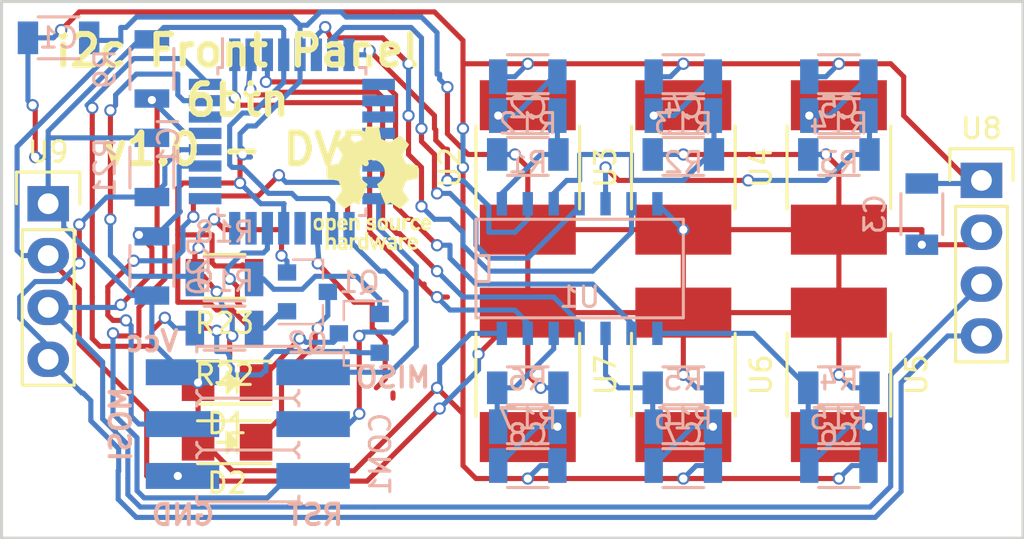
<source format=kicad_pcb>
(kicad_pcb (version 4) (host pcbnew 4.0.5+dfsg1-4)

  (general
    (links 88)
    (no_connects 0)
    (area 32.690999 21.006999 124.662001 47.825)
    (thickness 1.6)
    (drawings 12)
    (tracks 703)
    (zones 0)
    (modules 46)
    (nets 49)
  )

  (page A4)
  (layers
    (0 F.Cu signal)
    (31 B.Cu signal)
    (32 B.Adhes user)
    (33 F.Adhes user)
    (34 B.Paste user)
    (35 F.Paste user)
    (36 B.SilkS user)
    (37 F.SilkS user)
    (38 B.Mask user)
    (39 F.Mask user)
    (40 Dwgs.User user)
    (41 Cmts.User user)
    (42 Eco1.User user)
    (43 Eco2.User user)
    (44 Edge.Cuts user)
    (45 Margin user)
    (46 B.CrtYd user)
    (47 F.CrtYd user)
    (48 B.Fab user)
    (49 F.Fab user)
  )

  (setup
    (last_trace_width 0.25)
    (trace_clearance 0.2)
    (zone_clearance 0.508)
    (zone_45_only no)
    (trace_min 0.2)
    (segment_width 0.2)
    (edge_width 0.15)
    (via_size 0.6)
    (via_drill 0.4)
    (via_min_size 0.4)
    (via_min_drill 0.3)
    (uvia_size 0.3)
    (uvia_drill 0.1)
    (uvias_allowed no)
    (uvia_min_size 0.2)
    (uvia_min_drill 0.1)
    (pcb_text_width 0.3)
    (pcb_text_size 1.5 1.5)
    (mod_edge_width 0.15)
    (mod_text_size 1 1)
    (mod_text_width 0.15)
    (pad_size 1.524 1.524)
    (pad_drill 0.762)
    (pad_to_mask_clearance 0.2)
    (aux_axis_origin 0 0)
    (visible_elements FFFFFF7F)
    (pcbplotparams
      (layerselection 0x010ff_80000001)
      (usegerberextensions false)
      (excludeedgelayer true)
      (linewidth 0.100000)
      (plotframeref false)
      (viasonmask false)
      (mode 1)
      (useauxorigin false)
      (hpglpennumber 1)
      (hpglpenspeed 20)
      (hpglpendiameter 15)
      (hpglpenoverlay 2)
      (psnegative false)
      (psa4output false)
      (plotreference true)
      (plotvalue true)
      (plotinvisibletext false)
      (padsonsilk false)
      (subtractmaskfromsilk false)
      (outputformat 1)
      (mirror false)
      (drillshape 0)
      (scaleselection 1)
      (outputdirectory gerbers/4x7seg_6buttons/))
  )

  (net 0 "")
  (net 1 VCC)
  (net 2 GND)
  (net 3 /B1)
  (net 4 /B2)
  (net 5 /B3)
  (net 6 /B4)
  (net 7 /B5)
  (net 8 /B6)
  (net 9 /C)
  (net 10 /SCK)
  (net 11 /RST)
  (net 12 /B)
  (net 13 "Net-(D1-Pad1)")
  (net 14 "Net-(D2-Pad1)")
  (net 15 /SW6)
  (net 16 /SW5)
  (net 17 /SW4)
  (net 18 /SW3)
  (net 19 /SW2)
  (net 20 /SW1)
  (net 21 /LD0)
  (net 22 /LD1)
  (net 23 /LD2)
  (net 24 /LD3)
  (net 25 /A)
  (net 26 /D)
  (net 27 "Net-(IC1-Pad19)")
  (net 28 "Net-(IC1-Pad20)")
  (net 29 "Net-(IC1-Pad22)")
  (net 30 "Net-(IC1-Pad23)")
  (net 31 "Net-(IC1-Pad24)")
  (net 32 "Net-(IC1-Pad25)")
  (net 33 "Net-(IC1-Pad26)")
  (net 34 /SDA)
  (net 35 /SCL)
  (net 36 "Net-(IC1-Pad30)")
  (net 37 /LED1)
  (net 38 /LED2)
  (net 39 "Net-(Q1-Pad1)")
  (net 40 "Net-(Q1-Pad2)")
  (net 41 "Net-(Q2-Pad1)")
  (net 42 "Net-(Q2-Pad2)")
  (net 43 /S1)
  (net 44 /S2)
  (net 45 /S3)
  (net 46 /S4)
  (net 47 /S5)
  (net 48 /S6)

  (net_class Default "This is the default net class."
    (clearance 0.2)
    (trace_width 0.25)
    (via_dia 0.6)
    (via_drill 0.4)
    (uvia_dia 0.3)
    (uvia_drill 0.1)
    (add_net /A)
    (add_net /B)
    (add_net /B1)
    (add_net /B2)
    (add_net /B3)
    (add_net /B4)
    (add_net /B5)
    (add_net /B6)
    (add_net /C)
    (add_net /D)
    (add_net /LD0)
    (add_net /LD1)
    (add_net /LD2)
    (add_net /LD3)
    (add_net /LED1)
    (add_net /LED2)
    (add_net /RST)
    (add_net /S1)
    (add_net /S2)
    (add_net /S3)
    (add_net /S4)
    (add_net /S5)
    (add_net /S6)
    (add_net /SCK)
    (add_net /SCL)
    (add_net /SDA)
    (add_net /SW1)
    (add_net /SW2)
    (add_net /SW3)
    (add_net /SW4)
    (add_net /SW5)
    (add_net /SW6)
    (add_net GND)
    (add_net "Net-(D1-Pad1)")
    (add_net "Net-(D2-Pad1)")
    (add_net "Net-(IC1-Pad19)")
    (add_net "Net-(IC1-Pad20)")
    (add_net "Net-(IC1-Pad22)")
    (add_net "Net-(IC1-Pad23)")
    (add_net "Net-(IC1-Pad24)")
    (add_net "Net-(IC1-Pad25)")
    (add_net "Net-(IC1-Pad26)")
    (add_net "Net-(IC1-Pad30)")
    (add_net "Net-(Q1-Pad1)")
    (add_net "Net-(Q1-Pad2)")
    (add_net "Net-(Q2-Pad1)")
    (add_net "Net-(Q2-Pad2)")
    (add_net VCC)
  )

  (module Housings_QFP:TQFP-32_7x7mm_Pitch0.8mm (layer B.Cu) (tedit 54130A77) (tstamp 5B8F3B0D)
    (at 46.99 27.94 270)
    (descr "32-Lead Plastic Thin Quad Flatpack (PT) - 7x7x1.0 mm Body, 2.00 mm [TQFP] (see Microchip Packaging Specification 00000049BS.pdf)")
    (tags "QFP 0.8")
    (path /5B8A9BE8)
    (attr smd)
    (fp_text reference IC1 (at 0 6.05 270) (layer B.SilkS)
      (effects (font (size 1 1) (thickness 0.15)) (justify mirror))
    )
    (fp_text value ATTINY88-A (at 0 -6.05 270) (layer B.Fab)
      (effects (font (size 1 1) (thickness 0.15)) (justify mirror))
    )
    (fp_text user %R (at 0 0 270) (layer B.Fab)
      (effects (font (size 1 1) (thickness 0.15)) (justify mirror))
    )
    (fp_line (start -2.5 3.5) (end 3.5 3.5) (layer B.Fab) (width 0.15))
    (fp_line (start 3.5 3.5) (end 3.5 -3.5) (layer B.Fab) (width 0.15))
    (fp_line (start 3.5 -3.5) (end -3.5 -3.5) (layer B.Fab) (width 0.15))
    (fp_line (start -3.5 -3.5) (end -3.5 2.5) (layer B.Fab) (width 0.15))
    (fp_line (start -3.5 2.5) (end -2.5 3.5) (layer B.Fab) (width 0.15))
    (fp_line (start -5.3 5.3) (end -5.3 -5.3) (layer B.CrtYd) (width 0.05))
    (fp_line (start 5.3 5.3) (end 5.3 -5.3) (layer B.CrtYd) (width 0.05))
    (fp_line (start -5.3 5.3) (end 5.3 5.3) (layer B.CrtYd) (width 0.05))
    (fp_line (start -5.3 -5.3) (end 5.3 -5.3) (layer B.CrtYd) (width 0.05))
    (fp_line (start -3.625 3.625) (end -3.625 3.4) (layer B.SilkS) (width 0.15))
    (fp_line (start 3.625 3.625) (end 3.625 3.3) (layer B.SilkS) (width 0.15))
    (fp_line (start 3.625 -3.625) (end 3.625 -3.3) (layer B.SilkS) (width 0.15))
    (fp_line (start -3.625 -3.625) (end -3.625 -3.3) (layer B.SilkS) (width 0.15))
    (fp_line (start -3.625 3.625) (end -3.3 3.625) (layer B.SilkS) (width 0.15))
    (fp_line (start -3.625 -3.625) (end -3.3 -3.625) (layer B.SilkS) (width 0.15))
    (fp_line (start 3.625 -3.625) (end 3.3 -3.625) (layer B.SilkS) (width 0.15))
    (fp_line (start 3.625 3.625) (end 3.3 3.625) (layer B.SilkS) (width 0.15))
    (fp_line (start -3.625 3.4) (end -5.05 3.4) (layer B.SilkS) (width 0.15))
    (pad 1 smd rect (at -4.25 2.8 270) (size 1.6 0.55) (layers B.Cu B.Paste B.Mask)
      (net 15 /SW6))
    (pad 2 smd rect (at -4.25 2 270) (size 1.6 0.55) (layers B.Cu B.Paste B.Mask)
      (net 16 /SW5))
    (pad 3 smd rect (at -4.25 1.2 270) (size 1.6 0.55) (layers B.Cu B.Paste B.Mask)
      (net 17 /SW4))
    (pad 4 smd rect (at -4.25 0.4 270) (size 1.6 0.55) (layers B.Cu B.Paste B.Mask)
      (net 1 VCC))
    (pad 5 smd rect (at -4.25 -0.4 270) (size 1.6 0.55) (layers B.Cu B.Paste B.Mask)
      (net 2 GND))
    (pad 6 smd rect (at -4.25 -1.2 270) (size 1.6 0.55) (layers B.Cu B.Paste B.Mask)
      (net 18 /SW3))
    (pad 7 smd rect (at -4.25 -2 270) (size 1.6 0.55) (layers B.Cu B.Paste B.Mask)
      (net 19 /SW2))
    (pad 8 smd rect (at -4.25 -2.8 270) (size 1.6 0.55) (layers B.Cu B.Paste B.Mask)
      (net 20 /SW1))
    (pad 9 smd rect (at -2.8 -4.25 180) (size 1.6 0.55) (layers B.Cu B.Paste B.Mask)
      (net 21 /LD0))
    (pad 10 smd rect (at -2 -4.25 180) (size 1.6 0.55) (layers B.Cu B.Paste B.Mask)
      (net 22 /LD1))
    (pad 11 smd rect (at -1.2 -4.25 180) (size 1.6 0.55) (layers B.Cu B.Paste B.Mask)
      (net 23 /LD2))
    (pad 12 smd rect (at -0.4 -4.25 180) (size 1.6 0.55) (layers B.Cu B.Paste B.Mask)
      (net 24 /LD3))
    (pad 13 smd rect (at 0.4 -4.25 180) (size 1.6 0.55) (layers B.Cu B.Paste B.Mask)
      (net 25 /A))
    (pad 14 smd rect (at 1.2 -4.25 180) (size 1.6 0.55) (layers B.Cu B.Paste B.Mask)
      (net 26 /D))
    (pad 15 smd rect (at 2 -4.25 180) (size 1.6 0.55) (layers B.Cu B.Paste B.Mask)
      (net 12 /B))
    (pad 16 smd rect (at 2.8 -4.25 180) (size 1.6 0.55) (layers B.Cu B.Paste B.Mask)
      (net 9 /C))
    (pad 17 smd rect (at 4.25 -2.8 270) (size 1.6 0.55) (layers B.Cu B.Paste B.Mask)
      (net 10 /SCK))
    (pad 18 smd rect (at 4.25 -2 270) (size 1.6 0.55) (layers B.Cu B.Paste B.Mask)
      (net 1 VCC))
    (pad 19 smd rect (at 4.25 -1.2 270) (size 1.6 0.55) (layers B.Cu B.Paste B.Mask)
      (net 27 "Net-(IC1-Pad19)"))
    (pad 20 smd rect (at 4.25 -0.4 270) (size 1.6 0.55) (layers B.Cu B.Paste B.Mask)
      (net 28 "Net-(IC1-Pad20)"))
    (pad 21 smd rect (at 4.25 0.4 270) (size 1.6 0.55) (layers B.Cu B.Paste B.Mask)
      (net 2 GND))
    (pad 22 smd rect (at 4.25 1.2 270) (size 1.6 0.55) (layers B.Cu B.Paste B.Mask)
      (net 29 "Net-(IC1-Pad22)"))
    (pad 23 smd rect (at 4.25 2 270) (size 1.6 0.55) (layers B.Cu B.Paste B.Mask)
      (net 30 "Net-(IC1-Pad23)"))
    (pad 24 smd rect (at 4.25 2.8 270) (size 1.6 0.55) (layers B.Cu B.Paste B.Mask)
      (net 31 "Net-(IC1-Pad24)"))
    (pad 25 smd rect (at 2.8 4.25 180) (size 1.6 0.55) (layers B.Cu B.Paste B.Mask)
      (net 32 "Net-(IC1-Pad25)"))
    (pad 26 smd rect (at 2 4.25 180) (size 1.6 0.55) (layers B.Cu B.Paste B.Mask)
      (net 33 "Net-(IC1-Pad26)"))
    (pad 27 smd rect (at 1.2 4.25 180) (size 1.6 0.55) (layers B.Cu B.Paste B.Mask)
      (net 34 /SDA))
    (pad 28 smd rect (at 0.4 4.25 180) (size 1.6 0.55) (layers B.Cu B.Paste B.Mask)
      (net 35 /SCL))
    (pad 29 smd rect (at -0.4 4.25 180) (size 1.6 0.55) (layers B.Cu B.Paste B.Mask)
      (net 11 /RST))
    (pad 30 smd rect (at -1.2 4.25 180) (size 1.6 0.55) (layers B.Cu B.Paste B.Mask)
      (net 36 "Net-(IC1-Pad30)"))
    (pad 31 smd rect (at -2 4.25 180) (size 1.6 0.55) (layers B.Cu B.Paste B.Mask)
      (net 37 /LED1))
    (pad 32 smd rect (at -2.8 4.25 180) (size 1.6 0.55) (layers B.Cu B.Paste B.Mask)
      (net 38 /LED2))
    (model Housings_QFP.3dshapes/TQFP-32_7x7mm_Pitch0.8mm.wrl
      (at (xyz 0 0 0))
      (scale (xyz 1 1 1))
      (rotate (xyz 0 0 0))
    )
  )

  (module Resistors_SMD:R_1206 (layer B.Cu) (tedit 58307BE8) (tstamp 5B8F3B9D)
    (at 58.547 43.815 180)
    (descr "Resistor SMD 1206, reflow soldering, Vishay (see dcrcw.pdf)")
    (tags "resistor 1206")
    (path /5B919353)
    (attr smd)
    (fp_text reference R17 (at 0 2.3 180) (layer B.SilkS)
      (effects (font (size 1 1) (thickness 0.15)) (justify mirror))
    )
    (fp_text value 10k (at 0 -2.3 180) (layer B.Fab)
      (effects (font (size 1 1) (thickness 0.15)) (justify mirror))
    )
    (fp_line (start -1.6 -0.8) (end -1.6 0.8) (layer B.Fab) (width 0.1))
    (fp_line (start 1.6 -0.8) (end -1.6 -0.8) (layer B.Fab) (width 0.1))
    (fp_line (start 1.6 0.8) (end 1.6 -0.8) (layer B.Fab) (width 0.1))
    (fp_line (start -1.6 0.8) (end 1.6 0.8) (layer B.Fab) (width 0.1))
    (fp_line (start -2.2 1.2) (end 2.2 1.2) (layer B.CrtYd) (width 0.05))
    (fp_line (start -2.2 -1.2) (end 2.2 -1.2) (layer B.CrtYd) (width 0.05))
    (fp_line (start -2.2 1.2) (end -2.2 -1.2) (layer B.CrtYd) (width 0.05))
    (fp_line (start 2.2 1.2) (end 2.2 -1.2) (layer B.CrtYd) (width 0.05))
    (fp_line (start 1 -1.075) (end -1 -1.075) (layer B.SilkS) (width 0.15))
    (fp_line (start -1 1.075) (end 1 1.075) (layer B.SilkS) (width 0.15))
    (pad 1 smd rect (at -1.45 0 180) (size 0.9 1.7) (layers B.Cu B.Paste B.Mask)
      (net 1 VCC))
    (pad 2 smd rect (at 1.45 0 180) (size 0.9 1.7) (layers B.Cu B.Paste B.Mask)
      (net 48 /S6))
    (model Resistors_SMD.3dshapes/R_1206.wrl
      (at (xyz 0 0 0))
      (scale (xyz 1 1 1))
      (rotate (xyz 0 0 0))
    )
  )

  (module Capacitors_SMD:C_1206 (layer B.Cu) (tedit 5B93EE59) (tstamp 5B8F3AA9)
    (at 35.56 22.86)
    (descr "Capacitor SMD 1206, reflow soldering, AVX (see smccp.pdf)")
    (tags "capacitor 1206")
    (path /5B8E5A23)
    (attr smd)
    (fp_text reference C1 (at 0 0) (layer B.SilkS)
      (effects (font (size 1 1) (thickness 0.15)) (justify mirror))
    )
    (fp_text value 0.1uF (at -0.254 1.905) (layer B.Fab)
      (effects (font (size 1 1) (thickness 0.15)) (justify mirror))
    )
    (fp_line (start -1.6 -0.8) (end -1.6 0.8) (layer B.Fab) (width 0.15))
    (fp_line (start 1.6 -0.8) (end -1.6 -0.8) (layer B.Fab) (width 0.15))
    (fp_line (start 1.6 0.8) (end 1.6 -0.8) (layer B.Fab) (width 0.15))
    (fp_line (start -1.6 0.8) (end 1.6 0.8) (layer B.Fab) (width 0.15))
    (fp_line (start -2.3 1.15) (end 2.3 1.15) (layer B.CrtYd) (width 0.05))
    (fp_line (start -2.3 -1.15) (end 2.3 -1.15) (layer B.CrtYd) (width 0.05))
    (fp_line (start -2.3 1.15) (end -2.3 -1.15) (layer B.CrtYd) (width 0.05))
    (fp_line (start 2.3 1.15) (end 2.3 -1.15) (layer B.CrtYd) (width 0.05))
    (fp_line (start 1 1.025) (end -1 1.025) (layer B.SilkS) (width 0.15))
    (fp_line (start -1 -1.025) (end 1 -1.025) (layer B.SilkS) (width 0.15))
    (pad 1 smd rect (at -1.5 0) (size 1 1.6) (layers B.Cu B.Paste B.Mask)
      (net 1 VCC))
    (pad 2 smd rect (at 1.5 0) (size 1 1.6) (layers B.Cu B.Paste B.Mask)
      (net 2 GND))
    (model Capacitors_SMD.3dshapes/C_1206.wrl
      (at (xyz 0 0 0))
      (scale (xyz 1 1 1))
      (rotate (xyz 0 0 0))
    )
  )

  (module Capacitors_SMD:C_1206 (layer B.Cu) (tedit 5415D7BD) (tstamp 5B8F3AAF)
    (at 58.547 28.575 180)
    (descr "Capacitor SMD 1206, reflow soldering, AVX (see smccp.pdf)")
    (tags "capacitor 1206")
    (path /5B90E9F5)
    (attr smd)
    (fp_text reference C2 (at 0 2.3 180) (layer B.SilkS)
      (effects (font (size 1 1) (thickness 0.15)) (justify mirror))
    )
    (fp_text value 0.1uF (at 0 -2.3 180) (layer B.Fab)
      (effects (font (size 1 1) (thickness 0.15)) (justify mirror))
    )
    (fp_line (start -1.6 -0.8) (end -1.6 0.8) (layer B.Fab) (width 0.15))
    (fp_line (start 1.6 -0.8) (end -1.6 -0.8) (layer B.Fab) (width 0.15))
    (fp_line (start 1.6 0.8) (end 1.6 -0.8) (layer B.Fab) (width 0.15))
    (fp_line (start -1.6 0.8) (end 1.6 0.8) (layer B.Fab) (width 0.15))
    (fp_line (start -2.3 1.15) (end 2.3 1.15) (layer B.CrtYd) (width 0.05))
    (fp_line (start -2.3 -1.15) (end 2.3 -1.15) (layer B.CrtYd) (width 0.05))
    (fp_line (start -2.3 1.15) (end -2.3 -1.15) (layer B.CrtYd) (width 0.05))
    (fp_line (start 2.3 1.15) (end 2.3 -1.15) (layer B.CrtYd) (width 0.05))
    (fp_line (start 1 1.025) (end -1 1.025) (layer B.SilkS) (width 0.15))
    (fp_line (start -1 -1.025) (end 1 -1.025) (layer B.SilkS) (width 0.15))
    (pad 1 smd rect (at -1.5 0 180) (size 1 1.6) (layers B.Cu B.Paste B.Mask)
      (net 3 /B1))
    (pad 2 smd rect (at 1.5 0 180) (size 1 1.6) (layers B.Cu B.Paste B.Mask)
      (net 2 GND))
    (model Capacitors_SMD.3dshapes/C_1206.wrl
      (at (xyz 0 0 0))
      (scale (xyz 1 1 1))
      (rotate (xyz 0 0 0))
    )
  )

  (module Capacitors_SMD:C_1206 (layer B.Cu) (tedit 5415D7BD) (tstamp 5B8F3AB5)
    (at 77.851 31.496 270)
    (descr "Capacitor SMD 1206, reflow soldering, AVX (see smccp.pdf)")
    (tags "capacitor 1206")
    (path /5B8DBB8A)
    (attr smd)
    (fp_text reference C3 (at 0 2.3 270) (layer B.SilkS)
      (effects (font (size 1 1) (thickness 0.15)) (justify mirror))
    )
    (fp_text value 0.1uF (at 0 -2.3 270) (layer B.Fab)
      (effects (font (size 1 1) (thickness 0.15)) (justify mirror))
    )
    (fp_line (start -1.6 -0.8) (end -1.6 0.8) (layer B.Fab) (width 0.15))
    (fp_line (start 1.6 -0.8) (end -1.6 -0.8) (layer B.Fab) (width 0.15))
    (fp_line (start 1.6 0.8) (end 1.6 -0.8) (layer B.Fab) (width 0.15))
    (fp_line (start -1.6 0.8) (end 1.6 0.8) (layer B.Fab) (width 0.15))
    (fp_line (start -2.3 1.15) (end 2.3 1.15) (layer B.CrtYd) (width 0.05))
    (fp_line (start -2.3 -1.15) (end 2.3 -1.15) (layer B.CrtYd) (width 0.05))
    (fp_line (start -2.3 1.15) (end -2.3 -1.15) (layer B.CrtYd) (width 0.05))
    (fp_line (start 2.3 1.15) (end 2.3 -1.15) (layer B.CrtYd) (width 0.05))
    (fp_line (start 1 1.025) (end -1 1.025) (layer B.SilkS) (width 0.15))
    (fp_line (start -1 -1.025) (end 1 -1.025) (layer B.SilkS) (width 0.15))
    (pad 1 smd rect (at -1.5 0 270) (size 1 1.6) (layers B.Cu B.Paste B.Mask)
      (net 1 VCC))
    (pad 2 smd rect (at 1.5 0 270) (size 1 1.6) (layers B.Cu B.Paste B.Mask)
      (net 2 GND))
    (model Capacitors_SMD.3dshapes/C_1206.wrl
      (at (xyz 0 0 0))
      (scale (xyz 1 1 1))
      (rotate (xyz 0 0 0))
    )
  )

  (module Capacitors_SMD:C_1206 (layer B.Cu) (tedit 5415D7BD) (tstamp 5B8F3ABB)
    (at 66.167 28.575 180)
    (descr "Capacitor SMD 1206, reflow soldering, AVX (see smccp.pdf)")
    (tags "capacitor 1206")
    (path /5B90EBFB)
    (attr smd)
    (fp_text reference C4 (at 0 2.3 180) (layer B.SilkS)
      (effects (font (size 1 1) (thickness 0.15)) (justify mirror))
    )
    (fp_text value 0.1uF (at 0 -2.3 180) (layer B.Fab)
      (effects (font (size 1 1) (thickness 0.15)) (justify mirror))
    )
    (fp_line (start -1.6 -0.8) (end -1.6 0.8) (layer B.Fab) (width 0.15))
    (fp_line (start 1.6 -0.8) (end -1.6 -0.8) (layer B.Fab) (width 0.15))
    (fp_line (start 1.6 0.8) (end 1.6 -0.8) (layer B.Fab) (width 0.15))
    (fp_line (start -1.6 0.8) (end 1.6 0.8) (layer B.Fab) (width 0.15))
    (fp_line (start -2.3 1.15) (end 2.3 1.15) (layer B.CrtYd) (width 0.05))
    (fp_line (start -2.3 -1.15) (end 2.3 -1.15) (layer B.CrtYd) (width 0.05))
    (fp_line (start -2.3 1.15) (end -2.3 -1.15) (layer B.CrtYd) (width 0.05))
    (fp_line (start 2.3 1.15) (end 2.3 -1.15) (layer B.CrtYd) (width 0.05))
    (fp_line (start 1 1.025) (end -1 1.025) (layer B.SilkS) (width 0.15))
    (fp_line (start -1 -1.025) (end 1 -1.025) (layer B.SilkS) (width 0.15))
    (pad 1 smd rect (at -1.5 0 180) (size 1 1.6) (layers B.Cu B.Paste B.Mask)
      (net 4 /B2))
    (pad 2 smd rect (at 1.5 0 180) (size 1 1.6) (layers B.Cu B.Paste B.Mask)
      (net 2 GND))
    (model Capacitors_SMD.3dshapes/C_1206.wrl
      (at (xyz 0 0 0))
      (scale (xyz 1 1 1))
      (rotate (xyz 0 0 0))
    )
  )

  (module Capacitors_SMD:C_1206 (layer B.Cu) (tedit 5415D7BD) (tstamp 5B8F3AC1)
    (at 73.787 28.575 180)
    (descr "Capacitor SMD 1206, reflow soldering, AVX (see smccp.pdf)")
    (tags "capacitor 1206")
    (path /5B90ECF6)
    (attr smd)
    (fp_text reference C5 (at 0 2.3 180) (layer B.SilkS)
      (effects (font (size 1 1) (thickness 0.15)) (justify mirror))
    )
    (fp_text value 0.1uF (at 0 -2.3 180) (layer B.Fab)
      (effects (font (size 1 1) (thickness 0.15)) (justify mirror))
    )
    (fp_line (start -1.6 -0.8) (end -1.6 0.8) (layer B.Fab) (width 0.15))
    (fp_line (start 1.6 -0.8) (end -1.6 -0.8) (layer B.Fab) (width 0.15))
    (fp_line (start 1.6 0.8) (end 1.6 -0.8) (layer B.Fab) (width 0.15))
    (fp_line (start -1.6 0.8) (end 1.6 0.8) (layer B.Fab) (width 0.15))
    (fp_line (start -2.3 1.15) (end 2.3 1.15) (layer B.CrtYd) (width 0.05))
    (fp_line (start -2.3 -1.15) (end 2.3 -1.15) (layer B.CrtYd) (width 0.05))
    (fp_line (start -2.3 1.15) (end -2.3 -1.15) (layer B.CrtYd) (width 0.05))
    (fp_line (start 2.3 1.15) (end 2.3 -1.15) (layer B.CrtYd) (width 0.05))
    (fp_line (start 1 1.025) (end -1 1.025) (layer B.SilkS) (width 0.15))
    (fp_line (start -1 -1.025) (end 1 -1.025) (layer B.SilkS) (width 0.15))
    (pad 1 smd rect (at -1.5 0 180) (size 1 1.6) (layers B.Cu B.Paste B.Mask)
      (net 5 /B3))
    (pad 2 smd rect (at 1.5 0 180) (size 1 1.6) (layers B.Cu B.Paste B.Mask)
      (net 2 GND))
    (model Capacitors_SMD.3dshapes/C_1206.wrl
      (at (xyz 0 0 0))
      (scale (xyz 1 1 1))
      (rotate (xyz 0 0 0))
    )
  )

  (module Capacitors_SMD:C_1206 (layer B.Cu) (tedit 5415D7BD) (tstamp 5B8F3AC7)
    (at 73.787 40.005)
    (descr "Capacitor SMD 1206, reflow soldering, AVX (see smccp.pdf)")
    (tags "capacitor 1206")
    (path /5B90EDF4)
    (attr smd)
    (fp_text reference C6 (at 0 2.3) (layer B.SilkS)
      (effects (font (size 1 1) (thickness 0.15)) (justify mirror))
    )
    (fp_text value 0.1uF (at 0 -2.3) (layer B.Fab)
      (effects (font (size 1 1) (thickness 0.15)) (justify mirror))
    )
    (fp_line (start -1.6 -0.8) (end -1.6 0.8) (layer B.Fab) (width 0.15))
    (fp_line (start 1.6 -0.8) (end -1.6 -0.8) (layer B.Fab) (width 0.15))
    (fp_line (start 1.6 0.8) (end 1.6 -0.8) (layer B.Fab) (width 0.15))
    (fp_line (start -1.6 0.8) (end 1.6 0.8) (layer B.Fab) (width 0.15))
    (fp_line (start -2.3 1.15) (end 2.3 1.15) (layer B.CrtYd) (width 0.05))
    (fp_line (start -2.3 -1.15) (end 2.3 -1.15) (layer B.CrtYd) (width 0.05))
    (fp_line (start -2.3 1.15) (end -2.3 -1.15) (layer B.CrtYd) (width 0.05))
    (fp_line (start 2.3 1.15) (end 2.3 -1.15) (layer B.CrtYd) (width 0.05))
    (fp_line (start 1 1.025) (end -1 1.025) (layer B.SilkS) (width 0.15))
    (fp_line (start -1 -1.025) (end 1 -1.025) (layer B.SilkS) (width 0.15))
    (pad 1 smd rect (at -1.5 0) (size 1 1.6) (layers B.Cu B.Paste B.Mask)
      (net 6 /B4))
    (pad 2 smd rect (at 1.5 0) (size 1 1.6) (layers B.Cu B.Paste B.Mask)
      (net 2 GND))
    (model Capacitors_SMD.3dshapes/C_1206.wrl
      (at (xyz 0 0 0))
      (scale (xyz 1 1 1))
      (rotate (xyz 0 0 0))
    )
  )

  (module Capacitors_SMD:C_1206 (layer B.Cu) (tedit 5415D7BD) (tstamp 5B8F3ACD)
    (at 66.167 40.005)
    (descr "Capacitor SMD 1206, reflow soldering, AVX (see smccp.pdf)")
    (tags "capacitor 1206")
    (path /5B90EEF5)
    (attr smd)
    (fp_text reference C7 (at 0 2.3) (layer B.SilkS)
      (effects (font (size 1 1) (thickness 0.15)) (justify mirror))
    )
    (fp_text value 0.1uF (at 0 -2.3) (layer B.Fab)
      (effects (font (size 1 1) (thickness 0.15)) (justify mirror))
    )
    (fp_line (start -1.6 -0.8) (end -1.6 0.8) (layer B.Fab) (width 0.15))
    (fp_line (start 1.6 -0.8) (end -1.6 -0.8) (layer B.Fab) (width 0.15))
    (fp_line (start 1.6 0.8) (end 1.6 -0.8) (layer B.Fab) (width 0.15))
    (fp_line (start -1.6 0.8) (end 1.6 0.8) (layer B.Fab) (width 0.15))
    (fp_line (start -2.3 1.15) (end 2.3 1.15) (layer B.CrtYd) (width 0.05))
    (fp_line (start -2.3 -1.15) (end 2.3 -1.15) (layer B.CrtYd) (width 0.05))
    (fp_line (start -2.3 1.15) (end -2.3 -1.15) (layer B.CrtYd) (width 0.05))
    (fp_line (start 2.3 1.15) (end 2.3 -1.15) (layer B.CrtYd) (width 0.05))
    (fp_line (start 1 1.025) (end -1 1.025) (layer B.SilkS) (width 0.15))
    (fp_line (start -1 -1.025) (end 1 -1.025) (layer B.SilkS) (width 0.15))
    (pad 1 smd rect (at -1.5 0) (size 1 1.6) (layers B.Cu B.Paste B.Mask)
      (net 7 /B5))
    (pad 2 smd rect (at 1.5 0) (size 1 1.6) (layers B.Cu B.Paste B.Mask)
      (net 2 GND))
    (model Capacitors_SMD.3dshapes/C_1206.wrl
      (at (xyz 0 0 0))
      (scale (xyz 1 1 1))
      (rotate (xyz 0 0 0))
    )
  )

  (module Capacitors_SMD:C_1206 (layer B.Cu) (tedit 5415D7BD) (tstamp 5B8F3AD3)
    (at 58.547 40.005)
    (descr "Capacitor SMD 1206, reflow soldering, AVX (see smccp.pdf)")
    (tags "capacitor 1206")
    (path /5B90EFF9)
    (attr smd)
    (fp_text reference C8 (at 0 2.3) (layer B.SilkS)
      (effects (font (size 1 1) (thickness 0.15)) (justify mirror))
    )
    (fp_text value 0.1uF (at 0 -2.3) (layer B.Fab)
      (effects (font (size 1 1) (thickness 0.15)) (justify mirror))
    )
    (fp_line (start -1.6 -0.8) (end -1.6 0.8) (layer B.Fab) (width 0.15))
    (fp_line (start 1.6 -0.8) (end -1.6 -0.8) (layer B.Fab) (width 0.15))
    (fp_line (start 1.6 0.8) (end 1.6 -0.8) (layer B.Fab) (width 0.15))
    (fp_line (start -1.6 0.8) (end 1.6 0.8) (layer B.Fab) (width 0.15))
    (fp_line (start -2.3 1.15) (end 2.3 1.15) (layer B.CrtYd) (width 0.05))
    (fp_line (start -2.3 -1.15) (end 2.3 -1.15) (layer B.CrtYd) (width 0.05))
    (fp_line (start -2.3 1.15) (end -2.3 -1.15) (layer B.CrtYd) (width 0.05))
    (fp_line (start 2.3 1.15) (end 2.3 -1.15) (layer B.CrtYd) (width 0.05))
    (fp_line (start 1 1.025) (end -1 1.025) (layer B.SilkS) (width 0.15))
    (fp_line (start -1 -1.025) (end 1 -1.025) (layer B.SilkS) (width 0.15))
    (pad 1 smd rect (at -1.5 0) (size 1 1.6) (layers B.Cu B.Paste B.Mask)
      (net 8 /B6))
    (pad 2 smd rect (at 1.5 0) (size 1 1.6) (layers B.Cu B.Paste B.Mask)
      (net 2 GND))
    (model Capacitors_SMD.3dshapes/C_1206.wrl
      (at (xyz 0 0 0))
      (scale (xyz 1 1 1))
      (rotate (xyz 0 0 0))
    )
  )

  (module Pin_Headers:Pin_Header_Straight_SMT_02x03 (layer B.Cu) (tedit 5B93F124) (tstamp 5B8F3ADD)
    (at 44.831 41.783 270)
    (descr "SMT pin header")
    (tags "SMT pin header")
    (path /5B8AAE4C)
    (attr smd)
    (fp_text reference CON1 (at 1.47 -6.5 270) (layer B.SilkS)
      (effects (font (size 1 1) (thickness 0.15)) (justify mirror))
    )
    (fp_text value AVR-ISP (at 0.1 6.55 270) (layer B.Fab)
      (effects (font (size 1 1) (thickness 0.15)) (justify mirror))
    )
    (fp_line (start -3.5 -2.5) (end -3.5 -4.925) (layer B.SilkS) (width 0.15))
    (fp_line (start -4.35 -5.5) (end 4.35 -5.5) (layer B.CrtYd) (width 0.05))
    (fp_line (start 4.35 -5.5) (end 4.35 5.5) (layer B.CrtYd) (width 0.05))
    (fp_line (start 4.35 5.5) (end -4.35 5.5) (layer B.CrtYd) (width 0.05))
    (fp_line (start -4.35 5.5) (end -4.35 -5.5) (layer B.CrtYd) (width 0.05))
    (fp_line (start -1.27 -2.25) (end -1.27 2.25) (layer B.SilkS) (width 0.15))
    (fp_line (start 3.81 2.5) (end 3.53 2.5) (layer B.SilkS) (width 0.15))
    (fp_line (start 3.81 2.5) (end 3.81 -2.5) (layer B.SilkS) (width 0.15))
    (fp_line (start 3.81 -2.5) (end 3.53 -2.5) (layer B.SilkS) (width 0.15))
    (fp_line (start -3.81 -2.5) (end -3.53 -2.5) (layer B.SilkS) (width 0.15))
    (fp_line (start -3.81 2.5) (end -3.81 -2.5) (layer B.SilkS) (width 0.15))
    (fp_line (start -1.651 2.5) (end -1.524 2.5) (layer B.SilkS) (width 0.15))
    (fp_line (start -1.524 2.5) (end -1.27 2.246) (layer B.SilkS) (width 0.15))
    (fp_line (start -1.27 2.246) (end -1.016 2.5) (layer B.SilkS) (width 0.15))
    (fp_line (start -1.016 2.5) (end -0.889 2.5) (layer B.SilkS) (width 0.15))
    (fp_line (start -3.81 2.5) (end -3.53 2.5) (layer B.SilkS) (width 0.15))
    (fp_line (start 0.889 2.5) (end 1.016 2.5) (layer B.SilkS) (width 0.15))
    (fp_line (start -0.889 -2.5) (end -1.016 -2.5) (layer B.SilkS) (width 0.15))
    (fp_line (start 1.27 2.246) (end 1.524 2.5) (layer B.SilkS) (width 0.15))
    (fp_line (start -1.27 -2.246) (end -1.524 -2.5) (layer B.SilkS) (width 0.15))
    (fp_line (start 1.524 2.5) (end 1.651 2.5) (layer B.SilkS) (width 0.15))
    (fp_line (start -1.524 -2.5) (end -1.651 -2.5) (layer B.SilkS) (width 0.15))
    (fp_line (start 1.016 2.5) (end 1.27 2.246) (layer B.SilkS) (width 0.15))
    (fp_line (start -1.016 -2.5) (end -1.27 -2.246) (layer B.SilkS) (width 0.15))
    (fp_line (start 1.651 -2.5) (end 1.524 -2.5) (layer B.SilkS) (width 0.15))
    (fp_line (start 1.016 -2.5) (end 0.889 -2.5) (layer B.SilkS) (width 0.15))
    (fp_line (start 1.27 -2.246) (end 1.016 -2.5) (layer B.SilkS) (width 0.15))
    (fp_line (start 1.524 -2.5) (end 1.27 -2.246) (layer B.SilkS) (width 0.15))
    (fp_line (start 1.27 -2.25) (end 1.27 2.25) (layer B.SilkS) (width 0.15))
    (pad 1 smd rect (at -2.54 -3.2 270) (size 1.27 3.6) (layers B.Cu B.Paste B.Mask)
      (net 9 /C))
    (pad 3 smd rect (at 0 -3.2 270) (size 1.27 3.6) (layers B.Cu B.Paste B.Mask)
      (net 10 /SCK))
    (pad 5 smd rect (at 2.54 -3.2 270) (size 1.27 3.6) (layers B.Cu B.Paste B.Mask)
      (net 11 /RST))
    (pad 6 smd rect (at 2.54 3.2 270) (size 1.27 3.6) (layers B.Cu B.Paste B.Mask)
      (net 2 GND))
    (pad 4 smd rect (at 0 3.2 270) (size 1.27 3.6) (layers B.Cu B.Paste B.Mask)
      (net 12 /B))
    (pad 2 smd rect (at -2.54 3.2 270) (size 1.27 3.6) (layers B.Cu B.Paste B.Mask)
      (net 1 VCC))
    (model Pin_Headers.3dshapes/Pin_Header_Straight_SMT_02x03.wrl
      (at (xyz 0 0 0))
      (scale (xyz 1 1 1))
      (rotate (xyz 0 0 0))
    )
  )

  (module LEDs:LED_1206 (layer F.Cu) (tedit 57ABE035) (tstamp 5B8F3AE3)
    (at 43.815 39.751 180)
    (descr "LED 1206 smd package")
    (tags "LED1206 SMD")
    (path /5B8AE0AA)
    (attr smd)
    (fp_text reference D1 (at 0 -2 180) (layer F.SilkS)
      (effects (font (size 1 1) (thickness 0.15)))
    )
    (fp_text value LED (at 0 2 180) (layer F.Fab)
      (effects (font (size 1 1) (thickness 0.15)))
    )
    (fp_line (start -0.5 -0.5) (end -0.5 0.5) (layer F.Fab) (width 0.15))
    (fp_line (start -0.5 0) (end 0 -0.5) (layer F.Fab) (width 0.15))
    (fp_line (start 0 0.5) (end -0.5 0) (layer F.Fab) (width 0.15))
    (fp_line (start 0 -0.5) (end 0 0.5) (layer F.Fab) (width 0.15))
    (fp_line (start -1.6 0.8) (end -1.6 -0.8) (layer F.Fab) (width 0.15))
    (fp_line (start 1.6 0.8) (end -1.6 0.8) (layer F.Fab) (width 0.15))
    (fp_line (start 1.6 -0.8) (end 1.6 0.8) (layer F.Fab) (width 0.15))
    (fp_line (start -1.6 -0.8) (end 1.6 -0.8) (layer F.Fab) (width 0.15))
    (fp_line (start -2.15 1.05) (end 1.45 1.05) (layer F.SilkS) (width 0.15))
    (fp_line (start -2.15 -1.05) (end 1.45 -1.05) (layer F.SilkS) (width 0.15))
    (fp_line (start -0.1 -0.3) (end -0.1 0.3) (layer F.SilkS) (width 0.15))
    (fp_line (start -0.1 0.3) (end -0.4 0) (layer F.SilkS) (width 0.15))
    (fp_line (start -0.4 0) (end -0.2 -0.2) (layer F.SilkS) (width 0.15))
    (fp_line (start -0.2 -0.2) (end -0.2 0.05) (layer F.SilkS) (width 0.15))
    (fp_line (start -0.2 0.05) (end -0.25 0) (layer F.SilkS) (width 0.15))
    (fp_line (start -0.5 -0.5) (end -0.5 0.5) (layer F.SilkS) (width 0.15))
    (fp_line (start 0 0) (end 0.5 0) (layer F.SilkS) (width 0.15))
    (fp_line (start -0.5 0) (end 0 -0.5) (layer F.SilkS) (width 0.15))
    (fp_line (start 0 -0.5) (end 0 0.5) (layer F.SilkS) (width 0.15))
    (fp_line (start 0 0.5) (end -0.5 0) (layer F.SilkS) (width 0.15))
    (fp_line (start 2.5 -1.25) (end -2.5 -1.25) (layer F.CrtYd) (width 0.05))
    (fp_line (start -2.5 -1.25) (end -2.5 1.25) (layer F.CrtYd) (width 0.05))
    (fp_line (start -2.5 1.25) (end 2.5 1.25) (layer F.CrtYd) (width 0.05))
    (fp_line (start 2.5 1.25) (end 2.5 -1.25) (layer F.CrtYd) (width 0.05))
    (pad 2 smd rect (at 1.41986 0) (size 1.59766 1.80086) (layers F.Cu F.Paste F.Mask)
      (net 1 VCC))
    (pad 1 smd rect (at -1.41986 0) (size 1.59766 1.80086) (layers F.Cu F.Paste F.Mask)
      (net 13 "Net-(D1-Pad1)"))
    (model LEDs.3dshapes/LED_1206.wrl
      (at (xyz 0 0 0))
      (scale (xyz 1 1 1))
      (rotate (xyz 0 0 180))
    )
  )

  (module LEDs:LED_1206 (layer F.Cu) (tedit 57ABE035) (tstamp 5B8F3AE9)
    (at 43.815 42.672 180)
    (descr "LED 1206 smd package")
    (tags "LED1206 SMD")
    (path /5B8AE2A7)
    (attr smd)
    (fp_text reference D2 (at 0 -2 180) (layer F.SilkS)
      (effects (font (size 1 1) (thickness 0.15)))
    )
    (fp_text value LED (at 0 2 180) (layer F.Fab)
      (effects (font (size 1 1) (thickness 0.15)))
    )
    (fp_line (start -0.5 -0.5) (end -0.5 0.5) (layer F.Fab) (width 0.15))
    (fp_line (start -0.5 0) (end 0 -0.5) (layer F.Fab) (width 0.15))
    (fp_line (start 0 0.5) (end -0.5 0) (layer F.Fab) (width 0.15))
    (fp_line (start 0 -0.5) (end 0 0.5) (layer F.Fab) (width 0.15))
    (fp_line (start -1.6 0.8) (end -1.6 -0.8) (layer F.Fab) (width 0.15))
    (fp_line (start 1.6 0.8) (end -1.6 0.8) (layer F.Fab) (width 0.15))
    (fp_line (start 1.6 -0.8) (end 1.6 0.8) (layer F.Fab) (width 0.15))
    (fp_line (start -1.6 -0.8) (end 1.6 -0.8) (layer F.Fab) (width 0.15))
    (fp_line (start -2.15 1.05) (end 1.45 1.05) (layer F.SilkS) (width 0.15))
    (fp_line (start -2.15 -1.05) (end 1.45 -1.05) (layer F.SilkS) (width 0.15))
    (fp_line (start -0.1 -0.3) (end -0.1 0.3) (layer F.SilkS) (width 0.15))
    (fp_line (start -0.1 0.3) (end -0.4 0) (layer F.SilkS) (width 0.15))
    (fp_line (start -0.4 0) (end -0.2 -0.2) (layer F.SilkS) (width 0.15))
    (fp_line (start -0.2 -0.2) (end -0.2 0.05) (layer F.SilkS) (width 0.15))
    (fp_line (start -0.2 0.05) (end -0.25 0) (layer F.SilkS) (width 0.15))
    (fp_line (start -0.5 -0.5) (end -0.5 0.5) (layer F.SilkS) (width 0.15))
    (fp_line (start 0 0) (end 0.5 0) (layer F.SilkS) (width 0.15))
    (fp_line (start -0.5 0) (end 0 -0.5) (layer F.SilkS) (width 0.15))
    (fp_line (start 0 -0.5) (end 0 0.5) (layer F.SilkS) (width 0.15))
    (fp_line (start 0 0.5) (end -0.5 0) (layer F.SilkS) (width 0.15))
    (fp_line (start 2.5 -1.25) (end -2.5 -1.25) (layer F.CrtYd) (width 0.05))
    (fp_line (start -2.5 -1.25) (end -2.5 1.25) (layer F.CrtYd) (width 0.05))
    (fp_line (start -2.5 1.25) (end 2.5 1.25) (layer F.CrtYd) (width 0.05))
    (fp_line (start 2.5 1.25) (end 2.5 -1.25) (layer F.CrtYd) (width 0.05))
    (pad 2 smd rect (at 1.41986 0) (size 1.59766 1.80086) (layers F.Cu F.Paste F.Mask)
      (net 1 VCC))
    (pad 1 smd rect (at -1.41986 0) (size 1.59766 1.80086) (layers F.Cu F.Paste F.Mask)
      (net 14 "Net-(D2-Pad1)"))
    (model LEDs.3dshapes/LED_1206.wrl
      (at (xyz 0 0 0))
      (scale (xyz 1 1 1))
      (rotate (xyz 0 0 180))
    )
  )

  (module TO_SOT_Packages_SMD:SOT-23 (layer B.Cu) (tedit 583F39EB) (tstamp 5B8F3B14)
    (at 50.292 37.338 180)
    (descr "SOT-23, Standard")
    (tags SOT-23)
    (path /5B8AECDF)
    (attr smd)
    (fp_text reference Q1 (at 0 2.5 180) (layer B.SilkS)
      (effects (font (size 1 1) (thickness 0.15)) (justify mirror))
    )
    (fp_text value 2N7002 (at 0 -2.5 180) (layer B.Fab)
      (effects (font (size 1 1) (thickness 0.15)) (justify mirror))
    )
    (fp_line (start 0.76 -1.58) (end 0.76 -0.65) (layer B.SilkS) (width 0.12))
    (fp_line (start 0.76 1.58) (end 0.76 0.65) (layer B.SilkS) (width 0.12))
    (fp_line (start 0.7 1.52) (end 0.7 -1.52) (layer B.Fab) (width 0.15))
    (fp_line (start -0.7 -1.52) (end 0.7 -1.52) (layer B.Fab) (width 0.15))
    (fp_line (start -1.7 1.75) (end 1.7 1.75) (layer B.CrtYd) (width 0.05))
    (fp_line (start 1.7 1.75) (end 1.7 -1.75) (layer B.CrtYd) (width 0.05))
    (fp_line (start 1.7 -1.75) (end -1.7 -1.75) (layer B.CrtYd) (width 0.05))
    (fp_line (start -1.7 -1.75) (end -1.7 1.75) (layer B.CrtYd) (width 0.05))
    (fp_line (start 0.76 1.58) (end -1.4 1.58) (layer B.SilkS) (width 0.12))
    (fp_line (start -0.7 1.52) (end 0.7 1.52) (layer B.Fab) (width 0.15))
    (fp_line (start -0.7 1.52) (end -0.7 -1.52) (layer B.Fab) (width 0.15))
    (fp_line (start 0.76 -1.58) (end -0.7 -1.58) (layer B.SilkS) (width 0.12))
    (pad 1 smd rect (at -1 0.95 180) (size 0.9 0.8) (layers B.Cu B.Paste B.Mask)
      (net 39 "Net-(Q1-Pad1)"))
    (pad 2 smd rect (at -1 -0.95 180) (size 0.9 0.8) (layers B.Cu B.Paste B.Mask)
      (net 40 "Net-(Q1-Pad2)"))
    (pad 3 smd rect (at 1 0 180) (size 0.9 0.8) (layers B.Cu B.Paste B.Mask)
      (net 13 "Net-(D1-Pad1)"))
    (model TO_SOT_Packages_SMD.3dshapes/SOT-23.wrl
      (at (xyz 0 0 0))
      (scale (xyz 1 1 1))
      (rotate (xyz 0 0 90))
    )
  )

  (module TO_SOT_Packages_SMD:SOT-23 (layer B.Cu) (tedit 583F39EB) (tstamp 5B8F3B1B)
    (at 47.752 35.306)
    (descr "SOT-23, Standard")
    (tags SOT-23)
    (path /5B8AED77)
    (attr smd)
    (fp_text reference Q2 (at 0 2.5) (layer B.SilkS)
      (effects (font (size 1 1) (thickness 0.15)) (justify mirror))
    )
    (fp_text value 2N7002 (at 0 -2.5) (layer B.Fab)
      (effects (font (size 1 1) (thickness 0.15)) (justify mirror))
    )
    (fp_line (start 0.76 -1.58) (end 0.76 -0.65) (layer B.SilkS) (width 0.12))
    (fp_line (start 0.76 1.58) (end 0.76 0.65) (layer B.SilkS) (width 0.12))
    (fp_line (start 0.7 1.52) (end 0.7 -1.52) (layer B.Fab) (width 0.15))
    (fp_line (start -0.7 -1.52) (end 0.7 -1.52) (layer B.Fab) (width 0.15))
    (fp_line (start -1.7 1.75) (end 1.7 1.75) (layer B.CrtYd) (width 0.05))
    (fp_line (start 1.7 1.75) (end 1.7 -1.75) (layer B.CrtYd) (width 0.05))
    (fp_line (start 1.7 -1.75) (end -1.7 -1.75) (layer B.CrtYd) (width 0.05))
    (fp_line (start -1.7 -1.75) (end -1.7 1.75) (layer B.CrtYd) (width 0.05))
    (fp_line (start 0.76 1.58) (end -1.4 1.58) (layer B.SilkS) (width 0.12))
    (fp_line (start -0.7 1.52) (end 0.7 1.52) (layer B.Fab) (width 0.15))
    (fp_line (start -0.7 1.52) (end -0.7 -1.52) (layer B.Fab) (width 0.15))
    (fp_line (start 0.76 -1.58) (end -0.7 -1.58) (layer B.SilkS) (width 0.12))
    (pad 1 smd rect (at -1 0.95) (size 0.9 0.8) (layers B.Cu B.Paste B.Mask)
      (net 41 "Net-(Q2-Pad1)"))
    (pad 2 smd rect (at -1 -0.95) (size 0.9 0.8) (layers B.Cu B.Paste B.Mask)
      (net 42 "Net-(Q2-Pad2)"))
    (pad 3 smd rect (at 1 0) (size 0.9 0.8) (layers B.Cu B.Paste B.Mask)
      (net 14 "Net-(D2-Pad1)"))
    (model TO_SOT_Packages_SMD.3dshapes/SOT-23.wrl
      (at (xyz 0 0 0))
      (scale (xyz 1 1 1))
      (rotate (xyz 0 0 90))
    )
  )

  (module Resistors_SMD:R_1206 (layer B.Cu) (tedit 58307BE8) (tstamp 5B8F3B3D)
    (at 58.547 26.67)
    (descr "Resistor SMD 1206, reflow soldering, Vishay (see dcrcw.pdf)")
    (tags "resistor 1206")
    (path /5B911B15)
    (attr smd)
    (fp_text reference R1 (at 0 2.3) (layer B.SilkS)
      (effects (font (size 1 1) (thickness 0.15)) (justify mirror))
    )
    (fp_text value 10k (at 0 -2.3) (layer B.Fab)
      (effects (font (size 1 1) (thickness 0.15)) (justify mirror))
    )
    (fp_line (start -1.6 -0.8) (end -1.6 0.8) (layer B.Fab) (width 0.1))
    (fp_line (start 1.6 -0.8) (end -1.6 -0.8) (layer B.Fab) (width 0.1))
    (fp_line (start 1.6 0.8) (end 1.6 -0.8) (layer B.Fab) (width 0.1))
    (fp_line (start -1.6 0.8) (end 1.6 0.8) (layer B.Fab) (width 0.1))
    (fp_line (start -2.2 1.2) (end 2.2 1.2) (layer B.CrtYd) (width 0.05))
    (fp_line (start -2.2 -1.2) (end 2.2 -1.2) (layer B.CrtYd) (width 0.05))
    (fp_line (start -2.2 1.2) (end -2.2 -1.2) (layer B.CrtYd) (width 0.05))
    (fp_line (start 2.2 1.2) (end 2.2 -1.2) (layer B.CrtYd) (width 0.05))
    (fp_line (start 1 -1.075) (end -1 -1.075) (layer B.SilkS) (width 0.15))
    (fp_line (start -1 1.075) (end 1 1.075) (layer B.SilkS) (width 0.15))
    (pad 1 smd rect (at -1.45 0) (size 0.9 1.7) (layers B.Cu B.Paste B.Mask)
      (net 43 /S1))
    (pad 2 smd rect (at 1.45 0) (size 0.9 1.7) (layers B.Cu B.Paste B.Mask)
      (net 3 /B1))
    (model Resistors_SMD.3dshapes/R_1206.wrl
      (at (xyz 0 0 0))
      (scale (xyz 1 1 1))
      (rotate (xyz 0 0 0))
    )
  )

  (module Resistors_SMD:R_1206 (layer B.Cu) (tedit 58307BE8) (tstamp 5B8F3B43)
    (at 66.167 26.67)
    (descr "Resistor SMD 1206, reflow soldering, Vishay (see dcrcw.pdf)")
    (tags "resistor 1206")
    (path /5B912335)
    (attr smd)
    (fp_text reference R2 (at 0 2.3) (layer B.SilkS)
      (effects (font (size 1 1) (thickness 0.15)) (justify mirror))
    )
    (fp_text value 10k (at 0 -2.3) (layer B.Fab)
      (effects (font (size 1 1) (thickness 0.15)) (justify mirror))
    )
    (fp_line (start -1.6 -0.8) (end -1.6 0.8) (layer B.Fab) (width 0.1))
    (fp_line (start 1.6 -0.8) (end -1.6 -0.8) (layer B.Fab) (width 0.1))
    (fp_line (start 1.6 0.8) (end 1.6 -0.8) (layer B.Fab) (width 0.1))
    (fp_line (start -1.6 0.8) (end 1.6 0.8) (layer B.Fab) (width 0.1))
    (fp_line (start -2.2 1.2) (end 2.2 1.2) (layer B.CrtYd) (width 0.05))
    (fp_line (start -2.2 -1.2) (end 2.2 -1.2) (layer B.CrtYd) (width 0.05))
    (fp_line (start -2.2 1.2) (end -2.2 -1.2) (layer B.CrtYd) (width 0.05))
    (fp_line (start 2.2 1.2) (end 2.2 -1.2) (layer B.CrtYd) (width 0.05))
    (fp_line (start 1 -1.075) (end -1 -1.075) (layer B.SilkS) (width 0.15))
    (fp_line (start -1 1.075) (end 1 1.075) (layer B.SilkS) (width 0.15))
    (pad 1 smd rect (at -1.45 0) (size 0.9 1.7) (layers B.Cu B.Paste B.Mask)
      (net 44 /S2))
    (pad 2 smd rect (at 1.45 0) (size 0.9 1.7) (layers B.Cu B.Paste B.Mask)
      (net 4 /B2))
    (model Resistors_SMD.3dshapes/R_1206.wrl
      (at (xyz 0 0 0))
      (scale (xyz 1 1 1))
      (rotate (xyz 0 0 0))
    )
  )

  (module Resistors_SMD:R_1206 (layer B.Cu) (tedit 58307BE8) (tstamp 5B8F3B49)
    (at 73.787 26.67)
    (descr "Resistor SMD 1206, reflow soldering, Vishay (see dcrcw.pdf)")
    (tags "resistor 1206")
    (path /5B912493)
    (attr smd)
    (fp_text reference R3 (at 0 2.3) (layer B.SilkS)
      (effects (font (size 1 1) (thickness 0.15)) (justify mirror))
    )
    (fp_text value 10k (at 0 -2.3) (layer B.Fab)
      (effects (font (size 1 1) (thickness 0.15)) (justify mirror))
    )
    (fp_line (start -1.6 -0.8) (end -1.6 0.8) (layer B.Fab) (width 0.1))
    (fp_line (start 1.6 -0.8) (end -1.6 -0.8) (layer B.Fab) (width 0.1))
    (fp_line (start 1.6 0.8) (end 1.6 -0.8) (layer B.Fab) (width 0.1))
    (fp_line (start -1.6 0.8) (end 1.6 0.8) (layer B.Fab) (width 0.1))
    (fp_line (start -2.2 1.2) (end 2.2 1.2) (layer B.CrtYd) (width 0.05))
    (fp_line (start -2.2 -1.2) (end 2.2 -1.2) (layer B.CrtYd) (width 0.05))
    (fp_line (start -2.2 1.2) (end -2.2 -1.2) (layer B.CrtYd) (width 0.05))
    (fp_line (start 2.2 1.2) (end 2.2 -1.2) (layer B.CrtYd) (width 0.05))
    (fp_line (start 1 -1.075) (end -1 -1.075) (layer B.SilkS) (width 0.15))
    (fp_line (start -1 1.075) (end 1 1.075) (layer B.SilkS) (width 0.15))
    (pad 1 smd rect (at -1.45 0) (size 0.9 1.7) (layers B.Cu B.Paste B.Mask)
      (net 45 /S3))
    (pad 2 smd rect (at 1.45 0) (size 0.9 1.7) (layers B.Cu B.Paste B.Mask)
      (net 5 /B3))
    (model Resistors_SMD.3dshapes/R_1206.wrl
      (at (xyz 0 0 0))
      (scale (xyz 1 1 1))
      (rotate (xyz 0 0 0))
    )
  )

  (module Resistors_SMD:R_1206 (layer B.Cu) (tedit 58307BE8) (tstamp 5B8F3B4F)
    (at 73.787 41.91 180)
    (descr "Resistor SMD 1206, reflow soldering, Vishay (see dcrcw.pdf)")
    (tags "resistor 1206")
    (path /5B912700)
    (attr smd)
    (fp_text reference R4 (at 0 2.3 180) (layer B.SilkS)
      (effects (font (size 1 1) (thickness 0.15)) (justify mirror))
    )
    (fp_text value 10k (at 0 -2.3 180) (layer B.Fab)
      (effects (font (size 1 1) (thickness 0.15)) (justify mirror))
    )
    (fp_line (start -1.6 -0.8) (end -1.6 0.8) (layer B.Fab) (width 0.1))
    (fp_line (start 1.6 -0.8) (end -1.6 -0.8) (layer B.Fab) (width 0.1))
    (fp_line (start 1.6 0.8) (end 1.6 -0.8) (layer B.Fab) (width 0.1))
    (fp_line (start -1.6 0.8) (end 1.6 0.8) (layer B.Fab) (width 0.1))
    (fp_line (start -2.2 1.2) (end 2.2 1.2) (layer B.CrtYd) (width 0.05))
    (fp_line (start -2.2 -1.2) (end 2.2 -1.2) (layer B.CrtYd) (width 0.05))
    (fp_line (start -2.2 1.2) (end -2.2 -1.2) (layer B.CrtYd) (width 0.05))
    (fp_line (start 2.2 1.2) (end 2.2 -1.2) (layer B.CrtYd) (width 0.05))
    (fp_line (start 1 -1.075) (end -1 -1.075) (layer B.SilkS) (width 0.15))
    (fp_line (start -1 1.075) (end 1 1.075) (layer B.SilkS) (width 0.15))
    (pad 1 smd rect (at -1.45 0 180) (size 0.9 1.7) (layers B.Cu B.Paste B.Mask)
      (net 46 /S4))
    (pad 2 smd rect (at 1.45 0 180) (size 0.9 1.7) (layers B.Cu B.Paste B.Mask)
      (net 6 /B4))
    (model Resistors_SMD.3dshapes/R_1206.wrl
      (at (xyz 0 0 0))
      (scale (xyz 1 1 1))
      (rotate (xyz 0 0 0))
    )
  )

  (module Resistors_SMD:R_1206 (layer B.Cu) (tedit 58307BE8) (tstamp 5B8F3B55)
    (at 66.167 41.91 180)
    (descr "Resistor SMD 1206, reflow soldering, Vishay (see dcrcw.pdf)")
    (tags "resistor 1206")
    (path /5B912813)
    (attr smd)
    (fp_text reference R5 (at 0 2.3 180) (layer B.SilkS)
      (effects (font (size 1 1) (thickness 0.15)) (justify mirror))
    )
    (fp_text value 10k (at 0 -2.3 180) (layer B.Fab)
      (effects (font (size 1 1) (thickness 0.15)) (justify mirror))
    )
    (fp_line (start -1.6 -0.8) (end -1.6 0.8) (layer B.Fab) (width 0.1))
    (fp_line (start 1.6 -0.8) (end -1.6 -0.8) (layer B.Fab) (width 0.1))
    (fp_line (start 1.6 0.8) (end 1.6 -0.8) (layer B.Fab) (width 0.1))
    (fp_line (start -1.6 0.8) (end 1.6 0.8) (layer B.Fab) (width 0.1))
    (fp_line (start -2.2 1.2) (end 2.2 1.2) (layer B.CrtYd) (width 0.05))
    (fp_line (start -2.2 -1.2) (end 2.2 -1.2) (layer B.CrtYd) (width 0.05))
    (fp_line (start -2.2 1.2) (end -2.2 -1.2) (layer B.CrtYd) (width 0.05))
    (fp_line (start 2.2 1.2) (end 2.2 -1.2) (layer B.CrtYd) (width 0.05))
    (fp_line (start 1 -1.075) (end -1 -1.075) (layer B.SilkS) (width 0.15))
    (fp_line (start -1 1.075) (end 1 1.075) (layer B.SilkS) (width 0.15))
    (pad 1 smd rect (at -1.45 0 180) (size 0.9 1.7) (layers B.Cu B.Paste B.Mask)
      (net 47 /S5))
    (pad 2 smd rect (at 1.45 0 180) (size 0.9 1.7) (layers B.Cu B.Paste B.Mask)
      (net 7 /B5))
    (model Resistors_SMD.3dshapes/R_1206.wrl
      (at (xyz 0 0 0))
      (scale (xyz 1 1 1))
      (rotate (xyz 0 0 0))
    )
  )

  (module Resistors_SMD:R_1206 (layer B.Cu) (tedit 58307BE8) (tstamp 5B8F3B5B)
    (at 58.547 41.91 180)
    (descr "Resistor SMD 1206, reflow soldering, Vishay (see dcrcw.pdf)")
    (tags "resistor 1206")
    (path /5B91292D)
    (attr smd)
    (fp_text reference R6 (at 0 2.3 180) (layer B.SilkS)
      (effects (font (size 1 1) (thickness 0.15)) (justify mirror))
    )
    (fp_text value 10k (at 0 -2.3 180) (layer B.Fab)
      (effects (font (size 1 1) (thickness 0.15)) (justify mirror))
    )
    (fp_line (start -1.6 -0.8) (end -1.6 0.8) (layer B.Fab) (width 0.1))
    (fp_line (start 1.6 -0.8) (end -1.6 -0.8) (layer B.Fab) (width 0.1))
    (fp_line (start 1.6 0.8) (end 1.6 -0.8) (layer B.Fab) (width 0.1))
    (fp_line (start -1.6 0.8) (end 1.6 0.8) (layer B.Fab) (width 0.1))
    (fp_line (start -2.2 1.2) (end 2.2 1.2) (layer B.CrtYd) (width 0.05))
    (fp_line (start -2.2 -1.2) (end 2.2 -1.2) (layer B.CrtYd) (width 0.05))
    (fp_line (start -2.2 1.2) (end -2.2 -1.2) (layer B.CrtYd) (width 0.05))
    (fp_line (start 2.2 1.2) (end 2.2 -1.2) (layer B.CrtYd) (width 0.05))
    (fp_line (start 1 -1.075) (end -1 -1.075) (layer B.SilkS) (width 0.15))
    (fp_line (start -1 1.075) (end 1 1.075) (layer B.SilkS) (width 0.15))
    (pad 1 smd rect (at -1.45 0 180) (size 0.9 1.7) (layers B.Cu B.Paste B.Mask)
      (net 48 /S6))
    (pad 2 smd rect (at 1.45 0 180) (size 0.9 1.7) (layers B.Cu B.Paste B.Mask)
      (net 8 /B6))
    (model Resistors_SMD.3dshapes/R_1206.wrl
      (at (xyz 0 0 0))
      (scale (xyz 1 1 1))
      (rotate (xyz 0 0 0))
    )
  )

  (module Resistors_SMD:R_1206 (layer B.Cu) (tedit 58307BE8) (tstamp 5B8F3B6D)
    (at 40.132 24.384 270)
    (descr "Resistor SMD 1206, reflow soldering, Vishay (see dcrcw.pdf)")
    (tags "resistor 1206")
    (path /5B8DA97D)
    (attr smd)
    (fp_text reference R9 (at 0 2.3 270) (layer B.SilkS)
      (effects (font (size 1 1) (thickness 0.15)) (justify mirror))
    )
    (fp_text value 10k (at 0 -2.3 270) (layer B.Fab)
      (effects (font (size 1 1) (thickness 0.15)) (justify mirror))
    )
    (fp_line (start -1.6 -0.8) (end -1.6 0.8) (layer B.Fab) (width 0.1))
    (fp_line (start 1.6 -0.8) (end -1.6 -0.8) (layer B.Fab) (width 0.1))
    (fp_line (start 1.6 0.8) (end 1.6 -0.8) (layer B.Fab) (width 0.1))
    (fp_line (start -1.6 0.8) (end 1.6 0.8) (layer B.Fab) (width 0.1))
    (fp_line (start -2.2 1.2) (end 2.2 1.2) (layer B.CrtYd) (width 0.05))
    (fp_line (start -2.2 -1.2) (end 2.2 -1.2) (layer B.CrtYd) (width 0.05))
    (fp_line (start -2.2 1.2) (end -2.2 -1.2) (layer B.CrtYd) (width 0.05))
    (fp_line (start 2.2 1.2) (end 2.2 -1.2) (layer B.CrtYd) (width 0.05))
    (fp_line (start 1 -1.075) (end -1 -1.075) (layer B.SilkS) (width 0.15))
    (fp_line (start -1 1.075) (end 1 1.075) (layer B.SilkS) (width 0.15))
    (pad 1 smd rect (at -1.45 0 270) (size 0.9 1.7) (layers B.Cu B.Paste B.Mask)
      (net 1 VCC))
    (pad 2 smd rect (at 1.45 0 270) (size 0.9 1.7) (layers B.Cu B.Paste B.Mask)
      (net 11 /RST))
    (model Resistors_SMD.3dshapes/R_1206.wrl
      (at (xyz 0 0 0))
      (scale (xyz 1 1 1))
      (rotate (xyz 0 0 0))
    )
  )

  (module Resistors_SMD:R_1206 (layer B.Cu) (tedit 58307BE8) (tstamp 5B8F3B7F)
    (at 58.547 24.765)
    (descr "Resistor SMD 1206, reflow soldering, Vishay (see dcrcw.pdf)")
    (tags "resistor 1206")
    (path /5B9181C9)
    (attr smd)
    (fp_text reference R12 (at 0 2.3) (layer B.SilkS)
      (effects (font (size 1 1) (thickness 0.15)) (justify mirror))
    )
    (fp_text value 10k (at 0 -2.3) (layer B.Fab)
      (effects (font (size 1 1) (thickness 0.15)) (justify mirror))
    )
    (fp_line (start -1.6 -0.8) (end -1.6 0.8) (layer B.Fab) (width 0.1))
    (fp_line (start 1.6 -0.8) (end -1.6 -0.8) (layer B.Fab) (width 0.1))
    (fp_line (start 1.6 0.8) (end 1.6 -0.8) (layer B.Fab) (width 0.1))
    (fp_line (start -1.6 0.8) (end 1.6 0.8) (layer B.Fab) (width 0.1))
    (fp_line (start -2.2 1.2) (end 2.2 1.2) (layer B.CrtYd) (width 0.05))
    (fp_line (start -2.2 -1.2) (end 2.2 -1.2) (layer B.CrtYd) (width 0.05))
    (fp_line (start -2.2 1.2) (end -2.2 -1.2) (layer B.CrtYd) (width 0.05))
    (fp_line (start 2.2 1.2) (end 2.2 -1.2) (layer B.CrtYd) (width 0.05))
    (fp_line (start 1 -1.075) (end -1 -1.075) (layer B.SilkS) (width 0.15))
    (fp_line (start -1 1.075) (end 1 1.075) (layer B.SilkS) (width 0.15))
    (pad 1 smd rect (at -1.45 0) (size 0.9 1.7) (layers B.Cu B.Paste B.Mask)
      (net 1 VCC))
    (pad 2 smd rect (at 1.45 0) (size 0.9 1.7) (layers B.Cu B.Paste B.Mask)
      (net 43 /S1))
    (model Resistors_SMD.3dshapes/R_1206.wrl
      (at (xyz 0 0 0))
      (scale (xyz 1 1 1))
      (rotate (xyz 0 0 0))
    )
  )

  (module Resistors_SMD:R_1206 (layer B.Cu) (tedit 58307BE8) (tstamp 5B8F3B85)
    (at 66.167 24.765)
    (descr "Resistor SMD 1206, reflow soldering, Vishay (see dcrcw.pdf)")
    (tags "resistor 1206")
    (path /5B9189D3)
    (attr smd)
    (fp_text reference R13 (at 0 2.3) (layer B.SilkS)
      (effects (font (size 1 1) (thickness 0.15)) (justify mirror))
    )
    (fp_text value 10k (at 0 -2.3) (layer B.Fab)
      (effects (font (size 1 1) (thickness 0.15)) (justify mirror))
    )
    (fp_line (start -1.6 -0.8) (end -1.6 0.8) (layer B.Fab) (width 0.1))
    (fp_line (start 1.6 -0.8) (end -1.6 -0.8) (layer B.Fab) (width 0.1))
    (fp_line (start 1.6 0.8) (end 1.6 -0.8) (layer B.Fab) (width 0.1))
    (fp_line (start -1.6 0.8) (end 1.6 0.8) (layer B.Fab) (width 0.1))
    (fp_line (start -2.2 1.2) (end 2.2 1.2) (layer B.CrtYd) (width 0.05))
    (fp_line (start -2.2 -1.2) (end 2.2 -1.2) (layer B.CrtYd) (width 0.05))
    (fp_line (start -2.2 1.2) (end -2.2 -1.2) (layer B.CrtYd) (width 0.05))
    (fp_line (start 2.2 1.2) (end 2.2 -1.2) (layer B.CrtYd) (width 0.05))
    (fp_line (start 1 -1.075) (end -1 -1.075) (layer B.SilkS) (width 0.15))
    (fp_line (start -1 1.075) (end 1 1.075) (layer B.SilkS) (width 0.15))
    (pad 1 smd rect (at -1.45 0) (size 0.9 1.7) (layers B.Cu B.Paste B.Mask)
      (net 1 VCC))
    (pad 2 smd rect (at 1.45 0) (size 0.9 1.7) (layers B.Cu B.Paste B.Mask)
      (net 44 /S2))
    (model Resistors_SMD.3dshapes/R_1206.wrl
      (at (xyz 0 0 0))
      (scale (xyz 1 1 1))
      (rotate (xyz 0 0 0))
    )
  )

  (module Resistors_SMD:R_1206 (layer B.Cu) (tedit 58307BE8) (tstamp 5B8F3B8B)
    (at 73.787 24.765)
    (descr "Resistor SMD 1206, reflow soldering, Vishay (see dcrcw.pdf)")
    (tags "resistor 1206")
    (path /5B918D08)
    (attr smd)
    (fp_text reference R14 (at 0 2.3) (layer B.SilkS)
      (effects (font (size 1 1) (thickness 0.15)) (justify mirror))
    )
    (fp_text value 10k (at 0 -2.3) (layer B.Fab)
      (effects (font (size 1 1) (thickness 0.15)) (justify mirror))
    )
    (fp_line (start -1.6 -0.8) (end -1.6 0.8) (layer B.Fab) (width 0.1))
    (fp_line (start 1.6 -0.8) (end -1.6 -0.8) (layer B.Fab) (width 0.1))
    (fp_line (start 1.6 0.8) (end 1.6 -0.8) (layer B.Fab) (width 0.1))
    (fp_line (start -1.6 0.8) (end 1.6 0.8) (layer B.Fab) (width 0.1))
    (fp_line (start -2.2 1.2) (end 2.2 1.2) (layer B.CrtYd) (width 0.05))
    (fp_line (start -2.2 -1.2) (end 2.2 -1.2) (layer B.CrtYd) (width 0.05))
    (fp_line (start -2.2 1.2) (end -2.2 -1.2) (layer B.CrtYd) (width 0.05))
    (fp_line (start 2.2 1.2) (end 2.2 -1.2) (layer B.CrtYd) (width 0.05))
    (fp_line (start 1 -1.075) (end -1 -1.075) (layer B.SilkS) (width 0.15))
    (fp_line (start -1 1.075) (end 1 1.075) (layer B.SilkS) (width 0.15))
    (pad 1 smd rect (at -1.45 0) (size 0.9 1.7) (layers B.Cu B.Paste B.Mask)
      (net 1 VCC))
    (pad 2 smd rect (at 1.45 0) (size 0.9 1.7) (layers B.Cu B.Paste B.Mask)
      (net 45 /S3))
    (model Resistors_SMD.3dshapes/R_1206.wrl
      (at (xyz 0 0 0))
      (scale (xyz 1 1 1))
      (rotate (xyz 0 0 0))
    )
  )

  (module Resistors_SMD:R_1206 (layer B.Cu) (tedit 58307BE8) (tstamp 5B8F3B91)
    (at 73.787 43.815 180)
    (descr "Resistor SMD 1206, reflow soldering, Vishay (see dcrcw.pdf)")
    (tags "resistor 1206")
    (path /5B918E88)
    (attr smd)
    (fp_text reference R15 (at 0 2.3 180) (layer B.SilkS)
      (effects (font (size 1 1) (thickness 0.15)) (justify mirror))
    )
    (fp_text value 10k (at 0 -2.3 180) (layer B.Fab)
      (effects (font (size 1 1) (thickness 0.15)) (justify mirror))
    )
    (fp_line (start -1.6 -0.8) (end -1.6 0.8) (layer B.Fab) (width 0.1))
    (fp_line (start 1.6 -0.8) (end -1.6 -0.8) (layer B.Fab) (width 0.1))
    (fp_line (start 1.6 0.8) (end 1.6 -0.8) (layer B.Fab) (width 0.1))
    (fp_line (start -1.6 0.8) (end 1.6 0.8) (layer B.Fab) (width 0.1))
    (fp_line (start -2.2 1.2) (end 2.2 1.2) (layer B.CrtYd) (width 0.05))
    (fp_line (start -2.2 -1.2) (end 2.2 -1.2) (layer B.CrtYd) (width 0.05))
    (fp_line (start -2.2 1.2) (end -2.2 -1.2) (layer B.CrtYd) (width 0.05))
    (fp_line (start 2.2 1.2) (end 2.2 -1.2) (layer B.CrtYd) (width 0.05))
    (fp_line (start 1 -1.075) (end -1 -1.075) (layer B.SilkS) (width 0.15))
    (fp_line (start -1 1.075) (end 1 1.075) (layer B.SilkS) (width 0.15))
    (pad 1 smd rect (at -1.45 0 180) (size 0.9 1.7) (layers B.Cu B.Paste B.Mask)
      (net 1 VCC))
    (pad 2 smd rect (at 1.45 0 180) (size 0.9 1.7) (layers B.Cu B.Paste B.Mask)
      (net 46 /S4))
    (model Resistors_SMD.3dshapes/R_1206.wrl
      (at (xyz 0 0 0))
      (scale (xyz 1 1 1))
      (rotate (xyz 0 0 0))
    )
  )

  (module Resistors_SMD:R_1206 (layer B.Cu) (tedit 58307BE8) (tstamp 5B8F3B97)
    (at 66.167 43.815 180)
    (descr "Resistor SMD 1206, reflow soldering, Vishay (see dcrcw.pdf)")
    (tags "resistor 1206")
    (path /5B919117)
    (attr smd)
    (fp_text reference R16 (at 0 2.3 180) (layer B.SilkS)
      (effects (font (size 1 1) (thickness 0.15)) (justify mirror))
    )
    (fp_text value 10k (at 0 -2.3 180) (layer B.Fab)
      (effects (font (size 1 1) (thickness 0.15)) (justify mirror))
    )
    (fp_line (start -1.6 -0.8) (end -1.6 0.8) (layer B.Fab) (width 0.1))
    (fp_line (start 1.6 -0.8) (end -1.6 -0.8) (layer B.Fab) (width 0.1))
    (fp_line (start 1.6 0.8) (end 1.6 -0.8) (layer B.Fab) (width 0.1))
    (fp_line (start -1.6 0.8) (end 1.6 0.8) (layer B.Fab) (width 0.1))
    (fp_line (start -2.2 1.2) (end 2.2 1.2) (layer B.CrtYd) (width 0.05))
    (fp_line (start -2.2 -1.2) (end 2.2 -1.2) (layer B.CrtYd) (width 0.05))
    (fp_line (start -2.2 1.2) (end -2.2 -1.2) (layer B.CrtYd) (width 0.05))
    (fp_line (start 2.2 1.2) (end 2.2 -1.2) (layer B.CrtYd) (width 0.05))
    (fp_line (start 1 -1.075) (end -1 -1.075) (layer B.SilkS) (width 0.15))
    (fp_line (start -1 1.075) (end 1 1.075) (layer B.SilkS) (width 0.15))
    (pad 1 smd rect (at -1.45 0 180) (size 0.9 1.7) (layers B.Cu B.Paste B.Mask)
      (net 1 VCC))
    (pad 2 smd rect (at 1.45 0 180) (size 0.9 1.7) (layers B.Cu B.Paste B.Mask)
      (net 47 /S5))
    (model Resistors_SMD.3dshapes/R_1206.wrl
      (at (xyz 0 0 0))
      (scale (xyz 1 1 1))
      (rotate (xyz 0 0 0))
    )
  )

  (module Resistors_SMD:R_1206 (layer B.Cu) (tedit 58307BE8) (tstamp 5B8F3BA3)
    (at 43.688 34.671 180)
    (descr "Resistor SMD 1206, reflow soldering, Vishay (see dcrcw.pdf)")
    (tags "resistor 1206")
    (path /5B908E76)
    (attr smd)
    (fp_text reference R18 (at 0 2.3 180) (layer B.SilkS)
      (effects (font (size 1 1) (thickness 0.15)) (justify mirror))
    )
    (fp_text value 100 (at 0 -2.3 180) (layer B.Fab)
      (effects (font (size 1 1) (thickness 0.15)) (justify mirror))
    )
    (fp_line (start -1.6 -0.8) (end -1.6 0.8) (layer B.Fab) (width 0.1))
    (fp_line (start 1.6 -0.8) (end -1.6 -0.8) (layer B.Fab) (width 0.1))
    (fp_line (start 1.6 0.8) (end 1.6 -0.8) (layer B.Fab) (width 0.1))
    (fp_line (start -1.6 0.8) (end 1.6 0.8) (layer B.Fab) (width 0.1))
    (fp_line (start -2.2 1.2) (end 2.2 1.2) (layer B.CrtYd) (width 0.05))
    (fp_line (start -2.2 -1.2) (end 2.2 -1.2) (layer B.CrtYd) (width 0.05))
    (fp_line (start -2.2 1.2) (end -2.2 -1.2) (layer B.CrtYd) (width 0.05))
    (fp_line (start 2.2 1.2) (end 2.2 -1.2) (layer B.CrtYd) (width 0.05))
    (fp_line (start 1 -1.075) (end -1 -1.075) (layer B.SilkS) (width 0.15))
    (fp_line (start -1 1.075) (end 1 1.075) (layer B.SilkS) (width 0.15))
    (pad 1 smd rect (at -1.45 0 180) (size 0.9 1.7) (layers B.Cu B.Paste B.Mask)
      (net 39 "Net-(Q1-Pad1)"))
    (pad 2 smd rect (at 1.45 0 180) (size 0.9 1.7) (layers B.Cu B.Paste B.Mask)
      (net 37 /LED1))
    (model Resistors_SMD.3dshapes/R_1206.wrl
      (at (xyz 0 0 0))
      (scale (xyz 1 1 1))
      (rotate (xyz 0 0 0))
    )
  )

  (module Resistors_SMD:R_1206 (layer B.Cu) (tedit 58307BE8) (tstamp 5B8F3BA9)
    (at 43.688 37.084 180)
    (descr "Resistor SMD 1206, reflow soldering, Vishay (see dcrcw.pdf)")
    (tags "resistor 1206")
    (path /5B908D24)
    (attr smd)
    (fp_text reference R19 (at 0 2.3 180) (layer B.SilkS)
      (effects (font (size 1 1) (thickness 0.15)) (justify mirror))
    )
    (fp_text value 100 (at 0 -2.3 180) (layer B.Fab)
      (effects (font (size 1 1) (thickness 0.15)) (justify mirror))
    )
    (fp_line (start -1.6 -0.8) (end -1.6 0.8) (layer B.Fab) (width 0.1))
    (fp_line (start 1.6 -0.8) (end -1.6 -0.8) (layer B.Fab) (width 0.1))
    (fp_line (start 1.6 0.8) (end 1.6 -0.8) (layer B.Fab) (width 0.1))
    (fp_line (start -1.6 0.8) (end 1.6 0.8) (layer B.Fab) (width 0.1))
    (fp_line (start -2.2 1.2) (end 2.2 1.2) (layer B.CrtYd) (width 0.05))
    (fp_line (start -2.2 -1.2) (end 2.2 -1.2) (layer B.CrtYd) (width 0.05))
    (fp_line (start -2.2 1.2) (end -2.2 -1.2) (layer B.CrtYd) (width 0.05))
    (fp_line (start 2.2 1.2) (end 2.2 -1.2) (layer B.CrtYd) (width 0.05))
    (fp_line (start 1 -1.075) (end -1 -1.075) (layer B.SilkS) (width 0.15))
    (fp_line (start -1 1.075) (end 1 1.075) (layer B.SilkS) (width 0.15))
    (pad 1 smd rect (at -1.45 0 180) (size 0.9 1.7) (layers B.Cu B.Paste B.Mask)
      (net 41 "Net-(Q2-Pad1)"))
    (pad 2 smd rect (at 1.45 0 180) (size 0.9 1.7) (layers B.Cu B.Paste B.Mask)
      (net 38 /LED2))
    (model Resistors_SMD.3dshapes/R_1206.wrl
      (at (xyz 0 0 0))
      (scale (xyz 1 1 1))
      (rotate (xyz 0 0 0))
    )
  )

  (module Resistors_SMD:R_1206 (layer B.Cu) (tedit 58307BE8) (tstamp 5B8F3BAF)
    (at 40.132 34.036 90)
    (descr "Resistor SMD 1206, reflow soldering, Vishay (see dcrcw.pdf)")
    (tags "resistor 1206")
    (path /5B8DCC72)
    (attr smd)
    (fp_text reference R20 (at 0 2.3 90) (layer B.SilkS)
      (effects (font (size 1 1) (thickness 0.15)) (justify mirror))
    )
    (fp_text value 4.7k (at 0 -2.3 90) (layer B.Fab)
      (effects (font (size 1 1) (thickness 0.15)) (justify mirror))
    )
    (fp_line (start -1.6 -0.8) (end -1.6 0.8) (layer B.Fab) (width 0.1))
    (fp_line (start 1.6 -0.8) (end -1.6 -0.8) (layer B.Fab) (width 0.1))
    (fp_line (start 1.6 0.8) (end 1.6 -0.8) (layer B.Fab) (width 0.1))
    (fp_line (start -1.6 0.8) (end 1.6 0.8) (layer B.Fab) (width 0.1))
    (fp_line (start -2.2 1.2) (end 2.2 1.2) (layer B.CrtYd) (width 0.05))
    (fp_line (start -2.2 -1.2) (end 2.2 -1.2) (layer B.CrtYd) (width 0.05))
    (fp_line (start -2.2 1.2) (end -2.2 -1.2) (layer B.CrtYd) (width 0.05))
    (fp_line (start 2.2 1.2) (end 2.2 -1.2) (layer B.CrtYd) (width 0.05))
    (fp_line (start 1 -1.075) (end -1 -1.075) (layer B.SilkS) (width 0.15))
    (fp_line (start -1 1.075) (end 1 1.075) (layer B.SilkS) (width 0.15))
    (pad 1 smd rect (at -1.45 0 90) (size 0.9 1.7) (layers B.Cu B.Paste B.Mask)
      (net 1 VCC))
    (pad 2 smd rect (at 1.45 0 90) (size 0.9 1.7) (layers B.Cu B.Paste B.Mask)
      (net 34 /SDA))
    (model Resistors_SMD.3dshapes/R_1206.wrl
      (at (xyz 0 0 0))
      (scale (xyz 1 1 1))
      (rotate (xyz 0 0 0))
    )
  )

  (module Resistors_SMD:R_1206 (layer B.Cu) (tedit 58307BE8) (tstamp 5B8F3BB5)
    (at 40.132 29.21 270)
    (descr "Resistor SMD 1206, reflow soldering, Vishay (see dcrcw.pdf)")
    (tags "resistor 1206")
    (path /5B8DCDD8)
    (attr smd)
    (fp_text reference R21 (at 0 2.3 270) (layer B.SilkS)
      (effects (font (size 1 1) (thickness 0.15)) (justify mirror))
    )
    (fp_text value 4.7k (at 0 -2.3 270) (layer B.Fab)
      (effects (font (size 1 1) (thickness 0.15)) (justify mirror))
    )
    (fp_line (start -1.6 -0.8) (end -1.6 0.8) (layer B.Fab) (width 0.1))
    (fp_line (start 1.6 -0.8) (end -1.6 -0.8) (layer B.Fab) (width 0.1))
    (fp_line (start 1.6 0.8) (end 1.6 -0.8) (layer B.Fab) (width 0.1))
    (fp_line (start -1.6 0.8) (end 1.6 0.8) (layer B.Fab) (width 0.1))
    (fp_line (start -2.2 1.2) (end 2.2 1.2) (layer B.CrtYd) (width 0.05))
    (fp_line (start -2.2 -1.2) (end 2.2 -1.2) (layer B.CrtYd) (width 0.05))
    (fp_line (start -2.2 1.2) (end -2.2 -1.2) (layer B.CrtYd) (width 0.05))
    (fp_line (start 2.2 1.2) (end 2.2 -1.2) (layer B.CrtYd) (width 0.05))
    (fp_line (start 1 -1.075) (end -1 -1.075) (layer B.SilkS) (width 0.15))
    (fp_line (start -1 1.075) (end 1 1.075) (layer B.SilkS) (width 0.15))
    (pad 1 smd rect (at -1.45 0 270) (size 0.9 1.7) (layers B.Cu B.Paste B.Mask)
      (net 1 VCC))
    (pad 2 smd rect (at 1.45 0 270) (size 0.9 1.7) (layers B.Cu B.Paste B.Mask)
      (net 35 /SCL))
    (model Resistors_SMD.3dshapes/R_1206.wrl
      (at (xyz 0 0 0))
      (scale (xyz 1 1 1))
      (rotate (xyz 0 0 0))
    )
  )

  (module Resistors_SMD:R_1206 (layer F.Cu) (tedit 58307BE8) (tstamp 5B8F3BBB)
    (at 43.688 37.084 180)
    (descr "Resistor SMD 1206, reflow soldering, Vishay (see dcrcw.pdf)")
    (tags "resistor 1206")
    (path /5B907DDC)
    (attr smd)
    (fp_text reference R22 (at 0 -2.3 180) (layer F.SilkS)
      (effects (font (size 1 1) (thickness 0.15)))
    )
    (fp_text value 470 (at 0 2.3 180) (layer F.Fab)
      (effects (font (size 1 1) (thickness 0.15)))
    )
    (fp_line (start -1.6 0.8) (end -1.6 -0.8) (layer F.Fab) (width 0.1))
    (fp_line (start 1.6 0.8) (end -1.6 0.8) (layer F.Fab) (width 0.1))
    (fp_line (start 1.6 -0.8) (end 1.6 0.8) (layer F.Fab) (width 0.1))
    (fp_line (start -1.6 -0.8) (end 1.6 -0.8) (layer F.Fab) (width 0.1))
    (fp_line (start -2.2 -1.2) (end 2.2 -1.2) (layer F.CrtYd) (width 0.05))
    (fp_line (start -2.2 1.2) (end 2.2 1.2) (layer F.CrtYd) (width 0.05))
    (fp_line (start -2.2 -1.2) (end -2.2 1.2) (layer F.CrtYd) (width 0.05))
    (fp_line (start 2.2 -1.2) (end 2.2 1.2) (layer F.CrtYd) (width 0.05))
    (fp_line (start 1 1.075) (end -1 1.075) (layer F.SilkS) (width 0.15))
    (fp_line (start -1 -1.075) (end 1 -1.075) (layer F.SilkS) (width 0.15))
    (pad 1 smd rect (at -1.45 0 180) (size 0.9 1.7) (layers F.Cu F.Paste F.Mask)
      (net 2 GND))
    (pad 2 smd rect (at 1.45 0 180) (size 0.9 1.7) (layers F.Cu F.Paste F.Mask)
      (net 40 "Net-(Q1-Pad2)"))
    (model Resistors_SMD.3dshapes/R_1206.wrl
      (at (xyz 0 0 0))
      (scale (xyz 1 1 1))
      (rotate (xyz 0 0 0))
    )
  )

  (module Resistors_SMD:R_1206 (layer F.Cu) (tedit 58307BE8) (tstamp 5B8F3BC1)
    (at 43.688 34.544 180)
    (descr "Resistor SMD 1206, reflow soldering, Vishay (see dcrcw.pdf)")
    (tags "resistor 1206")
    (path /5B90819A)
    (attr smd)
    (fp_text reference R23 (at 0 -2.3 180) (layer F.SilkS)
      (effects (font (size 1 1) (thickness 0.15)))
    )
    (fp_text value 470 (at 0 2.3 180) (layer F.Fab)
      (effects (font (size 1 1) (thickness 0.15)))
    )
    (fp_line (start -1.6 0.8) (end -1.6 -0.8) (layer F.Fab) (width 0.1))
    (fp_line (start 1.6 0.8) (end -1.6 0.8) (layer F.Fab) (width 0.1))
    (fp_line (start 1.6 -0.8) (end 1.6 0.8) (layer F.Fab) (width 0.1))
    (fp_line (start -1.6 -0.8) (end 1.6 -0.8) (layer F.Fab) (width 0.1))
    (fp_line (start -2.2 -1.2) (end 2.2 -1.2) (layer F.CrtYd) (width 0.05))
    (fp_line (start -2.2 1.2) (end 2.2 1.2) (layer F.CrtYd) (width 0.05))
    (fp_line (start -2.2 -1.2) (end -2.2 1.2) (layer F.CrtYd) (width 0.05))
    (fp_line (start 2.2 -1.2) (end 2.2 1.2) (layer F.CrtYd) (width 0.05))
    (fp_line (start 1 1.075) (end -1 1.075) (layer F.SilkS) (width 0.15))
    (fp_line (start -1 -1.075) (end 1 -1.075) (layer F.SilkS) (width 0.15))
    (pad 1 smd rect (at -1.45 0 180) (size 0.9 1.7) (layers F.Cu F.Paste F.Mask)
      (net 2 GND))
    (pad 2 smd rect (at 1.45 0 180) (size 0.9 1.7) (layers F.Cu F.Paste F.Mask)
      (net 42 "Net-(Q2-Pad2)"))
    (model Resistors_SMD.3dshapes/R_1206.wrl
      (at (xyz 0 0 0))
      (scale (xyz 1 1 1))
      (rotate (xyz 0 0 0))
    )
  )

  (module SMD_Packages:SOIC-14_N (layer B.Cu) (tedit 0) (tstamp 5B8F3C93)
    (at 61.087 34.29)
    (descr "Module CMS SOJ 14 pins Large")
    (tags "CMS SOJ")
    (path /5B8AC003)
    (attr smd)
    (fp_text reference U1 (at 0 1.27) (layer B.SilkS)
      (effects (font (size 1 1) (thickness 0.15)) (justify mirror))
    )
    (fp_text value 74HC14D_653 (at 0 -1.27) (layer B.Fab)
      (effects (font (size 1 1) (thickness 0.15)) (justify mirror))
    )
    (fp_line (start 5.08 2.286) (end 5.08 -2.54) (layer B.SilkS) (width 0.15))
    (fp_line (start 5.08 -2.54) (end -5.08 -2.54) (layer B.SilkS) (width 0.15))
    (fp_line (start -5.08 -2.54) (end -5.08 2.286) (layer B.SilkS) (width 0.15))
    (fp_line (start -5.08 2.286) (end 5.08 2.286) (layer B.SilkS) (width 0.15))
    (fp_line (start -5.08 0.508) (end -4.445 0.508) (layer B.SilkS) (width 0.15))
    (fp_line (start -4.445 0.508) (end -4.445 -0.762) (layer B.SilkS) (width 0.15))
    (fp_line (start -4.445 -0.762) (end -5.08 -0.762) (layer B.SilkS) (width 0.15))
    (pad 1 smd rect (at -3.81 -3.302) (size 0.508 1.143) (layers B.Cu B.Paste B.Mask)
      (net 3 /B1))
    (pad 2 smd rect (at -2.54 -3.302) (size 0.508 1.143) (layers B.Cu B.Paste B.Mask)
      (net 20 /SW1))
    (pad 3 smd rect (at -1.27 -3.302) (size 0.508 1.143) (layers B.Cu B.Paste B.Mask)
      (net 4 /B2))
    (pad 4 smd rect (at 0 -3.302) (size 0.508 1.143) (layers B.Cu B.Paste B.Mask)
      (net 19 /SW2))
    (pad 5 smd rect (at 1.27 -3.302) (size 0.508 1.143) (layers B.Cu B.Paste B.Mask)
      (net 5 /B3))
    (pad 6 smd rect (at 2.54 -3.302) (size 0.508 1.143) (layers B.Cu B.Paste B.Mask)
      (net 18 /SW3))
    (pad 7 smd rect (at 3.81 -3.302) (size 0.508 1.143) (layers B.Cu B.Paste B.Mask)
      (net 2 GND))
    (pad 8 smd rect (at 3.81 3.048) (size 0.508 1.143) (layers B.Cu B.Paste B.Mask)
      (net 6 /B4))
    (pad 9 smd rect (at 2.54 3.048) (size 0.508 1.143) (layers B.Cu B.Paste B.Mask)
      (net 17 /SW4))
    (pad 11 smd rect (at 0 3.048) (size 0.508 1.143) (layers B.Cu B.Paste B.Mask)
      (net 16 /SW5))
    (pad 12 smd rect (at -1.27 3.048) (size 0.508 1.143) (layers B.Cu B.Paste B.Mask)
      (net 8 /B6))
    (pad 13 smd rect (at -2.54 3.048) (size 0.508 1.143) (layers B.Cu B.Paste B.Mask)
      (net 15 /SW6))
    (pad 14 smd rect (at -3.81 3.048) (size 0.508 1.143) (layers B.Cu B.Paste B.Mask)
      (net 1 VCC))
    (pad 10 smd rect (at 1.27 3.048) (size 0.508 1.143) (layers B.Cu B.Paste B.Mask)
      (net 7 /B5))
    (model SMD_Packages.3dshapes/SOIC-14_N.wrl
      (at (xyz 0 0 0))
      (scale (xyz 0.5 0.4 0.5))
      (rotate (xyz 0 0 0))
    )
  )

  (module Resistors_SMD:R_2816 (layer F.Cu) (tedit 58308160) (tstamp 5B8F3C99)
    (at 58.547 29.21 90)
    (descr "Resistor SMD 2816, reflow soldering, Vishay (see WSL-VISHAY.PDF)")
    (tags "resistor 2816")
    (path /5B8AAA7D)
    (attr smd)
    (fp_text reference U2 (at 0 -3.81 90) (layer F.SilkS)
      (effects (font (size 1 1) (thickness 0.15)))
    )
    (fp_text value SW_SPST (at 0 3.81 90) (layer F.Fab)
      (effects (font (size 1 1) (thickness 0.15)))
    )
    (fp_line (start -3.55 -2.1) (end -3.55 2.1) (layer F.Fab) (width 0.1))
    (fp_line (start 3.55 -2.1) (end -3.55 -2.1) (layer F.Fab) (width 0.1))
    (fp_line (start 3.55 2.1) (end 3.55 -2.1) (layer F.Fab) (width 0.1))
    (fp_line (start -3.55 2.1) (end 3.55 2.1) (layer F.Fab) (width 0.1))
    (fp_line (start -4.572 -2.794) (end 4.572 -2.794) (layer F.CrtYd) (width 0.05))
    (fp_line (start 4.572 -2.794) (end 4.572 2.794) (layer F.CrtYd) (width 0.05))
    (fp_line (start 4.572 2.794) (end -4.572 2.794) (layer F.CrtYd) (width 0.05))
    (fp_line (start -4.572 2.794) (end -4.572 -2.794) (layer F.CrtYd) (width 0.05))
    (fp_line (start -2.032 2.54) (end 2.032 2.54) (layer F.SilkS) (width 0.15))
    (fp_line (start -2.032 -2.54) (end 2.032 -2.54) (layer F.SilkS) (width 0.15))
    (pad 1 smd rect (at -3.048 0 90) (size 2.45 4.7) (layers F.Cu F.Paste F.Mask)
      (net 2 GND))
    (pad 2 smd rect (at 3.048 0 90) (size 2.45 4.7) (layers F.Cu F.Paste F.Mask)
      (net 43 /S1))
  )

  (module Resistors_SMD:R_2816 (layer F.Cu) (tedit 58308160) (tstamp 5B8F3C9F)
    (at 66.167 29.21 90)
    (descr "Resistor SMD 2816, reflow soldering, Vishay (see WSL-VISHAY.PDF)")
    (tags "resistor 2816")
    (path /5B8AAAEF)
    (attr smd)
    (fp_text reference U3 (at 0 -3.81 90) (layer F.SilkS)
      (effects (font (size 1 1) (thickness 0.15)))
    )
    (fp_text value SW_SPST (at 0 3.81 90) (layer F.Fab)
      (effects (font (size 1 1) (thickness 0.15)))
    )
    (fp_line (start -3.55 -2.1) (end -3.55 2.1) (layer F.Fab) (width 0.1))
    (fp_line (start 3.55 -2.1) (end -3.55 -2.1) (layer F.Fab) (width 0.1))
    (fp_line (start 3.55 2.1) (end 3.55 -2.1) (layer F.Fab) (width 0.1))
    (fp_line (start -3.55 2.1) (end 3.55 2.1) (layer F.Fab) (width 0.1))
    (fp_line (start -4.572 -2.794) (end 4.572 -2.794) (layer F.CrtYd) (width 0.05))
    (fp_line (start 4.572 -2.794) (end 4.572 2.794) (layer F.CrtYd) (width 0.05))
    (fp_line (start 4.572 2.794) (end -4.572 2.794) (layer F.CrtYd) (width 0.05))
    (fp_line (start -4.572 2.794) (end -4.572 -2.794) (layer F.CrtYd) (width 0.05))
    (fp_line (start -2.032 2.54) (end 2.032 2.54) (layer F.SilkS) (width 0.15))
    (fp_line (start -2.032 -2.54) (end 2.032 -2.54) (layer F.SilkS) (width 0.15))
    (pad 1 smd rect (at -3.048 0 90) (size 2.45 4.7) (layers F.Cu F.Paste F.Mask)
      (net 2 GND))
    (pad 2 smd rect (at 3.048 0 90) (size 2.45 4.7) (layers F.Cu F.Paste F.Mask)
      (net 44 /S2))
  )

  (module Resistors_SMD:R_2816 (layer F.Cu) (tedit 5B93E0A7) (tstamp 5B8F3CA5)
    (at 73.787 29.21 90)
    (descr "Resistor SMD 2816, reflow soldering, Vishay (see WSL-VISHAY.PDF)")
    (tags "resistor 2816")
    (path /5B8AAB23)
    (attr smd)
    (fp_text reference U4 (at 0 -3.81 90) (layer F.SilkS)
      (effects (font (size 1 1) (thickness 0.15)))
    )
    (fp_text value SW_SPST (at 0 -19.05 90) (layer F.Fab)
      (effects (font (size 1 1) (thickness 0.15)))
    )
    (fp_line (start -3.55 -2.1) (end -3.55 2.1) (layer F.Fab) (width 0.1))
    (fp_line (start 3.55 -2.1) (end -3.55 -2.1) (layer F.Fab) (width 0.1))
    (fp_line (start 3.55 2.1) (end 3.55 -2.1) (layer F.Fab) (width 0.1))
    (fp_line (start -3.55 2.1) (end 3.55 2.1) (layer F.Fab) (width 0.1))
    (fp_line (start -4.572 -2.794) (end 4.572 -2.794) (layer F.CrtYd) (width 0.05))
    (fp_line (start 4.572 -2.794) (end 4.572 2.794) (layer F.CrtYd) (width 0.05))
    (fp_line (start 4.572 2.794) (end -4.572 2.794) (layer F.CrtYd) (width 0.05))
    (fp_line (start -4.572 2.794) (end -4.572 -2.794) (layer F.CrtYd) (width 0.05))
    (fp_line (start -2.032 2.54) (end 2.032 2.54) (layer F.SilkS) (width 0.15))
    (fp_line (start -2.032 -2.54) (end 2.032 -2.54) (layer F.SilkS) (width 0.15))
    (pad 1 smd rect (at -3.048 0 90) (size 2.45 4.7) (layers F.Cu F.Paste F.Mask)
      (net 2 GND))
    (pad 2 smd rect (at 3.048 0 90) (size 2.45 4.7) (layers F.Cu F.Paste F.Mask)
      (net 45 /S3))
  )

  (module Resistors_SMD:R_2816 (layer F.Cu) (tedit 58308160) (tstamp 5B8F3CAB)
    (at 73.787 39.37 270)
    (descr "Resistor SMD 2816, reflow soldering, Vishay (see WSL-VISHAY.PDF)")
    (tags "resistor 2816")
    (path /5B8AAB8C)
    (attr smd)
    (fp_text reference U5 (at 0 -3.81 270) (layer F.SilkS)
      (effects (font (size 1 1) (thickness 0.15)))
    )
    (fp_text value SW_SPST (at 0 3.81 270) (layer F.Fab)
      (effects (font (size 1 1) (thickness 0.15)))
    )
    (fp_line (start -3.55 -2.1) (end -3.55 2.1) (layer F.Fab) (width 0.1))
    (fp_line (start 3.55 -2.1) (end -3.55 -2.1) (layer F.Fab) (width 0.1))
    (fp_line (start 3.55 2.1) (end 3.55 -2.1) (layer F.Fab) (width 0.1))
    (fp_line (start -3.55 2.1) (end 3.55 2.1) (layer F.Fab) (width 0.1))
    (fp_line (start -4.572 -2.794) (end 4.572 -2.794) (layer F.CrtYd) (width 0.05))
    (fp_line (start 4.572 -2.794) (end 4.572 2.794) (layer F.CrtYd) (width 0.05))
    (fp_line (start 4.572 2.794) (end -4.572 2.794) (layer F.CrtYd) (width 0.05))
    (fp_line (start -4.572 2.794) (end -4.572 -2.794) (layer F.CrtYd) (width 0.05))
    (fp_line (start -2.032 2.54) (end 2.032 2.54) (layer F.SilkS) (width 0.15))
    (fp_line (start -2.032 -2.54) (end 2.032 -2.54) (layer F.SilkS) (width 0.15))
    (pad 1 smd rect (at -3.048 0 270) (size 2.45 4.7) (layers F.Cu F.Paste F.Mask)
      (net 2 GND))
    (pad 2 smd rect (at 3.048 0 270) (size 2.45 4.7) (layers F.Cu F.Paste F.Mask)
      (net 46 /S4))
  )

  (module Resistors_SMD:R_2816 (layer F.Cu) (tedit 58308160) (tstamp 5B8F3CB1)
    (at 66.167 39.37 270)
    (descr "Resistor SMD 2816, reflow soldering, Vishay (see WSL-VISHAY.PDF)")
    (tags "resistor 2816")
    (path /5B8AABCA)
    (attr smd)
    (fp_text reference U6 (at 0 -3.81 270) (layer F.SilkS)
      (effects (font (size 1 1) (thickness 0.15)))
    )
    (fp_text value SW_SPST (at 0 3.81 270) (layer F.Fab)
      (effects (font (size 1 1) (thickness 0.15)))
    )
    (fp_line (start -3.55 -2.1) (end -3.55 2.1) (layer F.Fab) (width 0.1))
    (fp_line (start 3.55 -2.1) (end -3.55 -2.1) (layer F.Fab) (width 0.1))
    (fp_line (start 3.55 2.1) (end 3.55 -2.1) (layer F.Fab) (width 0.1))
    (fp_line (start -3.55 2.1) (end 3.55 2.1) (layer F.Fab) (width 0.1))
    (fp_line (start -4.572 -2.794) (end 4.572 -2.794) (layer F.CrtYd) (width 0.05))
    (fp_line (start 4.572 -2.794) (end 4.572 2.794) (layer F.CrtYd) (width 0.05))
    (fp_line (start 4.572 2.794) (end -4.572 2.794) (layer F.CrtYd) (width 0.05))
    (fp_line (start -4.572 2.794) (end -4.572 -2.794) (layer F.CrtYd) (width 0.05))
    (fp_line (start -2.032 2.54) (end 2.032 2.54) (layer F.SilkS) (width 0.15))
    (fp_line (start -2.032 -2.54) (end 2.032 -2.54) (layer F.SilkS) (width 0.15))
    (pad 1 smd rect (at -3.048 0 270) (size 2.45 4.7) (layers F.Cu F.Paste F.Mask)
      (net 2 GND))
    (pad 2 smd rect (at 3.048 0 270) (size 2.45 4.7) (layers F.Cu F.Paste F.Mask)
      (net 47 /S5))
  )

  (module Resistors_SMD:R_2816 (layer F.Cu) (tedit 58308160) (tstamp 5B8F3CB7)
    (at 58.547 39.37 270)
    (descr "Resistor SMD 2816, reflow soldering, Vishay (see WSL-VISHAY.PDF)")
    (tags "resistor 2816")
    (path /5B8AAC07)
    (attr smd)
    (fp_text reference U7 (at 0 -3.81 270) (layer F.SilkS)
      (effects (font (size 1 1) (thickness 0.15)))
    )
    (fp_text value SW_SPST (at 0 3.81 270) (layer F.Fab)
      (effects (font (size 1 1) (thickness 0.15)))
    )
    (fp_line (start -3.55 -2.1) (end -3.55 2.1) (layer F.Fab) (width 0.1))
    (fp_line (start 3.55 -2.1) (end -3.55 -2.1) (layer F.Fab) (width 0.1))
    (fp_line (start 3.55 2.1) (end 3.55 -2.1) (layer F.Fab) (width 0.1))
    (fp_line (start -3.55 2.1) (end 3.55 2.1) (layer F.Fab) (width 0.1))
    (fp_line (start -4.572 -2.794) (end 4.572 -2.794) (layer F.CrtYd) (width 0.05))
    (fp_line (start 4.572 -2.794) (end 4.572 2.794) (layer F.CrtYd) (width 0.05))
    (fp_line (start 4.572 2.794) (end -4.572 2.794) (layer F.CrtYd) (width 0.05))
    (fp_line (start -4.572 2.794) (end -4.572 -2.794) (layer F.CrtYd) (width 0.05))
    (fp_line (start -2.032 2.54) (end 2.032 2.54) (layer F.SilkS) (width 0.15))
    (fp_line (start -2.032 -2.54) (end 2.032 -2.54) (layer F.SilkS) (width 0.15))
    (pad 1 smd rect (at -3.048 0 270) (size 2.45 4.7) (layers F.Cu F.Paste F.Mask)
      (net 2 GND))
    (pad 2 smd rect (at 3.048 0 270) (size 2.45 4.7) (layers F.Cu F.Paste F.Mask)
      (net 48 /S6))
  )

  (module Pin_Headers:Pin_Header_Straight_1x04 (layer F.Cu) (tedit 5B9414AC) (tstamp 5B8F3CBF)
    (at 80.772 29.845)
    (descr "Through hole pin header")
    (tags "pin header")
    (path /5B8A9EC3)
    (fp_text reference U8 (at 0 -2.54) (layer F.SilkS)
      (effects (font (size 1 1) (thickness 0.15)))
    )
    (fp_text value "SCL SCA GND Vcc" (at -2.794 4.191 90) (layer F.Fab)
      (effects (font (size 1 1) (thickness 0.15)))
    )
    (fp_line (start -1.75 -1.75) (end -1.75 9.4) (layer F.CrtYd) (width 0.05))
    (fp_line (start 1.75 -1.75) (end 1.75 9.4) (layer F.CrtYd) (width 0.05))
    (fp_line (start -1.75 -1.75) (end 1.75 -1.75) (layer F.CrtYd) (width 0.05))
    (fp_line (start -1.75 9.4) (end 1.75 9.4) (layer F.CrtYd) (width 0.05))
    (fp_line (start -1.27 1.27) (end -1.27 8.89) (layer F.SilkS) (width 0.15))
    (fp_line (start 1.27 1.27) (end 1.27 8.89) (layer F.SilkS) (width 0.15))
    (fp_line (start 1.55 -1.55) (end 1.55 0) (layer F.SilkS) (width 0.15))
    (fp_line (start -1.27 8.89) (end 1.27 8.89) (layer F.SilkS) (width 0.15))
    (fp_line (start 1.27 1.27) (end -1.27 1.27) (layer F.SilkS) (width 0.15))
    (fp_line (start -1.55 0) (end -1.55 -1.55) (layer F.SilkS) (width 0.15))
    (fp_line (start -1.55 -1.55) (end 1.55 -1.55) (layer F.SilkS) (width 0.15))
    (pad 1 thru_hole rect (at 0 0) (size 2.032 1.7272) (drill 1.016) (layers *.Cu *.Mask)
      (net 1 VCC))
    (pad 2 thru_hole oval (at 0 2.54) (size 2.032 1.7272) (drill 1.016) (layers *.Cu *.Mask)
      (net 2 GND))
    (pad 3 thru_hole oval (at 0 5.08) (size 2.032 1.7272) (drill 1.016) (layers *.Cu *.Mask)
      (net 34 /SDA))
    (pad 4 thru_hole oval (at 0 7.62) (size 2.032 1.7272) (drill 1.016) (layers *.Cu *.Mask)
      (net 35 /SCL))
    (model Pin_Headers.3dshapes/Pin_Header_Straight_1x04.wrl
      (at (xyz 0 -0.15 0))
      (scale (xyz 1 1 1))
      (rotate (xyz 0 0 90))
    )
  )

  (module Pin_Headers:Pin_Header_Straight_1x04 (layer F.Cu) (tedit 5B941495) (tstamp 5B8F3CC7)
    (at 35.052 30.988)
    (descr "Through hole pin header")
    (tags "pin header")
    (path /5B8AAD3F)
    (fp_text reference U9 (at 0 -2.54) (layer F.SilkS)
      (effects (font (size 1 1) (thickness 0.15)))
    )
    (fp_text value "SCL SDA GND Vcc" (at 2.794 3.683 90) (layer F.Fab)
      (effects (font (size 1 1) (thickness 0.15)))
    )
    (fp_line (start -1.75 -1.75) (end -1.75 9.4) (layer F.CrtYd) (width 0.05))
    (fp_line (start 1.75 -1.75) (end 1.75 9.4) (layer F.CrtYd) (width 0.05))
    (fp_line (start -1.75 -1.75) (end 1.75 -1.75) (layer F.CrtYd) (width 0.05))
    (fp_line (start -1.75 9.4) (end 1.75 9.4) (layer F.CrtYd) (width 0.05))
    (fp_line (start -1.27 1.27) (end -1.27 8.89) (layer F.SilkS) (width 0.15))
    (fp_line (start 1.27 1.27) (end 1.27 8.89) (layer F.SilkS) (width 0.15))
    (fp_line (start 1.55 -1.55) (end 1.55 0) (layer F.SilkS) (width 0.15))
    (fp_line (start -1.27 8.89) (end 1.27 8.89) (layer F.SilkS) (width 0.15))
    (fp_line (start 1.27 1.27) (end -1.27 1.27) (layer F.SilkS) (width 0.15))
    (fp_line (start -1.55 0) (end -1.55 -1.55) (layer F.SilkS) (width 0.15))
    (fp_line (start -1.55 -1.55) (end 1.55 -1.55) (layer F.SilkS) (width 0.15))
    (pad 1 thru_hole rect (at 0 0) (size 2.032 1.7272) (drill 1.016) (layers *.Cu *.Mask)
      (net 1 VCC))
    (pad 2 thru_hole oval (at 0 2.54) (size 2.032 1.7272) (drill 1.016) (layers *.Cu *.Mask)
      (net 2 GND))
    (pad 3 thru_hole oval (at 0 5.08) (size 2.032 1.7272) (drill 1.016) (layers *.Cu *.Mask)
      (net 34 /SDA))
    (pad 4 thru_hole oval (at 0 7.62) (size 2.032 1.7272) (drill 1.016) (layers *.Cu *.Mask)
      (net 35 /SCL))
    (model Pin_Headers.3dshapes/Pin_Header_Straight_1x04.wrl
      (at (xyz 0 -0.15 0))
      (scale (xyz 1 1 1))
      (rotate (xyz 0 0 90))
    )
  )

  (module Mounting_Holes:MountingHole_2.2mm_M2 (layer F.Cu) (tedit 5B9414D9) (tstamp 5B971DBB)
    (at 35.56 44.577)
    (descr "Mounting Hole 2.2mm, no annular, M2")
    (tags "mounting hole 2.2mm no annular m2")
    (fp_text reference "" (at 0 -3.2) (layer F.SilkS)
      (effects (font (size 1 1) (thickness 0.15)))
    )
    (fp_text value M2 (at -0.762 -3.302) (layer F.Fab)
      (effects (font (size 1 1) (thickness 0.15)))
    )
    (fp_circle (center 0 0) (end 2.2 0) (layer Cmts.User) (width 0.15))
    (fp_circle (center 0 0) (end 2.45 0) (layer F.CrtYd) (width 0.05))
    (pad 1 np_thru_hole circle (at 0 0) (size 2.2 2.2) (drill 2.2) (layers *.Cu *.Mask))
  )

  (module Mounting_Holes:MountingHole_2.2mm_M2 (layer F.Cu) (tedit 5B9414CA) (tstamp 5B971DF6)
    (at 79.883 24.003)
    (descr "Mounting Hole 2.2mm, no annular, M2")
    (tags "mounting hole 2.2mm no annular m2")
    (fp_text reference "" (at -2.413 -1.778) (layer F.SilkS)
      (effects (font (size 1 1) (thickness 0.15)))
    )
    (fp_text value M2 (at -2.667 2.413) (layer F.Fab)
      (effects (font (size 1 1) (thickness 0.15)))
    )
    (fp_circle (center 0 0) (end 2.2 0) (layer Cmts.User) (width 0.15))
    (fp_circle (center 0 0) (end 2.45 0) (layer F.CrtYd) (width 0.05))
    (pad 1 np_thru_hole circle (at 0 0) (size 2.2 2.2) (drill 2.2) (layers *.Cu *.Mask))
  )

  (module Mounting_Holes:MountingHole_2.2mm_M2 (layer F.Cu) (tedit 5B9414E8) (tstamp 5B971E23)
    (at 79.883 44.577)
    (descr "Mounting Hole 2.2mm, no annular, M2")
    (tags "mounting hole 2.2mm no annular m2")
    (fp_text reference "" (at 0 -3.2) (layer F.SilkS)
      (effects (font (size 1 1) (thickness 0.15)))
    )
    (fp_text value M2 (at 0.762 -3.302) (layer F.Fab)
      (effects (font (size 1 1) (thickness 0.15)))
    )
    (fp_circle (center 0 0) (end 2.2 0) (layer Cmts.User) (width 0.15))
    (fp_circle (center 0 0) (end 2.45 0) (layer F.CrtYd) (width 0.05))
    (pad 1 np_thru_hole circle (at 0 0) (size 2.2 2.2) (drill 2.2) (layers *.Cu *.Mask))
  )

  (module Symbols:OSHW-Logo_5.7x6mm_SilkScreen (layer F.Cu) (tedit 0) (tstamp 5B973467)
    (at 50.927 30.226)
    (descr "Open Source Hardware Logo")
    (tags "Logo OSHW")
    (attr virtual)
    (fp_text reference REF*** (at 0 0) (layer F.SilkS) hide
      (effects (font (size 1 1) (thickness 0.15)))
    )
    (fp_text value OSHW-Logo_5.7x6mm_SilkScreen (at 0.75 0) (layer F.Fab) hide
      (effects (font (size 1 1) (thickness 0.15)))
    )
    (fp_poly (pts (xy -1.908759 1.469184) (xy -1.882247 1.482282) (xy -1.849553 1.505106) (xy -1.825725 1.529996)
      (xy -1.809406 1.561249) (xy -1.79924 1.603166) (xy -1.793872 1.660044) (xy -1.791944 1.736184)
      (xy -1.791831 1.768917) (xy -1.792161 1.840656) (xy -1.793527 1.891927) (xy -1.7965 1.927404)
      (xy -1.801649 1.951763) (xy -1.809543 1.96968) (xy -1.817757 1.981902) (xy -1.870187 2.033905)
      (xy -1.93193 2.065184) (xy -1.998536 2.074592) (xy -2.065558 2.06098) (xy -2.086792 2.051354)
      (xy -2.137624 2.024859) (xy -2.137624 2.440052) (xy -2.100525 2.420868) (xy -2.051643 2.406025)
      (xy -1.991561 2.402222) (xy -1.931564 2.409243) (xy -1.886256 2.425013) (xy -1.848675 2.455047)
      (xy -1.816564 2.498024) (xy -1.81415 2.502436) (xy -1.803967 2.523221) (xy -1.79653 2.54417)
      (xy -1.791411 2.569548) (xy -1.788181 2.603618) (xy -1.786413 2.650641) (xy -1.785677 2.714882)
      (xy -1.785544 2.787176) (xy -1.785544 3.017822) (xy -1.923861 3.017822) (xy -1.923861 2.592533)
      (xy -1.962549 2.559979) (xy -2.002738 2.53394) (xy -2.040797 2.529205) (xy -2.079066 2.541389)
      (xy -2.099462 2.55332) (xy -2.114642 2.570313) (xy -2.125438 2.595995) (xy -2.132683 2.633991)
      (xy -2.137208 2.687926) (xy -2.139844 2.761425) (xy -2.140772 2.810347) (xy -2.143911 3.011535)
      (xy -2.209926 3.015336) (xy -2.27594 3.019136) (xy -2.27594 1.77065) (xy -2.137624 1.77065)
      (xy -2.134097 1.840254) (xy -2.122215 1.888569) (xy -2.10002 1.918631) (xy -2.065559 1.933471)
      (xy -2.030742 1.936436) (xy -1.991329 1.933028) (xy -1.965171 1.919617) (xy -1.948814 1.901896)
      (xy -1.935937 1.882835) (xy -1.928272 1.861601) (xy -1.924861 1.831849) (xy -1.924749 1.787236)
      (xy -1.925897 1.74988) (xy -1.928532 1.693604) (xy -1.932456 1.656658) (xy -1.939063 1.633223)
      (xy -1.949749 1.61748) (xy -1.959833 1.60838) (xy -2.00197 1.588537) (xy -2.05184 1.585332)
      (xy -2.080476 1.592168) (xy -2.108828 1.616464) (xy -2.127609 1.663728) (xy -2.136712 1.733624)
      (xy -2.137624 1.77065) (xy -2.27594 1.77065) (xy -2.27594 1.458614) (xy -2.206782 1.458614)
      (xy -2.16526 1.460256) (xy -2.143838 1.466087) (xy -2.137626 1.477461) (xy -2.137624 1.477798)
      (xy -2.134742 1.488938) (xy -2.12203 1.487673) (xy -2.096757 1.475433) (xy -2.037869 1.456707)
      (xy -1.971615 1.454739) (xy -1.908759 1.469184)) (layer F.SilkS) (width 0.01))
    (fp_poly (pts (xy -1.38421 2.406555) (xy -1.325055 2.422339) (xy -1.280023 2.450948) (xy -1.248246 2.488419)
      (xy -1.238366 2.504411) (xy -1.231073 2.521163) (xy -1.225974 2.542592) (xy -1.222679 2.572616)
      (xy -1.220797 2.615154) (xy -1.219937 2.674122) (xy -1.219707 2.75344) (xy -1.219703 2.774484)
      (xy -1.219703 3.017822) (xy -1.280059 3.017822) (xy -1.318557 3.015126) (xy -1.347023 3.008295)
      (xy -1.354155 3.004083) (xy -1.373652 2.996813) (xy -1.393566 3.004083) (xy -1.426353 3.01316)
      (xy -1.473978 3.016813) (xy -1.526764 3.015228) (xy -1.575036 3.008589) (xy -1.603218 3.000072)
      (xy -1.657753 2.965063) (xy -1.691835 2.916479) (xy -1.707157 2.851882) (xy -1.707299 2.850223)
      (xy -1.705955 2.821566) (xy -1.584356 2.821566) (xy -1.573726 2.854161) (xy -1.55641 2.872505)
      (xy -1.521652 2.886379) (xy -1.475773 2.891917) (xy -1.428988 2.889191) (xy -1.391514 2.878274)
      (xy -1.381015 2.871269) (xy -1.362668 2.838904) (xy -1.35802 2.802111) (xy -1.35802 2.753763)
      (xy -1.427582 2.753763) (xy -1.493667 2.75885) (xy -1.543764 2.773263) (xy -1.574929 2.795729)
      (xy -1.584356 2.821566) (xy -1.705955 2.821566) (xy -1.703987 2.779647) (xy -1.68071 2.723845)
      (xy -1.636948 2.681647) (xy -1.630899 2.677808) (xy -1.604907 2.665309) (xy -1.572735 2.65774)
      (xy -1.52776 2.654061) (xy -1.474331 2.653216) (xy -1.35802 2.653169) (xy -1.35802 2.604411)
      (xy -1.362953 2.566581) (xy -1.375543 2.541236) (xy -1.377017 2.539887) (xy -1.405034 2.5288)
      (xy -1.447326 2.524503) (xy -1.494064 2.526615) (xy -1.535418 2.534756) (xy -1.559957 2.546965)
      (xy -1.573253 2.556746) (xy -1.587294 2.558613) (xy -1.606671 2.5506) (xy -1.635976 2.530739)
      (xy -1.679803 2.497063) (xy -1.683825 2.493909) (xy -1.681764 2.482236) (xy -1.664568 2.462822)
      (xy -1.638433 2.441248) (xy -1.609552 2.423096) (xy -1.600478 2.418809) (xy -1.56738 2.410256)
      (xy -1.51888 2.404155) (xy -1.464695 2.401708) (xy -1.462161 2.401703) (xy -1.38421 2.406555)) (layer F.SilkS) (width 0.01))
    (fp_poly (pts (xy -0.993356 2.40302) (xy -0.974539 2.40866) (xy -0.968473 2.421053) (xy -0.968218 2.426647)
      (xy -0.967129 2.44223) (xy -0.959632 2.444676) (xy -0.939381 2.433993) (xy -0.927351 2.426694)
      (xy -0.8894 2.411063) (xy -0.844072 2.403334) (xy -0.796544 2.40274) (xy -0.751995 2.408513)
      (xy -0.715602 2.419884) (xy -0.692543 2.436088) (xy -0.687996 2.456355) (xy -0.690291 2.461843)
      (xy -0.70702 2.484626) (xy -0.732963 2.512647) (xy -0.737655 2.517177) (xy -0.762383 2.538005)
      (xy -0.783718 2.544735) (xy -0.813555 2.540038) (xy -0.825508 2.536917) (xy -0.862705 2.529421)
      (xy -0.888859 2.532792) (xy -0.910946 2.544681) (xy -0.931178 2.560635) (xy -0.946079 2.5807)
      (xy -0.956434 2.608702) (xy -0.963029 2.648467) (xy -0.966649 2.703823) (xy -0.968078 2.778594)
      (xy -0.968218 2.82374) (xy -0.968218 3.017822) (xy -1.09396 3.017822) (xy -1.09396 2.401683)
      (xy -1.031089 2.401683) (xy -0.993356 2.40302)) (layer F.SilkS) (width 0.01))
    (fp_poly (pts (xy -0.201188 3.017822) (xy -0.270346 3.017822) (xy -0.310488 3.016645) (xy -0.331394 3.011772)
      (xy -0.338922 3.001186) (xy -0.339505 2.994029) (xy -0.340774 2.979676) (xy -0.348779 2.976923)
      (xy -0.369815 2.985771) (xy -0.386173 2.994029) (xy -0.448977 3.013597) (xy -0.517248 3.014729)
      (xy -0.572752 3.000135) (xy -0.624438 2.964877) (xy -0.663838 2.912835) (xy -0.685413 2.85145)
      (xy -0.685962 2.848018) (xy -0.689167 2.810571) (xy -0.690761 2.756813) (xy -0.690633 2.716155)
      (xy -0.553279 2.716155) (xy -0.550097 2.770194) (xy -0.542859 2.814735) (xy -0.53306 2.839888)
      (xy -0.495989 2.87426) (xy -0.451974 2.886582) (xy -0.406584 2.876618) (xy -0.367797 2.846895)
      (xy -0.353108 2.826905) (xy -0.344519 2.80305) (xy -0.340496 2.76823) (xy -0.339505 2.71593)
      (xy -0.341278 2.664139) (xy -0.345963 2.618634) (xy -0.352603 2.588181) (xy -0.35371 2.585452)
      (xy -0.380491 2.553) (xy -0.419579 2.535183) (xy -0.463315 2.532306) (xy -0.504038 2.544674)
      (xy -0.534087 2.572593) (xy -0.537204 2.578148) (xy -0.546961 2.612022) (xy -0.552277 2.660728)
      (xy -0.553279 2.716155) (xy -0.690633 2.716155) (xy -0.690568 2.69554) (xy -0.689664 2.662563)
      (xy -0.683514 2.580981) (xy -0.670733 2.51973) (xy -0.649471 2.474449) (xy -0.617878 2.440779)
      (xy -0.587207 2.421014) (xy -0.544354 2.40712) (xy -0.491056 2.402354) (xy -0.43648 2.406236)
      (xy -0.389792 2.418282) (xy -0.365124 2.432693) (xy -0.339505 2.455878) (xy -0.339505 2.162773)
      (xy -0.201188 2.162773) (xy -0.201188 3.017822)) (layer F.SilkS) (width 0.01))
    (fp_poly (pts (xy 0.281524 2.404237) (xy 0.331255 2.407971) (xy 0.461291 2.797773) (xy 0.481678 2.728614)
      (xy 0.493946 2.685874) (xy 0.510085 2.628115) (xy 0.527512 2.564625) (xy 0.536726 2.53057)
      (xy 0.571388 2.401683) (xy 0.714391 2.401683) (xy 0.671646 2.536857) (xy 0.650596 2.603342)
      (xy 0.625167 2.683539) (xy 0.59861 2.767193) (xy 0.574902 2.841782) (xy 0.520902 3.011535)
      (xy 0.462598 3.015328) (xy 0.404295 3.019122) (xy 0.372679 2.914734) (xy 0.353182 2.849889)
      (xy 0.331904 2.7784) (xy 0.313308 2.715263) (xy 0.312574 2.71275) (xy 0.298684 2.669969)
      (xy 0.286429 2.640779) (xy 0.277846 2.629741) (xy 0.276082 2.631018) (xy 0.269891 2.64813)
      (xy 0.258128 2.684787) (xy 0.242225 2.736378) (xy 0.223614 2.798294) (xy 0.213543 2.832352)
      (xy 0.159007 3.017822) (xy 0.043264 3.017822) (xy -0.049263 2.725471) (xy -0.075256 2.643462)
      (xy -0.098934 2.568987) (xy -0.11918 2.505544) (xy -0.134874 2.456632) (xy -0.144898 2.425749)
      (xy -0.147945 2.416726) (xy -0.145533 2.407487) (xy -0.126592 2.403441) (xy -0.087177 2.403846)
      (xy -0.081007 2.404152) (xy -0.007914 2.407971) (xy 0.039957 2.58401) (xy 0.057553 2.648211)
      (xy 0.073277 2.704649) (xy 0.085746 2.748422) (xy 0.093574 2.77463) (xy 0.09502 2.778903)
      (xy 0.101014 2.77399) (xy 0.113101 2.748532) (xy 0.129893 2.705997) (xy 0.150003 2.64985)
      (xy 0.167003 2.59913) (xy 0.231794 2.400504) (xy 0.281524 2.404237)) (layer F.SilkS) (width 0.01))
    (fp_poly (pts (xy 1.038411 2.405417) (xy 1.091411 2.41829) (xy 1.106731 2.42511) (xy 1.136428 2.442974)
      (xy 1.15922 2.463093) (xy 1.176083 2.488962) (xy 1.187998 2.524073) (xy 1.195942 2.57192)
      (xy 1.200894 2.635996) (xy 1.203831 2.719794) (xy 1.204947 2.775768) (xy 1.209052 3.017822)
      (xy 1.138932 3.017822) (xy 1.096393 3.016038) (xy 1.074476 3.009942) (xy 1.068812 2.999706)
      (xy 1.065821 2.988637) (xy 1.052451 2.990754) (xy 1.034233 2.999629) (xy 0.988624 3.013233)
      (xy 0.930007 3.016899) (xy 0.868354 3.010903) (xy 0.813638 2.995521) (xy 0.80873 2.993386)
      (xy 0.758723 2.958255) (xy 0.725756 2.909419) (xy 0.710587 2.852333) (xy 0.711746 2.831824)
      (xy 0.835508 2.831824) (xy 0.846413 2.859425) (xy 0.878745 2.879204) (xy 0.93091 2.889819)
      (xy 0.958787 2.891228) (xy 1.005247 2.88762) (xy 1.036129 2.873597) (xy 1.043664 2.866931)
      (xy 1.064076 2.830666) (xy 1.068812 2.797773) (xy 1.068812 2.753763) (xy 1.007513 2.753763)
      (xy 0.936256 2.757395) (xy 0.886276 2.768818) (xy 0.854696 2.788824) (xy 0.847626 2.797743)
      (xy 0.835508 2.831824) (xy 0.711746 2.831824) (xy 0.713971 2.792456) (xy 0.736663 2.735244)
      (xy 0.767624 2.69658) (xy 0.786376 2.679864) (xy 0.804733 2.668878) (xy 0.828619 2.66218)
      (xy 0.863957 2.658326) (xy 0.916669 2.655873) (xy 0.937577 2.655168) (xy 1.068812 2.650879)
      (xy 1.06862 2.611158) (xy 1.063537 2.569405) (xy 1.045162 2.544158) (xy 1.008039 2.52803)
      (xy 1.007043 2.527742) (xy 0.95441 2.5214) (xy 0.902906 2.529684) (xy 0.86463 2.549827)
      (xy 0.849272 2.559773) (xy 0.83273 2.558397) (xy 0.807275 2.543987) (xy 0.792328 2.533817)
      (xy 0.763091 2.512088) (xy 0.74498 2.4958) (xy 0.742074 2.491137) (xy 0.75404 2.467005)
      (xy 0.789396 2.438185) (xy 0.804753 2.428461) (xy 0.848901 2.411714) (xy 0.908398 2.402227)
      (xy 0.974487 2.400095) (xy 1.038411 2.405417)) (layer F.SilkS) (width 0.01))
    (fp_poly (pts (xy 1.635255 2.401486) (xy 1.683595 2.411015) (xy 1.711114 2.425125) (xy 1.740064 2.448568)
      (xy 1.698876 2.500571) (xy 1.673482 2.532064) (xy 1.656238 2.547428) (xy 1.639102 2.549776)
      (xy 1.614027 2.542217) (xy 1.602257 2.537941) (xy 1.55427 2.531631) (xy 1.510324 2.545156)
      (xy 1.47806 2.57571) (xy 1.472819 2.585452) (xy 1.467112 2.611258) (xy 1.462706 2.658817)
      (xy 1.459811 2.724758) (xy 1.458631 2.80571) (xy 1.458614 2.817226) (xy 1.458614 3.017822)
      (xy 1.320297 3.017822) (xy 1.320297 2.401683) (xy 1.389456 2.401683) (xy 1.429333 2.402725)
      (xy 1.450107 2.407358) (xy 1.457789 2.417849) (xy 1.458614 2.427745) (xy 1.458614 2.453806)
      (xy 1.491745 2.427745) (xy 1.529735 2.409965) (xy 1.58077 2.401174) (xy 1.635255 2.401486)) (layer F.SilkS) (width 0.01))
    (fp_poly (pts (xy 2.032581 2.40497) (xy 2.092685 2.420597) (xy 2.143021 2.452848) (xy 2.167393 2.47694)
      (xy 2.207345 2.533895) (xy 2.230242 2.599965) (xy 2.238108 2.681182) (xy 2.238148 2.687748)
      (xy 2.238218 2.753763) (xy 1.858264 2.753763) (xy 1.866363 2.788342) (xy 1.880987 2.819659)
      (xy 1.906581 2.852291) (xy 1.911935 2.8575) (xy 1.957943 2.885694) (xy 2.01041 2.890475)
      (xy 2.070803 2.871926) (xy 2.08104 2.866931) (xy 2.112439 2.851745) (xy 2.13347 2.843094)
      (xy 2.137139 2.842293) (xy 2.149948 2.850063) (xy 2.174378 2.869072) (xy 2.186779 2.87946)
      (xy 2.212476 2.903321) (xy 2.220915 2.919077) (xy 2.215058 2.933571) (xy 2.211928 2.937534)
      (xy 2.190725 2.954879) (xy 2.155738 2.975959) (xy 2.131337 2.988265) (xy 2.062072 3.009946)
      (xy 1.985388 3.016971) (xy 1.912765 3.008647) (xy 1.892426 3.002686) (xy 1.829476 2.968952)
      (xy 1.782815 2.917045) (xy 1.752173 2.846459) (xy 1.737282 2.756692) (xy 1.735647 2.709753)
      (xy 1.740421 2.641413) (xy 1.86099 2.641413) (xy 1.872652 2.646465) (xy 1.903998 2.650429)
      (xy 1.949571 2.652768) (xy 1.980446 2.653169) (xy 2.035981 2.652783) (xy 2.071033 2.650975)
      (xy 2.090262 2.646773) (xy 2.09833 2.639203) (xy 2.099901 2.628218) (xy 2.089121 2.594381)
      (xy 2.06198 2.56094) (xy 2.026277 2.535272) (xy 1.99056 2.524772) (xy 1.942048 2.534086)
      (xy 1.900053 2.561013) (xy 1.870936 2.599827) (xy 1.86099 2.641413) (xy 1.740421 2.641413)
      (xy 1.742599 2.610236) (xy 1.764055 2.530949) (xy 1.80047 2.471263) (xy 1.852297 2.430549)
      (xy 1.91999 2.408179) (xy 1.956662 2.403871) (xy 2.032581 2.40497)) (layer F.SilkS) (width 0.01))
    (fp_poly (pts (xy -2.538261 1.465148) (xy -2.472479 1.494231) (xy -2.42254 1.542793) (xy -2.388374 1.610908)
      (xy -2.369907 1.698651) (xy -2.368583 1.712351) (xy -2.367546 1.808939) (xy -2.380993 1.893602)
      (xy -2.408108 1.962221) (xy -2.422627 1.984294) (xy -2.473201 2.031011) (xy -2.537609 2.061268)
      (xy -2.609666 2.073824) (xy -2.683185 2.067439) (xy -2.739072 2.047772) (xy -2.787132 2.014629)
      (xy -2.826412 1.971175) (xy -2.827092 1.970158) (xy -2.843044 1.943338) (xy -2.85341 1.916368)
      (xy -2.859688 1.882332) (xy -2.863373 1.83431) (xy -2.864997 1.794931) (xy -2.865672 1.759219)
      (xy -2.739955 1.759219) (xy -2.738726 1.79477) (xy -2.734266 1.842094) (xy -2.726397 1.872465)
      (xy -2.712207 1.894072) (xy -2.698917 1.906694) (xy -2.651802 1.933122) (xy -2.602505 1.936653)
      (xy -2.556593 1.917639) (xy -2.533638 1.896331) (xy -2.517096 1.874859) (xy -2.507421 1.854313)
      (xy -2.503174 1.827574) (xy -2.50292 1.787523) (xy -2.504228 1.750638) (xy -2.507043 1.697947)
      (xy -2.511505 1.663772) (xy -2.519548 1.64148) (xy -2.533103 1.624442) (xy -2.543845 1.614703)
      (xy -2.588777 1.589123) (xy -2.637249 1.587847) (xy -2.677894 1.602999) (xy -2.712567 1.634642)
      (xy -2.733224 1.68662) (xy -2.739955 1.759219) (xy -2.865672 1.759219) (xy -2.866479 1.716621)
      (xy -2.863948 1.658056) (xy -2.856362 1.614007) (xy -2.842681 1.579248) (xy -2.821865 1.548551)
      (xy -2.814147 1.539436) (xy -2.765889 1.494021) (xy -2.714128 1.467493) (xy -2.650828 1.456379)
      (xy -2.619961 1.455471) (xy -2.538261 1.465148)) (layer F.SilkS) (width 0.01))
    (fp_poly (pts (xy -1.356699 1.472614) (xy -1.344168 1.478514) (xy -1.300799 1.510283) (xy -1.25979 1.556646)
      (xy -1.229168 1.607696) (xy -1.220459 1.631166) (xy -1.212512 1.673091) (xy -1.207774 1.723757)
      (xy -1.207199 1.744679) (xy -1.207129 1.810693) (xy -1.587083 1.810693) (xy -1.578983 1.845273)
      (xy -1.559104 1.88617) (xy -1.524347 1.921514) (xy -1.482998 1.944282) (xy -1.456649 1.94901)
      (xy -1.420916 1.943273) (xy -1.378282 1.928882) (xy -1.363799 1.922262) (xy -1.31024 1.895513)
      (xy -1.264533 1.930376) (xy -1.238158 1.953955) (xy -1.224124 1.973417) (xy -1.223414 1.979129)
      (xy -1.235951 1.992973) (xy -1.263428 2.014012) (xy -1.288366 2.030425) (xy -1.355664 2.05993)
      (xy -1.43111 2.073284) (xy -1.505888 2.069812) (xy -1.565495 2.051663) (xy -1.626941 2.012784)
      (xy -1.670608 1.961595) (xy -1.697926 1.895367) (xy -1.710322 1.811371) (xy -1.711421 1.772936)
      (xy -1.707022 1.684861) (xy -1.706482 1.682299) (xy -1.580582 1.682299) (xy -1.577115 1.690558)
      (xy -1.562863 1.695113) (xy -1.53347 1.697065) (xy -1.484575 1.697517) (xy -1.465748 1.697525)
      (xy -1.408467 1.696843) (xy -1.372141 1.694364) (xy -1.352604 1.689443) (xy -1.34569 1.681434)
      (xy -1.345445 1.678862) (xy -1.353336 1.658423) (xy -1.373085 1.629789) (xy -1.381575 1.619763)
      (xy -1.413094 1.591408) (xy -1.445949 1.580259) (xy -1.463651 1.579327) (xy -1.511539 1.590981)
      (xy -1.551699 1.622285) (xy -1.577173 1.667752) (xy -1.577625 1.669233) (xy -1.580582 1.682299)
      (xy -1.706482 1.682299) (xy -1.692392 1.61551) (xy -1.666038 1.560025) (xy -1.633807 1.520639)
      (xy -1.574217 1.477931) (xy -1.504168 1.455109) (xy -1.429661 1.453046) (xy -1.356699 1.472614)) (layer F.SilkS) (width 0.01))
    (fp_poly (pts (xy 0.014017 1.456452) (xy 0.061634 1.465482) (xy 0.111034 1.48437) (xy 0.116312 1.486777)
      (xy 0.153774 1.506476) (xy 0.179717 1.524781) (xy 0.188103 1.536508) (xy 0.180117 1.555632)
      (xy 0.16072 1.58385) (xy 0.15211 1.594384) (xy 0.116628 1.635847) (xy 0.070885 1.608858)
      (xy 0.02735 1.590878) (xy -0.02295 1.581267) (xy -0.071188 1.58066) (xy -0.108533 1.589691)
      (xy -0.117495 1.595327) (xy -0.134563 1.621171) (xy -0.136637 1.650941) (xy -0.123866 1.674197)
      (xy -0.116312 1.678708) (xy -0.093675 1.684309) (xy -0.053885 1.690892) (xy -0.004834 1.697183)
      (xy 0.004215 1.69817) (xy 0.082996 1.711798) (xy 0.140136 1.734946) (xy 0.17803 1.769752)
      (xy 0.199079 1.818354) (xy 0.205635 1.877718) (xy 0.196577 1.945198) (xy 0.167164 1.998188)
      (xy 0.117278 2.036783) (xy 0.0468 2.061081) (xy -0.031435 2.070667) (xy -0.095234 2.070552)
      (xy -0.146984 2.061845) (xy -0.182327 2.049825) (xy -0.226983 2.02888) (xy -0.268253 2.004574)
      (xy -0.282921 1.993876) (xy -0.320643 1.963084) (xy -0.275148 1.917049) (xy -0.229653 1.871013)
      (xy -0.177928 1.905243) (xy -0.126048 1.930952) (xy -0.070649 1.944399) (xy -0.017395 1.945818)
      (xy 0.028049 1.935443) (xy 0.060016 1.913507) (xy 0.070338 1.894998) (xy 0.068789 1.865314)
      (xy 0.04314 1.842615) (xy -0.00654 1.82694) (xy -0.060969 1.819695) (xy -0.144736 1.805873)
      (xy -0.206967 1.779796) (xy -0.248493 1.740699) (xy -0.270147 1.68782) (xy -0.273147 1.625126)
      (xy -0.258329 1.559642) (xy -0.224546 1.510144) (xy -0.171495 1.476408) (xy -0.098874 1.458207)
      (xy -0.045072 1.454639) (xy 0.014017 1.456452)) (layer F.SilkS) (width 0.01))
    (fp_poly (pts (xy 0.610762 1.466055) (xy 0.674363 1.500692) (xy 0.724123 1.555372) (xy 0.747568 1.599842)
      (xy 0.757634 1.639121) (xy 0.764156 1.695116) (xy 0.766951 1.759621) (xy 0.765836 1.824429)
      (xy 0.760626 1.881334) (xy 0.754541 1.911727) (xy 0.734014 1.953306) (xy 0.698463 1.997468)
      (xy 0.655619 2.036087) (xy 0.613211 2.061034) (xy 0.612177 2.06143) (xy 0.559553 2.072331)
      (xy 0.497188 2.072601) (xy 0.437924 2.062676) (xy 0.41504 2.054722) (xy 0.356102 2.0213)
      (xy 0.31389 1.977511) (xy 0.286156 1.919538) (xy 0.270651 1.843565) (xy 0.267143 1.803771)
      (xy 0.26759 1.753766) (xy 0.402376 1.753766) (xy 0.406917 1.826732) (xy 0.419986 1.882334)
      (xy 0.440756 1.917861) (xy 0.455552 1.92802) (xy 0.493464 1.935104) (xy 0.538527 1.933007)
      (xy 0.577487 1.922812) (xy 0.587704 1.917204) (xy 0.614659 1.884538) (xy 0.632451 1.834545)
      (xy 0.640024 1.773705) (xy 0.636325 1.708497) (xy 0.628057 1.669253) (xy 0.60432 1.623805)
      (xy 0.566849 1.595396) (xy 0.52172 1.585573) (xy 0.475011 1.595887) (xy 0.439132 1.621112)
      (xy 0.420277 1.641925) (xy 0.409272 1.662439) (xy 0.404026 1.690203) (xy 0.402449 1.732762)
      (xy 0.402376 1.753766) (xy 0.26759 1.753766) (xy 0.268094 1.69758) (xy 0.285388 1.610501)
      (xy 0.319029 1.54253) (xy 0.369018 1.493664) (xy 0.435356 1.463899) (xy 0.449601 1.460448)
      (xy 0.53521 1.452345) (xy 0.610762 1.466055)) (layer F.SilkS) (width 0.01))
    (fp_poly (pts (xy 0.993367 1.654342) (xy 0.994555 1.746563) (xy 0.998897 1.81661) (xy 1.007558 1.867381)
      (xy 1.021704 1.901772) (xy 1.0425 1.922679) (xy 1.07111 1.933) (xy 1.106535 1.935636)
      (xy 1.143636 1.932682) (xy 1.171818 1.921889) (xy 1.192243 1.90036) (xy 1.206079 1.865199)
      (xy 1.214491 1.81351) (xy 1.218643 1.742394) (xy 1.219703 1.654342) (xy 1.219703 1.458614)
      (xy 1.35802 1.458614) (xy 1.35802 2.062179) (xy 1.288862 2.062179) (xy 1.24717 2.060489)
      (xy 1.225701 2.054556) (xy 1.219703 2.043293) (xy 1.216091 2.033261) (xy 1.201714 2.035383)
      (xy 1.172736 2.04958) (xy 1.106319 2.07148) (xy 1.035875 2.069928) (xy 0.968377 2.046147)
      (xy 0.936233 2.027362) (xy 0.911715 2.007022) (xy 0.893804 1.981573) (xy 0.881479 1.947458)
      (xy 0.873723 1.901121) (xy 0.869516 1.839007) (xy 0.86784 1.757561) (xy 0.867624 1.694578)
      (xy 0.867624 1.458614) (xy 0.993367 1.458614) (xy 0.993367 1.654342)) (layer F.SilkS) (width 0.01))
    (fp_poly (pts (xy 2.217226 1.46388) (xy 2.29008 1.49483) (xy 2.313027 1.509895) (xy 2.342354 1.533048)
      (xy 2.360764 1.551253) (xy 2.363961 1.557183) (xy 2.354935 1.57034) (xy 2.331837 1.592667)
      (xy 2.313344 1.60825) (xy 2.262728 1.648926) (xy 2.22276 1.615295) (xy 2.191874 1.593584)
      (xy 2.161759 1.58609) (xy 2.127292 1.58792) (xy 2.072561 1.601528) (xy 2.034886 1.629772)
      (xy 2.011991 1.675433) (xy 2.001597 1.741289) (xy 2.001595 1.741331) (xy 2.002494 1.814939)
      (xy 2.016463 1.868946) (xy 2.044328 1.905716) (xy 2.063325 1.918168) (xy 2.113776 1.933673)
      (xy 2.167663 1.933683) (xy 2.214546 1.918638) (xy 2.225644 1.911287) (xy 2.253476 1.892511)
      (xy 2.275236 1.889434) (xy 2.298704 1.903409) (xy 2.324649 1.92851) (xy 2.365716 1.97088)
      (xy 2.320121 2.008464) (xy 2.249674 2.050882) (xy 2.170233 2.071785) (xy 2.087215 2.070272)
      (xy 2.032694 2.056411) (xy 1.96897 2.022135) (xy 1.918005 1.968212) (xy 1.894851 1.930149)
      (xy 1.876099 1.875536) (xy 1.866715 1.806369) (xy 1.866643 1.731407) (xy 1.875824 1.659409)
      (xy 1.894199 1.599137) (xy 1.897093 1.592958) (xy 1.939952 1.532351) (xy 1.997979 1.488224)
      (xy 2.066591 1.461493) (xy 2.141201 1.453073) (xy 2.217226 1.46388)) (layer F.SilkS) (width 0.01))
    (fp_poly (pts (xy 2.677898 1.456457) (xy 2.710096 1.464279) (xy 2.771825 1.492921) (xy 2.82461 1.536667)
      (xy 2.861141 1.589117) (xy 2.86616 1.600893) (xy 2.873045 1.63174) (xy 2.877864 1.677371)
      (xy 2.879505 1.723492) (xy 2.879505 1.810693) (xy 2.697178 1.810693) (xy 2.621979 1.810978)
      (xy 2.569003 1.812704) (xy 2.535325 1.817181) (xy 2.51802 1.82572) (xy 2.514163 1.83963)
      (xy 2.520829 1.860222) (xy 2.53277 1.884315) (xy 2.56608 1.924525) (xy 2.612368 1.944558)
      (xy 2.668944 1.943905) (xy 2.733031 1.922101) (xy 2.788417 1.895193) (xy 2.834375 1.931532)
      (xy 2.880333 1.967872) (xy 2.837096 2.007819) (xy 2.779374 2.045563) (xy 2.708386 2.06832)
      (xy 2.632029 2.074688) (xy 2.558199 2.063268) (xy 2.546287 2.059393) (xy 2.481399 2.025506)
      (xy 2.43313 1.974986) (xy 2.400465 1.906325) (xy 2.382385 1.818014) (xy 2.382175 1.816121)
      (xy 2.380556 1.719878) (xy 2.3871 1.685542) (xy 2.514852 1.685542) (xy 2.526584 1.690822)
      (xy 2.558438 1.694867) (xy 2.605397 1.697176) (xy 2.635154 1.697525) (xy 2.690648 1.697306)
      (xy 2.725346 1.695916) (xy 2.743601 1.692251) (xy 2.749766 1.68521) (xy 2.748195 1.67369)
      (xy 2.746878 1.669233) (xy 2.724382 1.627355) (xy 2.689003 1.593604) (xy 2.65778 1.578773)
      (xy 2.616301 1.579668) (xy 2.574269 1.598164) (xy 2.539012 1.628786) (xy 2.517854 1.666062)
      (xy 2.514852 1.685542) (xy 2.3871 1.685542) (xy 2.39669 1.635229) (xy 2.428698 1.564191)
      (xy 2.474701 1.508779) (xy 2.532821 1.471009) (xy 2.60118 1.452896) (xy 2.677898 1.456457)) (layer F.SilkS) (width 0.01))
    (fp_poly (pts (xy -0.754012 1.469002) (xy -0.722717 1.48395) (xy -0.692409 1.505541) (xy -0.669318 1.530391)
      (xy -0.6525 1.562087) (xy -0.641006 1.604214) (xy -0.633891 1.660358) (xy -0.630207 1.734106)
      (xy -0.629008 1.829044) (xy -0.628989 1.838985) (xy -0.628713 2.062179) (xy -0.76703 2.062179)
      (xy -0.76703 1.856418) (xy -0.767128 1.780189) (xy -0.767809 1.724939) (xy -0.769651 1.686501)
      (xy -0.773233 1.660706) (xy -0.779132 1.643384) (xy -0.787927 1.630368) (xy -0.80018 1.617507)
      (xy -0.843047 1.589873) (xy -0.889843 1.584745) (xy -0.934424 1.602217) (xy -0.949928 1.615221)
      (xy -0.96131 1.627447) (xy -0.969481 1.64054) (xy -0.974974 1.658615) (xy -0.97832 1.685787)
      (xy -0.980051 1.72617) (xy -0.980697 1.783879) (xy -0.980792 1.854132) (xy -0.980792 2.062179)
      (xy -1.119109 2.062179) (xy -1.119109 1.458614) (xy -1.04995 1.458614) (xy -1.008428 1.460256)
      (xy -0.987006 1.466087) (xy -0.980795 1.477461) (xy -0.980792 1.477798) (xy -0.97791 1.488938)
      (xy -0.965199 1.487674) (xy -0.939926 1.475434) (xy -0.882605 1.457424) (xy -0.817037 1.455421)
      (xy -0.754012 1.469002)) (layer F.SilkS) (width 0.01))
    (fp_poly (pts (xy 1.79946 1.45803) (xy 1.842711 1.471245) (xy 1.870558 1.487941) (xy 1.879629 1.501145)
      (xy 1.877132 1.516797) (xy 1.860931 1.541385) (xy 1.847232 1.5588) (xy 1.818992 1.590283)
      (xy 1.797775 1.603529) (xy 1.779688 1.602664) (xy 1.726035 1.58901) (xy 1.68663 1.58963)
      (xy 1.654632 1.605104) (xy 1.64389 1.614161) (xy 1.609505 1.646027) (xy 1.609505 2.062179)
      (xy 1.471188 2.062179) (xy 1.471188 1.458614) (xy 1.540347 1.458614) (xy 1.581869 1.460256)
      (xy 1.603291 1.466087) (xy 1.609502 1.477461) (xy 1.609505 1.477798) (xy 1.612439 1.489713)
      (xy 1.625704 1.488159) (xy 1.644084 1.479563) (xy 1.682046 1.463568) (xy 1.712872 1.453945)
      (xy 1.752536 1.451478) (xy 1.79946 1.45803)) (layer F.SilkS) (width 0.01))
    (fp_poly (pts (xy 0.376964 -2.709982) (xy 0.433812 -2.40843) (xy 0.853338 -2.235488) (xy 1.104984 -2.406605)
      (xy 1.175458 -2.45425) (xy 1.239163 -2.49679) (xy 1.293126 -2.532285) (xy 1.334373 -2.55879)
      (xy 1.359934 -2.574364) (xy 1.366895 -2.577722) (xy 1.379435 -2.569086) (xy 1.406231 -2.545208)
      (xy 1.44428 -2.509141) (xy 1.490579 -2.463933) (xy 1.542123 -2.412636) (xy 1.595909 -2.358299)
      (xy 1.648935 -2.303972) (xy 1.698195 -2.252705) (xy 1.740687 -2.207549) (xy 1.773407 -2.171554)
      (xy 1.793351 -2.14777) (xy 1.798119 -2.13981) (xy 1.791257 -2.125135) (xy 1.77202 -2.092986)
      (xy 1.74243 -2.046508) (xy 1.70451 -1.988844) (xy 1.660282 -1.92314) (xy 1.634654 -1.885664)
      (xy 1.587941 -1.817232) (xy 1.546432 -1.75548) (xy 1.51214 -1.703481) (xy 1.48708 -1.664308)
      (xy 1.473264 -1.641035) (xy 1.471188 -1.636145) (xy 1.475895 -1.622245) (xy 1.488723 -1.58985)
      (xy 1.507738 -1.543515) (xy 1.531003 -1.487794) (xy 1.556584 -1.427242) (xy 1.582545 -1.366414)
      (xy 1.60695 -1.309864) (xy 1.627863 -1.262148) (xy 1.643349 -1.227819) (xy 1.651472 -1.211432)
      (xy 1.651952 -1.210788) (xy 1.664707 -1.207659) (xy 1.698677 -1.200679) (xy 1.75034 -1.190533)
      (xy 1.816176 -1.177908) (xy 1.892664 -1.163491) (xy 1.93729 -1.155177) (xy 2.019021 -1.139616)
      (xy 2.092843 -1.124808) (xy 2.155021 -1.111564) (xy 2.201822 -1.100695) (xy 2.229509 -1.093011)
      (xy 2.235074 -1.090573) (xy 2.240526 -1.07407) (xy 2.244924 -1.0368) (xy 2.248272 -0.98312)
      (xy 2.250574 -0.917388) (xy 2.251832 -0.843963) (xy 2.252048 -0.767204) (xy 2.251227 -0.691468)
      (xy 2.249371 -0.621114) (xy 2.246482 -0.5605) (xy 2.242565 -0.513984) (xy 2.237622 -0.485925)
      (xy 2.234657 -0.480084) (xy 2.216934 -0.473083) (xy 2.179381 -0.463073) (xy 2.126964 -0.451231)
      (xy 2.064652 -0.438733) (xy 2.0429 -0.43469) (xy 1.938024 -0.41548) (xy 1.85518 -0.400009)
      (xy 1.79163 -0.387663) (xy 1.744637 -0.377827) (xy 1.711463 -0.369886) (xy 1.689371 -0.363224)
      (xy 1.675624 -0.357227) (xy 1.667484 -0.351281) (xy 1.666345 -0.350106) (xy 1.654977 -0.331174)
      (xy 1.637635 -0.294331) (xy 1.61605 -0.244087) (xy 1.591954 -0.184954) (xy 1.567079 -0.121444)
      (xy 1.543157 -0.058068) (xy 1.521919 0.000662) (xy 1.505097 0.050235) (xy 1.494422 0.086139)
      (xy 1.491627 0.103862) (xy 1.49186 0.104483) (xy 1.501331 0.11897) (xy 1.522818 0.150844)
      (xy 1.554063 0.196789) (xy 1.592807 0.253485) (xy 1.636793 0.317617) (xy 1.649319 0.335842)
      (xy 1.693984 0.401914) (xy 1.733288 0.4622) (xy 1.765088 0.513235) (xy 1.787245 0.55156)
      (xy 1.797617 0.573711) (xy 1.798119 0.576432) (xy 1.789405 0.590736) (xy 1.765325 0.619072)
      (xy 1.728976 0.658396) (xy 1.683453 0.705661) (xy 1.631852 0.757823) (xy 1.577267 0.811835)
      (xy 1.522794 0.864653) (xy 1.471529 0.913231) (xy 1.426567 0.954523) (xy 1.391004 0.985485)
      (xy 1.367935 1.00307) (xy 1.361554 1.005941) (xy 1.346699 0.999178) (xy 1.316286 0.980939)
      (xy 1.275268 0.954297) (xy 1.243709 0.932852) (xy 1.186525 0.893503) (xy 1.118806 0.847171)
      (xy 1.05088 0.800913) (xy 1.014361 0.776155) (xy 0.890752 0.692547) (xy 0.786991 0.74865)
      (xy 0.73972 0.773228) (xy 0.699523 0.792331) (xy 0.672326 0.803227) (xy 0.665402 0.804743)
      (xy 0.657077 0.793549) (xy 0.640654 0.761917) (xy 0.617357 0.712765) (xy 0.588414 0.64901)
      (xy 0.55505 0.573571) (xy 0.518491 0.489364) (xy 0.479964 0.399308) (xy 0.440694 0.306321)
      (xy 0.401908 0.21332) (xy 0.36483 0.123223) (xy 0.330689 0.038948) (xy 0.300708 -0.036587)
      (xy 0.276116 -0.100466) (xy 0.258136 -0.149769) (xy 0.247997 -0.181579) (xy 0.246366 -0.192504)
      (xy 0.259291 -0.206439) (xy 0.287589 -0.22906) (xy 0.325346 -0.255667) (xy 0.328515 -0.257772)
      (xy 0.4261 -0.335886) (xy 0.504786 -0.427018) (xy 0.563891 -0.528255) (xy 0.602732 -0.636682)
      (xy 0.620628 -0.749386) (xy 0.616897 -0.863452) (xy 0.590857 -0.975966) (xy 0.541825 -1.084015)
      (xy 0.5274 -1.107655) (xy 0.452369 -1.203113) (xy 0.36373 -1.279768) (xy 0.264549 -1.33722)
      (xy 0.157895 -1.375071) (xy 0.046836 -1.392922) (xy -0.065561 -1.390375) (xy -0.176227 -1.36703)
      (xy -0.282094 -1.32249) (xy -0.380095 -1.256355) (xy -0.41041 -1.229513) (xy -0.487562 -1.145488)
      (xy -0.543782 -1.057034) (xy -0.582347 -0.957885) (xy -0.603826 -0.859697) (xy -0.609128 -0.749303)
      (xy -0.591448 -0.63836) (xy -0.552581 -0.530619) (xy -0.494323 -0.429831) (xy -0.418469 -0.339744)
      (xy -0.326817 -0.264108) (xy -0.314772 -0.256136) (xy -0.276611 -0.230026) (xy -0.247601 -0.207405)
      (xy -0.233732 -0.192961) (xy -0.233531 -0.192504) (xy -0.236508 -0.176879) (xy -0.248311 -0.141418)
      (xy -0.267714 -0.089038) (xy -0.293488 -0.022655) (xy -0.324409 0.054814) (xy -0.359249 0.14045)
      (xy -0.396783 0.231337) (xy -0.435783 0.324559) (xy -0.475023 0.417197) (xy -0.513276 0.506335)
      (xy -0.549317 0.589055) (xy -0.581917 0.662441) (xy -0.609852 0.723575) (xy -0.631895 0.769541)
      (xy -0.646818 0.797421) (xy -0.652828 0.804743) (xy -0.671191 0.799041) (xy -0.705552 0.783749)
      (xy -0.749984 0.761599) (xy -0.774417 0.74865) (xy -0.878178 0.692547) (xy -1.001787 0.776155)
      (xy -1.064886 0.818987) (xy -1.13397 0.866122) (xy -1.198707 0.910503) (xy -1.231134 0.932852)
      (xy -1.276741 0.963477) (xy -1.31536 0.987747) (xy -1.341952 1.002587) (xy -1.35059 1.005724)
      (xy -1.363161 0.997261) (xy -1.390984 0.973636) (xy -1.431361 0.937302) (xy -1.481595 0.890711)
      (xy -1.538988 0.836317) (xy -1.575286 0.801392) (xy -1.63879 0.738996) (xy -1.693673 0.683188)
      (xy -1.737714 0.636354) (xy -1.768695 0.600882) (xy -1.784398 0.579161) (xy -1.785905 0.574752)
      (xy -1.778914 0.557985) (xy -1.759594 0.524082) (xy -1.730091 0.476476) (xy -1.692545 0.418599)
      (xy -1.6491 0.353884) (xy -1.636745 0.335842) (xy -1.591727 0.270267) (xy -1.55134 0.211228)
      (xy -1.51784 0.162042) (xy -1.493486 0.126028) (xy -1.480536 0.106502) (xy -1.479285 0.104483)
      (xy -1.481156 0.088922) (xy -1.491087 0.054709) (xy -1.507347 0.006355) (xy -1.528205 -0.051629)
      (xy -1.551927 -0.11473) (xy -1.576784 -0.178437) (xy -1.601042 -0.238239) (xy -1.622971 -0.289624)
      (xy -1.640838 -0.328081) (xy -1.652913 -0.349098) (xy -1.653771 -0.350106) (xy -1.661154 -0.356112)
      (xy -1.673625 -0.362052) (xy -1.69392 -0.36854) (xy -1.724778 -0.376191) (xy -1.768934 -0.38562)
      (xy -1.829126 -0.397441) (xy -1.908093 -0.412271) (xy -2.00857 -0.430723) (xy -2.030325 -0.43469)
      (xy -2.094802 -0.447147) (xy -2.151011 -0.459334) (xy -2.193987 -0.470074) (xy -2.21876 -0.478191)
      (xy -2.222082 -0.480084) (xy -2.227556 -0.496862) (xy -2.232006 -0.534355) (xy -2.235428 -0.588206)
      (xy -2.237819 -0.654056) (xy -2.239177 -0.727547) (xy -2.239499 -0.80432) (xy -2.238781 -0.880017)
      (xy -2.237021 -0.95028) (xy -2.234216 -1.01075) (xy -2.230362 -1.05707) (xy -2.225457 -1.084881)
      (xy -2.2225 -1.090573) (xy -2.206037 -1.096314) (xy -2.168551 -1.105655) (xy -2.113775 -1.117785)
      (xy -2.045445 -1.131893) (xy -1.967294 -1.14717) (xy -1.924716 -1.155177) (xy -1.843929 -1.170279)
      (xy -1.771887 -1.18396) (xy -1.712111 -1.195533) (xy -1.668121 -1.204313) (xy -1.643439 -1.209613)
      (xy -1.639377 -1.210788) (xy -1.632511 -1.224035) (xy -1.617998 -1.255943) (xy -1.597771 -1.301953)
      (xy -1.573766 -1.357508) (xy -1.547918 -1.418047) (xy -1.52216 -1.479014) (xy -1.498427 -1.535849)
      (xy -1.478654 -1.583994) (xy -1.464776 -1.61889) (xy -1.458726 -1.635979) (xy -1.458614 -1.636726)
      (xy -1.465472 -1.650207) (xy -1.484698 -1.68123) (xy -1.514272 -1.726711) (xy -1.552173 -1.783568)
      (xy -1.59638 -1.848717) (xy -1.622079 -1.886138) (xy -1.668907 -1.954753) (xy -1.710499 -2.017048)
      (xy -1.744825 -2.069871) (xy -1.769857 -2.110073) (xy -1.783565 -2.1345) (xy -1.785544 -2.139976)
      (xy -1.777034 -2.152722) (xy -1.753507 -2.179937) (xy -1.717968 -2.218572) (xy -1.673423 -2.265577)
      (xy -1.622877 -2.317905) (xy -1.569336 -2.372505) (xy -1.515805 -2.42633) (xy -1.465289 -2.47633)
      (xy -1.420794 -2.519457) (xy -1.385325 -2.552661) (xy -1.361887 -2.572894) (xy -1.354046 -2.577722)
      (xy -1.34128 -2.570933) (xy -1.310744 -2.551858) (xy -1.26541 -2.522439) (xy -1.208244 -2.484619)
      (xy -1.142216 -2.440339) (xy -1.09241 -2.406605) (xy -0.840764 -2.235488) (xy -0.631001 -2.321959)
      (xy -0.421237 -2.40843) (xy -0.364389 -2.709982) (xy -0.30754 -3.011534) (xy 0.320115 -3.011534)
      (xy 0.376964 -2.709982)) (layer F.SilkS) (width 0.01))
  )

  (gr_line (start 82.804 21.082) (end 32.766 21.082) (angle 90) (layer Edge.Cuts) (width 0.15))
  (gr_line (start 32.766 47.371) (end 82.804 47.371) (angle 90) (layer Edge.Cuts) (width 0.15))
  (gr_line (start 82.804 28.321) (end 82.804 21.082) (angle 90) (layer Edge.Cuts) (width 0.15))
  (gr_line (start 82.804 28.321) (end 82.804 47.371) (angle 90) (layer Edge.Cuts) (width 0.15))
  (gr_text MISO (at 51.943 39.497) (layer B.SilkS)
    (effects (font (size 1 1) (thickness 0.2)) (justify mirror))
  )
  (gr_text MOSI (at 38.608 41.783 90) (layer B.SilkS)
    (effects (font (size 1 1) (thickness 0.2)) (justify mirror))
  )
  (gr_text Vcc (at 40.132 37.719) (layer B.SilkS)
    (effects (font (size 1 1) (thickness 0.2)) (justify mirror))
  )
  (gr_text RST (at 48.133 46.228) (layer B.SilkS)
    (effects (font (size 1 1) (thickness 0.2)) (justify mirror))
  )
  (gr_text GND (at 41.656 46.228) (layer B.SilkS)
    (effects (font (size 1 1) (thickness 0.2)) (justify mirror))
  )
  (gr_text "i2c Front Panel\n6btn\nv1.0 - DVR" (at 44.323 25.908) (layer F.SilkS)
    (effects (font (size 1.5 1.5) (thickness 0.3)))
  )
  (gr_line (start 32.766 47.244) (end 32.766 47.371) (angle 90) (layer Edge.Cuts) (width 0.15))
  (gr_line (start 32.766 21.082) (end 32.766 47.244) (angle 90) (layer Edge.Cuts) (width 0.15))

  (segment (start 51.943 40.259) (end 51.943 40.513) (width 0.25) (layer F.Cu) (net 0))
  (segment (start 49.717749 32.004) (end 49.717749 32.695645) (width 0.25) (layer F.Cu) (net 0))
  (segment (start 49.717749 29.969249) (end 49.717749 31.369) (width 0.25) (layer F.Cu) (net 0))
  (segment (start 49.717749 32.004) (end 49.717749 31.369) (width 0.25) (layer F.Cu) (net 0))
  (segment (start 49.717749 32.695645) (end 49.717749 32.385) (width 0.25) (layer F.Cu) (net 0) (tstamp 5B9409AE))
  (segment (start 49.714998 29.969249) (end 49.717749 29.969249) (width 0.25) (layer F.Cu) (net 0))
  (segment (start 49.717749 29.969249) (end 49.714998 29.969249) (width 0.25) (layer F.Cu) (net 0) (tstamp 5B940942))
  (segment (start 49.714998 28.575) (end 49.714998 28.575) (width 0.25) (layer F.Cu) (net 0))
  (segment (start 49.714998 28.575) (end 49.714998 29.969249) (width 0.25) (layer F.Cu) (net 0) (tstamp 5B940B29))
  (segment (start 49.714998 29.969249) (end 49.714998 29.969249) (width 0.25) (layer F.Cu) (net 0) (tstamp 5B940943))
  (segment (start 49.714998 29.969249) (end 49.717749 29.972) (width 0.25) (layer F.Cu) (net 0) (tstamp 5B94093E))
  (segment (start 58.547 44.45) (end 59.182 43.815) (width 0.25) (layer B.Cu) (net 1))
  (segment (start 59.182 43.815) (end 59.997 43.815) (width 0.25) (layer B.Cu) (net 1) (tstamp 5B95D990))
  (segment (start 42.39514 42.672) (end 42.672 42.672) (width 0.25) (layer F.Cu) (net 1))
  (segment (start 42.672 42.672) (end 44.069 44.069) (width 0.25) (layer F.Cu) (net 1) (tstamp 5B95D947))
  (segment (start 44.069 44.069) (end 50.038 44.069) (width 0.25) (layer F.Cu) (net 1) (tstamp 5B95D948))
  (segment (start 50.038 44.069) (end 54.102 40.005) (width 0.25) (layer F.Cu) (net 1) (tstamp 5B95D94A))
  (segment (start 51.943 21.59) (end 53.975 21.59) (width 0.25) (layer F.Cu) (net 1))
  (segment (start 34.06 22.86) (end 35.306 22.86) (width 0.25) (layer B.Cu) (net 1))
  (segment (start 36.576 21.59) (end 51.943 21.59) (width 0.25) (layer F.Cu) (net 1) (tstamp 5B93EA27))
  (segment (start 35.687 22.479) (end 36.576 21.59) (width 0.25) (layer F.Cu) (net 1) (tstamp 5B93EA26))
  (via (at 35.687 22.479) (size 0.6) (drill 0.4) (layers F.Cu B.Cu) (net 1))
  (segment (start 35.306 22.86) (end 35.687 22.479) (width 0.25) (layer B.Cu) (net 1) (tstamp 5B93EA23))
  (segment (start 55.372 22.987) (end 53.975 21.59) (width 0.25) (layer F.Cu) (net 1) (tstamp 5B93EA5F))
  (segment (start 55.372 22.987) (end 55.372 24.13) (width 0.25) (layer F.Cu) (net 1))
  (segment (start 45.847 30.48) (end 46.99 30.48) (width 0.25) (layer B.Cu) (net 1))
  (segment (start 44.069699 29.209301) (end 43.942 29.081602) (width 0.25) (layer B.Cu) (net 1) (tstamp 5B93E353))
  (segment (start 46.59 25.038) (end 45.085 26.543) (width 0.25) (layer B.Cu) (net 1) (tstamp 5B93E316))
  (segment (start 46.59 23.69) (end 46.59 25.038) (width 0.25) (layer B.Cu) (net 1))
  (segment (start 43.942 27.178) (end 43.942 28.194) (width 0.25) (layer B.Cu) (net 1) (tstamp 5B93E319))
  (segment (start 44.577 26.543) (end 43.942 27.178) (width 0.25) (layer B.Cu) (net 1) (tstamp 5B93E318))
  (segment (start 45.085 26.543) (end 44.577 26.543) (width 0.25) (layer B.Cu) (net 1) (tstamp 5B93E317))
  (segment (start 44.576301 29.209301) (end 45.847 30.48) (width 0.25) (layer B.Cu) (net 1) (tstamp 5B93E33A))
  (segment (start 44.576301 29.209301) (end 44.069699 29.209301) (width 0.25) (layer B.Cu) (net 1))
  (segment (start 43.942 29.081602) (end 43.942 28.194) (width 0.25) (layer B.Cu) (net 1) (tstamp 5B93E354))
  (segment (start 48.99 30.956) (end 48.99 32.19) (width 0.25) (layer B.Cu) (net 1) (tstamp 5B940B54))
  (segment (start 48.768 30.734) (end 48.99 30.956) (width 0.25) (layer B.Cu) (net 1) (tstamp 5B940B53))
  (segment (start 47.244 30.734) (end 48.768 30.734) (width 0.25) (layer B.Cu) (net 1) (tstamp 5B940B52))
  (segment (start 46.99 30.48) (end 47.244 30.734) (width 0.25) (layer B.Cu) (net 1) (tstamp 5B940B51))
  (via (at 42.39514 39.751) (size 0.6) (drill 0.4) (layers F.Cu B.Cu) (net 1))
  (segment (start 42.39514 39.751) (end 41.88714 39.243) (width 0.25) (layer B.Cu) (net 1) (tstamp 5B93F2B9))
  (segment (start 41.88714 39.243) (end 41.631 39.243) (width 0.25) (layer B.Cu) (net 1) (tstamp 5B93F2BA))
  (segment (start 42.39514 42.672) (end 42.39514 39.751) (width 0.25) (layer F.Cu) (net 1))
  (segment (start 40.132 37.744) (end 41.631 39.243) (width 0.25) (layer B.Cu) (net 1) (tstamp 5B93ED3E))
  (segment (start 40.132 35.486) (end 40.132 37.744) (width 0.25) (layer B.Cu) (net 1))
  (segment (start 54.229 38.862) (end 54.229 39.878) (width 0.25) (layer B.Cu) (net 1))
  (via (at 54.102 40.005) (size 0.6) (drill 0.4) (layers F.Cu B.Cu) (net 1))
  (segment (start 55.753 37.338) (end 54.229 38.862) (width 0.25) (layer B.Cu) (net 1) (tstamp 5B93ECB7))
  (segment (start 57.277 37.338) (end 55.753 37.338) (width 0.25) (layer B.Cu) (net 1))
  (segment (start 54.229 39.878) (end 54.102 40.005) (width 0.25) (layer B.Cu) (net 1) (tstamp 5B93ECBF))
  (segment (start 77.851 29.996) (end 80.621 29.996) (width 0.25) (layer B.Cu) (net 1))
  (segment (start 80.621 29.996) (end 80.772 29.845) (width 0.25) (layer B.Cu) (net 1) (tstamp 5B93EB89))
  (segment (start 34.06 22.86) (end 34.06 25.932) (width 0.25) (layer B.Cu) (net 1))
  (segment (start 34.417 28.702) (end 35.052 28.702) (width 0.25) (layer B.Cu) (net 1) (tstamp 5B93E955))
  (via (at 34.417 28.702) (size 0.6) (drill 0.4) (layers F.Cu B.Cu) (net 1))
  (segment (start 34.417 26.289) (end 34.417 28.702) (width 0.25) (layer F.Cu) (net 1) (tstamp 5B93E953))
  (segment (start 34.29 26.162) (end 34.417 26.289) (width 0.25) (layer F.Cu) (net 1) (tstamp 5B93E952))
  (via (at 34.29 26.162) (size 0.6) (drill 0.4) (layers F.Cu B.Cu) (net 1))
  (segment (start 34.06 25.932) (end 34.29 26.162) (width 0.25) (layer B.Cu) (net 1) (tstamp 5B93E950))
  (segment (start 35.814 31.75) (end 35.814 32.131) (width 0.25) (layer B.Cu) (net 1))
  (segment (start 35.814 32.131) (end 36.957 33.274) (width 0.25) (layer B.Cu) (net 1))
  (segment (start 35.814 31.75) (end 35.052 30.988) (width 0.25) (layer B.Cu) (net 1) (tstamp 5B93E890))
  (segment (start 35.052 30.988) (end 35.941 30.988) (width 0.25) (layer B.Cu) (net 1))
  (segment (start 40.132 35.486) (end 39.169 35.486) (width 0.25) (layer B.Cu) (net 1))
  (segment (start 39.169 35.486) (end 36.957 33.274) (width 0.25) (layer B.Cu) (net 1) (tstamp 5B93E82D))
  (segment (start 40.132 27.76) (end 35.052 27.76) (width 0.25) (layer B.Cu) (net 1))
  (segment (start 35.052 27.76) (end 35.052 27.813) (width 0.25) (layer B.Cu) (net 1) (tstamp 5B93E826))
  (segment (start 40.132 22.934) (end 39.55 22.934) (width 0.25) (layer B.Cu) (net 1))
  (segment (start 39.55 22.934) (end 35.052 27.432) (width 0.25) (layer B.Cu) (net 1) (tstamp 5B93E19A))
  (segment (start 35.052 27.432) (end 35.052 27.813) (width 0.25) (layer B.Cu) (net 1) (tstamp 5B93E19B))
  (segment (start 35.052 27.813) (end 35.052 28.194) (width 0.25) (layer B.Cu) (net 1) (tstamp 5B93E82B))
  (segment (start 46.59 23.69) (end 46.59 22.46) (width 0.25) (layer B.Cu) (net 1))
  (segment (start 40.714 22.352) (end 40.132 22.934) (width 0.25) (layer B.Cu) (net 1) (tstamp 5B93E197))
  (segment (start 46.482 22.352) (end 40.714 22.352) (width 0.25) (layer B.Cu) (net 1) (tstamp 5B93E196))
  (segment (start 46.59 22.46) (end 46.482 22.352) (width 0.25) (layer B.Cu) (net 1) (tstamp 5B93E195))
  (segment (start 35.052 30.988) (end 35.052 28.702) (width 0.25) (layer B.Cu) (net 1))
  (segment (start 35.052 28.702) (end 35.052 28.194) (width 0.25) (layer B.Cu) (net 1) (tstamp 5B93E958))
  (segment (start 80.772 29.845) (end 80.137 29.845) (width 0.25) (layer F.Cu) (net 1))
  (segment (start 80.137 29.845) (end 76.962 26.67) (width 0.25) (layer F.Cu) (net 1) (tstamp 5B90A947))
  (segment (start 76.962 26.67) (end 76.962 24.765) (width 0.25) (layer F.Cu) (net 1) (tstamp 5B90A948))
  (segment (start 76.962 24.765) (end 76.327 24.13) (width 0.25) (layer F.Cu) (net 1) (tstamp 5B90A94A))
  (segment (start 76.327 24.13) (end 73.787 24.13) (width 0.25) (layer F.Cu) (net 1) (tstamp 5B90A94B))
  (segment (start 58.547 24.13) (end 55.372 24.13) (width 0.25) (layer F.Cu) (net 1))
  (segment (start 55.372 29.21) (end 55.372 41.275) (width 0.25) (layer F.Cu) (net 1) (tstamp 5B90A0D1))
  (segment (start 55.372 27.305) (end 55.372 29.21) (width 0.25) (layer B.Cu) (net 1) (tstamp 5B90A0CE))
  (via (at 55.372 29.21) (size 0.6) (drill 0.4) (layers F.Cu B.Cu) (net 1))
  (via (at 55.372 27.305) (size 0.6) (drill 0.4) (layers F.Cu B.Cu) (net 1))
  (segment (start 55.372 24.13) (end 55.372 27.305) (width 0.25) (layer F.Cu) (net 1) (tstamp 5B90A0C6))
  (segment (start 66.167 44.45) (end 73.787 44.45) (width 0.25) (layer F.Cu) (net 1))
  (segment (start 74.422 43.815) (end 75.237 43.815) (width 0.25) (layer B.Cu) (net 1) (tstamp 5B90A08C))
  (segment (start 73.787 44.45) (end 74.422 43.815) (width 0.25) (layer B.Cu) (net 1) (tstamp 5B90A08B))
  (via (at 73.787 44.45) (size 0.6) (drill 0.4) (layers F.Cu B.Cu) (net 1))
  (segment (start 58.547 44.45) (end 66.167 44.45) (width 0.25) (layer F.Cu) (net 1))
  (segment (start 66.802 43.815) (end 67.617 43.815) (width 0.25) (layer B.Cu) (net 1) (tstamp 5B90A086))
  (segment (start 66.167 44.45) (end 66.802 43.815) (width 0.25) (layer B.Cu) (net 1) (tstamp 5B90A085))
  (via (at 66.167 44.45) (size 0.6) (drill 0.4) (layers F.Cu B.Cu) (net 1))
  (segment (start 54.102 40.005) (end 55.372 41.275) (width 0.25) (layer F.Cu) (net 1) (tstamp 5B90A06F))
  (segment (start 59.182 43.815) (end 59.997 43.815) (width 0.25) (layer B.Cu) (net 1) (tstamp 5B90A07E))
  (segment (start 58.547 44.45) (end 59.182 43.815) (width 0.25) (layer B.Cu) (net 1) (tstamp 5B90A07D))
  (via (at 58.547 44.45) (size 0.6) (drill 0.4) (layers F.Cu B.Cu) (net 1))
  (segment (start 56.007 44.45) (end 58.547 44.45) (width 0.25) (layer F.Cu) (net 1) (tstamp 5B90A07B))
  (segment (start 55.372 41.275) (end 55.372 43.815) (width 0.25) (layer F.Cu) (net 1) (tstamp 5B90A074))
  (segment (start 55.372 43.815) (end 56.007 44.45) (width 0.25) (layer F.Cu) (net 1) (tstamp 5B90A07A))
  (segment (start 66.167 24.13) (end 73.787 24.13) (width 0.25) (layer F.Cu) (net 1))
  (segment (start 73.152 24.765) (end 72.337 24.765) (width 0.25) (layer B.Cu) (net 1) (tstamp 5B909DB0))
  (segment (start 73.787 24.13) (end 73.152 24.765) (width 0.25) (layer B.Cu) (net 1) (tstamp 5B909DAF))
  (via (at 73.787 24.13) (size 0.6) (drill 0.4) (layers F.Cu B.Cu) (net 1))
  (segment (start 57.097 24.765) (end 57.912 24.765) (width 0.25) (layer B.Cu) (net 1))
  (segment (start 65.532 24.765) (end 64.717 24.765) (width 0.25) (layer B.Cu) (net 1) (tstamp 5B909DAA))
  (segment (start 66.167 24.13) (end 65.532 24.765) (width 0.25) (layer B.Cu) (net 1) (tstamp 5B909DA9))
  (via (at 66.167 24.13) (size 0.6) (drill 0.4) (layers F.Cu B.Cu) (net 1))
  (segment (start 58.547 24.13) (end 66.167 24.13) (width 0.25) (layer F.Cu) (net 1) (tstamp 5B909DA6))
  (via (at 58.547 24.13) (size 0.6) (drill 0.4) (layers F.Cu B.Cu) (net 1))
  (segment (start 57.912 24.765) (end 58.547 24.13) (width 0.25) (layer B.Cu) (net 1) (tstamp 5B909DA0))
  (segment (start 54.61 25.654) (end 54.61 25.273) (width 0.25) (layer F.Cu) (net 2))
  (segment (start 55.626 28.575) (end 54.61 27.559) (width 0.25) (layer F.Cu) (net 2) (tstamp 5B95D88E))
  (segment (start 54.61 27.559) (end 54.61 25.654) (width 0.25) (layer F.Cu) (net 2) (tstamp 5B95D890))
  (segment (start 57.912 28.575) (end 55.626 28.575) (width 0.25) (layer F.Cu) (net 2))
  (segment (start 54.102 24.638) (end 54.229 24.638) (width 0.25) (layer B.Cu) (net 2) (tstamp 5B95D8D1))
  (segment (start 53.34 21.844) (end 54.102 22.606) (width 0.25) (layer B.Cu) (net 2) (tstamp 5B93EA05))
  (segment (start 48.26 21.717) (end 48.387 21.59) (width 0.25) (layer B.Cu) (net 2))
  (segment (start 47.733 22.244) (end 48.26 21.717) (width 0.25) (layer B.Cu) (net 2) (tstamp 5B93E9F4))
  (segment (start 47.733 22.244) (end 47.39 22.244) (width 0.25) (layer B.Cu) (net 2))
  (segment (start 49.657 21.844) (end 53.34 21.844) (width 0.25) (layer B.Cu) (net 2) (tstamp 5B93EA04))
  (segment (start 49.403 21.59) (end 49.657 21.844) (width 0.25) (layer B.Cu) (net 2) (tstamp 5B93EA02))
  (segment (start 48.387 21.59) (end 49.403 21.59) (width 0.25) (layer B.Cu) (net 2) (tstamp 5B93EA01))
  (segment (start 54.102 22.606) (end 54.102 24.638) (width 0.25) (layer B.Cu) (net 2))
  (segment (start 54.229 24.892) (end 54.229 24.638) (width 0.25) (layer B.Cu) (net 2) (tstamp 5B95D9BB))
  (segment (start 54.61 25.273) (end 54.229 24.892) (width 0.25) (layer B.Cu) (net 2) (tstamp 5B95D9BA))
  (via (at 54.61 25.273) (size 0.6) (drill 0.4) (layers F.Cu B.Cu) (net 2))
  (segment (start 41.402 44.323) (end 43.18 44.323) (width 0.25) (layer F.Cu) (net 2))
  (segment (start 56.134 38.354) (end 58.166 36.322) (width 0.25) (layer F.Cu) (net 2) (tstamp 5B95D97A))
  (via (at 56.134 38.354) (size 0.6) (drill 0.4) (layers F.Cu B.Cu) (net 2))
  (segment (start 56.134 39.116) (end 56.134 38.354) (width 0.25) (layer B.Cu) (net 2) (tstamp 5B95D978))
  (segment (start 54.229 41.021) (end 56.134 39.116) (width 0.25) (layer B.Cu) (net 2) (tstamp 5B95D977))
  (via (at 54.229 41.021) (size 0.6) (drill 0.4) (layers F.Cu B.Cu) (net 2))
  (segment (start 50.673 44.577) (end 54.229 41.021) (width 0.25) (layer F.Cu) (net 2) (tstamp 5B95D96B))
  (segment (start 43.434 44.577) (end 50.673 44.577) (width 0.25) (layer F.Cu) (net 2) (tstamp 5B95D96A))
  (segment (start 43.18 44.323) (end 43.434 44.577) (width 0.25) (layer F.Cu) (net 2) (tstamp 5B95D968))
  (segment (start 58.166 36.322) (end 58.547 36.322) (width 0.25) (layer F.Cu) (net 2) (tstamp 5B95D97B))
  (segment (start 39.878 44.323) (end 39.878 41.148) (width 0.25) (layer F.Cu) (net 2))
  (segment (start 39.878 41.148) (end 36.576 37.846) (width 0.25) (layer F.Cu) (net 2) (tstamp 5B9717AB))
  (segment (start 42.164 32.512) (end 41.402 32.512) (width 0.25) (layer F.Cu) (net 2))
  (segment (start 43.0795 32.512) (end 42.164 32.512) (width 0.25) (layer F.Cu) (net 2))
  (segment (start 43.688 29.972) (end 41.656 29.972) (width 0.25) (layer F.Cu) (net 2))
  (segment (start 41.656 29.972) (end 41.402 30.226) (width 0.25) (layer F.Cu) (net 2) (tstamp 5B940ED5))
  (segment (start 41.402 30.226) (end 41.402 32.258) (width 0.25) (layer F.Cu) (net 2) (tstamp 5B940ED6))
  (segment (start 41.402 32.258) (end 41.402 32.512) (width 0.25) (layer F.Cu) (net 2) (tstamp 5B940EE1))
  (segment (start 41.402 32.512) (end 41.402 33.274) (width 0.25) (layer F.Cu) (net 2) (tstamp 5B940F10))
  (segment (start 43.0795 32.512) (end 43.0795 33.8825) (width 0.25) (layer F.Cu) (net 2) (tstamp 5B940F06))
  (segment (start 44.577 34.036) (end 44.577 33.983) (width 0.25) (layer F.Cu) (net 2) (tstamp 5B940EA4))
  (segment (start 44.63 34.036) (end 44.577 34.036) (width 0.25) (layer F.Cu) (net 2) (tstamp 5B940EA2))
  (segment (start 43.233 34.036) (end 44.63 34.036) (width 0.25) (layer F.Cu) (net 2) (tstamp 5B940EA1))
  (segment (start 43.0795 33.8825) (end 43.233 34.036) (width 0.25) (layer F.Cu) (net 2) (tstamp 5B940EA0))
  (segment (start 45.138 37.084) (end 44.956602 37.084) (width 0.25) (layer F.Cu) (net 2))
  (segment (start 44.956602 37.084) (end 44.067602 36.195) (width 0.25) (layer F.Cu) (net 2) (tstamp 5B93FE45))
  (segment (start 42.926 35.814) (end 43.307 36.195) (width 0.25) (layer F.Cu) (net 2) (tstamp 5B93F96C))
  (segment (start 42.799 35.814) (end 41.402 35.814) (width 0.25) (layer F.Cu) (net 2))
  (segment (start 41.402 33.274) (end 41.402 34.671) (width 0.25) (layer F.Cu) (net 2) (tstamp 5B93F964))
  (segment (start 41.402 35.814) (end 41.402 34.671) (width 0.25) (layer F.Cu) (net 2))
  (segment (start 42.799 35.814) (end 42.926 35.814) (width 0.25) (layer F.Cu) (net 2))
  (segment (start 44.067602 36.195) (end 43.307 36.195) (width 0.25) (layer F.Cu) (net 2) (tstamp 5B93FE47))
  (segment (start 44.577 33.983) (end 45.138 34.544) (width 0.25) (layer F.Cu) (net 2) (tstamp 5B940EA5))
  (via (at 41.402 44.323) (size 0.6) (drill 0.4) (layers F.Cu B.Cu) (net 2))
  (segment (start 39.878 44.323) (end 41.402 44.323) (width 0.25) (layer F.Cu) (net 2) (tstamp 5B9717A9))
  (segment (start 36.576 37.846) (end 36.576 35.179) (width 0.25) (layer F.Cu) (net 2) (tstamp 5B9717AF))
  (segment (start 44.45 29.972) (end 43.688 29.972) (width 0.25) (layer F.Cu) (net 2))
  (segment (start 35.052 33.655) (end 36.576 35.179) (width 0.25) (layer F.Cu) (net 2) (tstamp 5B93F14B))
  (segment (start 41.402 44.323) (end 41.631 44.323) (width 0.25) (layer B.Cu) (net 2) (tstamp 5B93F156))
  (segment (start 35.052 33.528) (end 35.052 33.655) (width 0.25) (layer F.Cu) (net 2))
  (segment (start 77.851 32.258) (end 73.787 32.258) (width 0.25) (layer F.Cu) (net 2))
  (segment (start 80.161 32.996) (end 77.851 32.996) (width 0.25) (layer F.Cu) (net 2))
  (segment (start 77.851 32.258) (end 77.851 32.996) (width 0.25) (layer F.Cu) (net 2) (tstamp 5B93EB95))
  (segment (start 77.851 32.258) (end 77.851 32.385) (width 0.25) (layer F.Cu) (net 2) (tstamp 5B93EB96))
  (via (at 77.851 32.996) (size 0.6) (drill 0.4) (layers F.Cu B.Cu) (net 2))
  (segment (start 80.161 32.996) (end 80.772 32.385) (width 0.25) (layer F.Cu) (net 2) (tstamp 5B93EBA3))
  (segment (start 80.645 32.258) (end 80.772 32.385) (width 0.25) (layer F.Cu) (net 2) (tstamp 5B93EBA0))
  (via (at 66.167 32.258) (size 0.6) (drill 0.4) (layers F.Cu B.Cu) (net 2))
  (segment (start 66.167 32.258) (end 64.897 30.988) (width 0.25) (layer B.Cu) (net 2) (tstamp 5B93EB71))
  (segment (start 38.608 22.987) (end 37.187 22.987) (width 0.25) (layer B.Cu) (net 2))
  (segment (start 37.187 22.987) (end 37.06 22.86) (width 0.25) (layer B.Cu) (net 2) (tstamp 5B93E94C))
  (segment (start 44.958 28.702) (end 44.704 28.702) (width 0.25) (layer B.Cu) (net 2))
  (segment (start 47.39 24.998602) (end 45.210602 27.178) (width 0.25) (layer B.Cu) (net 2) (tstamp 5B93E30D))
  (segment (start 45.210602 27.178) (end 44.831 27.178) (width 0.25) (layer B.Cu) (net 2) (tstamp 5B93E30E))
  (segment (start 44.831 27.178) (end 44.45 27.559) (width 0.25) (layer B.Cu) (net 2) (tstamp 5B93E30F))
  (segment (start 44.45 27.559) (end 44.45 28.194) (width 0.25) (layer B.Cu) (net 2) (tstamp 5B93E310))
  (segment (start 44.45 28.194) (end 44.958 28.702) (width 0.25) (layer B.Cu) (net 2) (tstamp 5B93E312))
  (segment (start 47.39 23.69) (end 47.39 24.998602) (width 0.25) (layer B.Cu) (net 2))
  (segment (start 46.59 31.007) (end 46.59 32.19) (width 0.25) (layer B.Cu) (net 2) (tstamp 5B93E369))
  (segment (start 46.609 30.988) (end 46.59 31.007) (width 0.25) (layer B.Cu) (net 2) (tstamp 5B93E368))
  (segment (start 45.466 30.988) (end 46.609 30.988) (width 0.25) (layer B.Cu) (net 2) (tstamp 5B93E367))
  (segment (start 44.45 29.972) (end 45.466 30.988) (width 0.25) (layer B.Cu) (net 2) (tstamp 5B93E366))
  (via (at 44.45 29.972) (size 0.6) (drill 0.4) (layers F.Cu B.Cu) (net 2))
  (segment (start 44.45 28.702) (end 44.45 29.972) (width 0.25) (layer F.Cu) (net 2) (tstamp 5B93E35F))
  (segment (start 44.577 28.575) (end 44.45 28.702) (width 0.25) (layer F.Cu) (net 2) (tstamp 5B93E35E))
  (via (at 44.577 28.575) (size 0.6) (drill 0.4) (layers F.Cu B.Cu) (net 2))
  (segment (start 44.704 28.702) (end 44.577 28.575) (width 0.25) (layer B.Cu) (net 2) (tstamp 5B93E35A))
  (segment (start 38.608 22.352) (end 38.862 22.352) (width 0.25) (layer B.Cu) (net 2))
  (segment (start 38.862 22.352) (end 39.37 21.844) (width 0.25) (layer B.Cu) (net 2) (tstamp 5B93E1D6))
  (segment (start 39.37 21.844) (end 46.99 21.844) (width 0.25) (layer B.Cu) (net 2) (tstamp 5B93E1D9))
  (segment (start 46.99 21.844) (end 47.39 22.244) (width 0.25) (layer B.Cu) (net 2) (tstamp 5B93E1DB))
  (segment (start 38.608 22.987) (end 38.608 22.352) (width 0.25) (layer B.Cu) (net 2) (tstamp 5B93E94A))
  (segment (start 33.528 28.194) (end 38.608 23.114) (width 0.25) (layer B.Cu) (net 2) (tstamp 5B93E1CF))
  (segment (start 38.608 23.114) (end 38.608 22.987) (width 0.25) (layer B.Cu) (net 2) (tstamp 5B93E1D1))
  (segment (start 35.052 33.528) (end 33.782 33.528) (width 0.25) (layer B.Cu) (net 2))
  (segment (start 33.782 33.528) (end 33.528 33.274) (width 0.25) (layer B.Cu) (net 2) (tstamp 5B93E1CA))
  (segment (start 33.528 33.274) (end 33.528 28.194) (width 0.25) (layer B.Cu) (net 2))
  (segment (start 47.39 22.244) (end 47.39 23.69) (width 0.25) (layer B.Cu) (net 2) (tstamp 5B93E1DC))
  (segment (start 80.645 32.258) (end 80.772 32.385) (width 0.25) (layer F.Cu) (net 2) (tstamp 5B90A944))
  (segment (start 57.785 36.322) (end 58.547 36.322) (width 0.25) (layer F.Cu) (net 2) (tstamp 5B90A18F))
  (segment (start 70.612 28.575) (end 73.152 28.575) (width 0.25) (layer F.Cu) (net 2))
  (segment (start 66.167 28.575) (end 70.612 28.575) (width 0.25) (layer F.Cu) (net 2) (tstamp 5B8F5164))
  (via (at 66.167 28.575) (size 0.6) (drill 0.4) (layers F.Cu B.Cu) (net 2))
  (segment (start 64.667 28.575) (end 66.167 28.575) (width 0.25) (layer B.Cu) (net 2))
  (segment (start 66.167 36.322) (end 73.787 36.322) (width 0.25) (layer F.Cu) (net 2))
  (segment (start 66.167 32.258) (end 73.787 32.258) (width 0.25) (layer F.Cu) (net 2))
  (segment (start 58.547 36.322) (end 66.167 36.322) (width 0.25) (layer F.Cu) (net 2))
  (segment (start 58.547 32.258) (end 66.167 32.258) (width 0.25) (layer F.Cu) (net 2))
  (segment (start 73.787 32.258) (end 73.787 36.322) (width 0.25) (layer F.Cu) (net 2))
  (segment (start 66.167 32.258) (end 66.167 36.322) (width 0.25) (layer F.Cu) (net 2))
  (segment (start 58.547 32.258) (end 58.547 36.322) (width 0.25) (layer F.Cu) (net 2))
  (segment (start 57.047 28.575) (end 57.912 28.575) (width 0.25) (layer B.Cu) (net 2))
  (via (at 57.912 28.575) (size 0.6) (drill 0.4) (layers F.Cu B.Cu) (net 2))
  (segment (start 58.547 29.21) (end 58.547 32.258) (width 0.25) (layer F.Cu) (net 2) (tstamp 5B8F516E))
  (segment (start 57.912 28.575) (end 58.547 29.21) (width 0.25) (layer F.Cu) (net 2) (tstamp 5B8F516D))
  (segment (start 72.287 28.575) (end 73.152 28.575) (width 0.25) (layer B.Cu) (net 2))
  (via (at 73.152 28.575) (size 0.6) (drill 0.4) (layers F.Cu B.Cu) (net 2))
  (segment (start 73.787 29.21) (end 73.787 32.258) (width 0.25) (layer F.Cu) (net 2) (tstamp 5B8F5151))
  (segment (start 73.152 28.575) (end 73.787 29.21) (width 0.25) (layer F.Cu) (net 2) (tstamp 5B8F5150))
  (segment (start 75.287 40.005) (end 74.422 40.005) (width 0.25) (layer B.Cu) (net 2))
  (segment (start 73.787 39.37) (end 73.787 36.322) (width 0.25) (layer F.Cu) (net 2) (tstamp 5B8F514A))
  (via (at 73.787 39.37) (size 0.6) (drill 0.4) (layers F.Cu B.Cu) (net 2))
  (segment (start 74.422 40.005) (end 73.787 39.37) (width 0.25) (layer B.Cu) (net 2) (tstamp 5B8F5148))
  (segment (start 67.667 40.005) (end 66.802 40.005) (width 0.25) (layer B.Cu) (net 2))
  (segment (start 66.802 40.005) (end 66.167 39.37) (width 0.25) (layer B.Cu) (net 2) (tstamp 5B8F5143))
  (via (at 66.167 39.37) (size 0.6) (drill 0.4) (layers F.Cu B.Cu) (net 2))
  (segment (start 66.167 39.37) (end 66.167 36.322) (width 0.25) (layer F.Cu) (net 2) (tstamp 5B8F5145))
  (segment (start 60.047 40.005) (end 59.182 40.005) (width 0.25) (layer B.Cu) (net 2))
  (via (at 59.182 40.005) (size 0.6) (drill 0.4) (layers F.Cu B.Cu) (net 2))
  (segment (start 59.182 40.005) (end 58.547 39.37) (width 0.25) (layer F.Cu) (net 2) (tstamp 5B8F513D))
  (segment (start 58.547 39.37) (end 58.547 36.322) (width 0.25) (layer F.Cu) (net 2) (tstamp 5B8F513E))
  (segment (start 57.277 30.988) (end 57.277 30.48) (width 0.25) (layer B.Cu) (net 3))
  (segment (start 57.277 30.48) (end 59.182 28.575) (width 0.25) (layer B.Cu) (net 3) (tstamp 5B8F50A7))
  (segment (start 59.182 28.575) (end 60.047 28.575) (width 0.25) (layer B.Cu) (net 3) (tstamp 5B8F50A8))
  (segment (start 59.997 26.67) (end 59.997 28.525) (width 0.25) (layer B.Cu) (net 3))
  (segment (start 59.997 28.525) (end 60.047 28.575) (width 0.25) (layer B.Cu) (net 3) (tstamp 5B8F4E0A))
  (segment (start 61.087 29.845) (end 61.087 28.575) (width 0.25) (layer B.Cu) (net 4))
  (segment (start 63.627 28.575) (end 63.627 29.845) (width 0.25) (layer B.Cu) (net 4) (tstamp 5B8F50CF))
  (segment (start 61.087 28.575) (end 63.627 28.575) (width 0.25) (layer B.Cu) (net 4) (tstamp 5B8F50CE))
  (segment (start 59.817 30.988) (end 59.817 30.48) (width 0.25) (layer B.Cu) (net 4))
  (segment (start 59.817 30.48) (end 60.452 29.845) (width 0.25) (layer B.Cu) (net 4) (tstamp 5B8F50AB))
  (segment (start 60.452 29.845) (end 61.087 29.845) (width 0.25) (layer B.Cu) (net 4) (tstamp 5B8F50AC))
  (segment (start 63.627 29.845) (end 66.167 29.845) (width 0.25) (layer B.Cu) (net 4) (tstamp 5B8F50D2))
  (segment (start 66.167 29.845) (end 67.437 28.575) (width 0.25) (layer B.Cu) (net 4) (tstamp 5B8F50AD))
  (segment (start 67.437 28.575) (end 67.667 28.575) (width 0.25) (layer B.Cu) (net 4) (tstamp 5B8F50B2))
  (segment (start 67.667 28.575) (end 67.667 26.72) (width 0.25) (layer B.Cu) (net 4))
  (segment (start 67.667 26.72) (end 67.617 26.67) (width 0.25) (layer B.Cu) (net 4) (tstamp 5B8F4E14))
  (segment (start 62.357 30.988) (end 62.357 29.21) (width 0.25) (layer B.Cu) (net 5))
  (segment (start 74.422 28.575) (end 75.287 28.575) (width 0.25) (layer B.Cu) (net 5) (tstamp 5B8F50E3))
  (segment (start 73.152 29.845) (end 74.422 28.575) (width 0.25) (layer B.Cu) (net 5) (tstamp 5B8F50DF))
  (segment (start 69.342 29.845) (end 73.152 29.845) (width 0.25) (layer B.Cu) (net 5) (tstamp 5B8F50DE))
  (via (at 69.342 29.845) (size 0.6) (drill 0.4) (layers F.Cu B.Cu) (net 5))
  (segment (start 62.992 29.845) (end 69.342 29.845) (width 0.25) (layer F.Cu) (net 5) (tstamp 5B8F50D8))
  (segment (start 62.357 29.21) (end 62.992 29.845) (width 0.25) (layer F.Cu) (net 5) (tstamp 5B8F50D7))
  (via (at 62.357 29.21) (size 0.6) (drill 0.4) (layers F.Cu B.Cu) (net 5))
  (segment (start 75.287 28.575) (end 75.287 26.72) (width 0.25) (layer B.Cu) (net 5))
  (segment (start 75.287 26.72) (end 75.237 26.67) (width 0.25) (layer B.Cu) (net 5) (tstamp 5B8F4E1A))
  (segment (start 64.897 37.338) (end 69.62 37.338) (width 0.25) (layer B.Cu) (net 6))
  (segment (start 69.62 37.338) (end 72.287 40.005) (width 0.25) (layer B.Cu) (net 6) (tstamp 5B8F5129))
  (segment (start 72.287 40.005) (end 72.287 41.86) (width 0.25) (layer B.Cu) (net 6))
  (segment (start 72.287 41.86) (end 72.337 41.91) (width 0.25) (layer B.Cu) (net 6) (tstamp 5B8F4E28))
  (segment (start 62.357 37.338) (end 62.357 39.37) (width 0.25) (layer B.Cu) (net 7))
  (segment (start 62.992 40.005) (end 64.667 40.005) (width 0.25) (layer B.Cu) (net 7) (tstamp 5B8F5130))
  (segment (start 62.357 39.37) (end 62.992 40.005) (width 0.25) (layer B.Cu) (net 7) (tstamp 5B8F512E))
  (segment (start 64.667 40.005) (end 64.667 41.86) (width 0.25) (layer B.Cu) (net 7))
  (segment (start 64.667 41.86) (end 64.717 41.91) (width 0.25) (layer B.Cu) (net 7) (tstamp 5B8F4E32))
  (segment (start 59.817 37.338) (end 59.817 38.1) (width 0.25) (layer B.Cu) (net 8))
  (segment (start 57.912 40.005) (end 57.047 40.005) (width 0.25) (layer B.Cu) (net 8) (tstamp 5B8F5135))
  (segment (start 59.817 38.1) (end 57.912 40.005) (width 0.25) (layer B.Cu) (net 8) (tstamp 5B8F5134))
  (segment (start 57.047 40.005) (end 57.047 41.86) (width 0.25) (layer B.Cu) (net 8))
  (segment (start 57.047 41.86) (end 57.097 41.91) (width 0.25) (layer B.Cu) (net 8) (tstamp 5B8F4E39))
  (segment (start 51.943 39.243) (end 51.943 39.116) (width 0.25) (layer B.Cu) (net 9))
  (segment (start 51.562 39.243) (end 51.943 39.243) (width 0.25) (layer B.Cu) (net 9) (tstamp 5B95D3C4))
  (segment (start 48.031 39.243) (end 51.562 39.243) (width 0.25) (layer B.Cu) (net 9))
  (segment (start 51.24 32.19) (end 51.24 30.74) (width 0.25) (layer B.Cu) (net 9) (tstamp 5B95D3DB))
  (segment (start 53.086 34.036) (end 51.24 32.19) (width 0.25) (layer B.Cu) (net 9) (tstamp 5B95D3D3))
  (segment (start 53.086 37.973) (end 53.086 34.036) (width 0.25) (layer B.Cu) (net 9) (tstamp 5B95D3D0))
  (segment (start 52.959 38.1) (end 53.086 37.973) (width 0.25) (layer B.Cu) (net 9) (tstamp 5B95D3CD))
  (segment (start 51.943 39.116) (end 52.959 38.1) (width 0.25) (layer B.Cu) (net 9) (tstamp 5B95D3CB))
  (segment (start 48.031 39.243) (end 48.641 39.243) (width 0.25) (layer B.Cu) (net 9))
  (segment (start 52.0065 37.2745) (end 50.4825 37.2745) (width 0.25) (layer B.Cu) (net 10))
  (segment (start 50.292 41.275) (end 49.784 41.783) (width 0.25) (layer B.Cu) (net 10) (tstamp 5B94021F))
  (via (at 50.292 41.275) (size 0.6) (drill 0.4) (layers F.Cu B.Cu) (net 10))
  (segment (start 50.292 41.021) (end 50.292 41.275) (width 0.25) (layer F.Cu) (net 10) (tstamp 5B940212))
  (segment (start 50.292 37.465) (end 50.292 41.021) (width 0.25) (layer F.Cu) (net 10) (tstamp 5B940211))
  (via (at 50.292 37.465) (size 0.6) (drill 0.4) (layers F.Cu B.Cu) (net 10))
  (segment (start 50.4825 37.2745) (end 50.292 37.465) (width 0.25) (layer B.Cu) (net 10) (tstamp 5B94020C))
  (segment (start 49.784 41.783) (end 48.031 41.783) (width 0.25) (layer B.Cu) (net 10) (tstamp 5B940220))
  (segment (start 49.79 32.772) (end 51.308 34.29) (width 0.25) (layer B.Cu) (net 10) (tstamp 5B940200))
  (segment (start 51.308 34.29) (end 51.562 34.29) (width 0.25) (layer B.Cu) (net 10) (tstamp 5B940201))
  (segment (start 51.562 34.29) (end 52.578 35.306) (width 0.25) (layer B.Cu) (net 10) (tstamp 5B940202))
  (segment (start 52.578 35.306) (end 52.578 36.703) (width 0.25) (layer B.Cu) (net 10) (tstamp 5B940205))
  (segment (start 52.578 36.703) (end 52.0065 37.2745) (width 0.25) (layer B.Cu) (net 10) (tstamp 5B940207))
  (segment (start 52.0065 37.2745) (end 51.943 37.338) (width 0.25) (layer B.Cu) (net 10) (tstamp 5B94020A))
  (segment (start 48.26 42.012) (end 48.031 41.783) (width 0.25) (layer B.Cu) (net 10) (tstamp 5B93FB86))
  (segment (start 48.031 41.783) (end 48.768 41.783) (width 0.25) (layer B.Cu) (net 10))
  (segment (start 39.404501 42.579501) (end 39.404501 42.452501) (width 0.25) (layer B.Cu) (net 11))
  (segment (start 39.404501 42.452501) (end 38.227 41.275) (width 0.25) (layer B.Cu) (net 11) (tstamp 5B97177E))
  (segment (start 39.404501 43.341501) (end 39.404501 42.579501) (width 0.25) (layer B.Cu) (net 11))
  (segment (start 39.497 36.703) (end 39.497 36.068) (width 0.25) (layer F.Cu) (net 11))
  (segment (start 40.386 26.162) (end 40.132 25.908) (width 0.25) (layer F.Cu) (net 11) (tstamp 5B93EE19))
  (via (at 40.132 25.908) (size 0.6) (drill 0.4) (layers F.Cu B.Cu) (net 11))
  (segment (start 40.767 33.02) (end 40.386 32.639) (width 0.25) (layer F.Cu) (net 11) (tstamp 5B93EE12))
  (segment (start 40.767 34.671) (end 40.767 33.02) (width 0.25) (layer F.Cu) (net 11) (tstamp 5B93EE0F))
  (segment (start 39.878 35.56) (end 40.767 34.671) (width 0.25) (layer F.Cu) (net 11) (tstamp 5B940C30))
  (segment (start 40.386 32.639) (end 40.386 26.162) (width 0.25) (layer F.Cu) (net 11))
  (segment (start 38.227 41.275) (end 38.227 37.338) (width 0.25) (layer B.Cu) (net 11) (tstamp 5B971781))
  (segment (start 38.354 37.465) (end 38.227 37.338) (width 0.25) (layer F.Cu) (net 11) (tstamp 5B940C12))
  (segment (start 38.354 37.465) (end 39.497 37.465) (width 0.25) (layer F.Cu) (net 11) (tstamp 5B940C13))
  (segment (start 39.497 36.703) (end 39.497 37.465) (width 0.25) (layer F.Cu) (net 11) (tstamp 5B940C14))
  (via (at 38.227 37.338) (size 0.6) (drill 0.4) (layers F.Cu B.Cu) (net 11))
  (segment (start 39.497 36.068) (end 39.878 35.687) (width 0.25) (layer F.Cu) (net 11) (tstamp 5B940C2D))
  (segment (start 39.878 35.687) (end 39.878 35.56) (width 0.25) (layer F.Cu) (net 11) (tstamp 5B940C2F))
  (segment (start 39.404501 45.050499) (end 39.404501 43.341501) (width 0.25) (layer B.Cu) (net 11))
  (segment (start 45.789002 45.396998) (end 39.751 45.396998) (width 0.25) (layer B.Cu) (net 11) (tstamp 5B93EDD4))
  (segment (start 45.974 45.212) (end 45.789002 45.396998) (width 0.25) (layer B.Cu) (net 11) (tstamp 5B93EF44))
  (segment (start 46.863 44.323) (end 45.974 45.212) (width 0.25) (layer B.Cu) (net 11) (tstamp 5B93EDD2))
  (segment (start 39.751 45.396998) (end 39.404501 45.050499) (width 0.25) (layer B.Cu) (net 11))
  (segment (start 40.132 25.908) (end 40.132 25.834) (width 0.25) (layer B.Cu) (net 11) (tstamp 5B93EE1D))
  (segment (start 40.206 25.834) (end 40.132 25.834) (width 0.25) (layer B.Cu) (net 11) (tstamp 5B93EE03))
  (segment (start 48.031 44.323) (end 46.863 44.323) (width 0.25) (layer B.Cu) (net 11))
  (segment (start 42.74 27.54) (end 41.764 27.54) (width 0.25) (layer B.Cu) (net 11))
  (segment (start 41.764 27.54) (end 40.132 25.908) (width 0.25) (layer B.Cu) (net 11) (tstamp 5B93E27E))
  (segment (start 40.132 25.908) (end 40.132 25.834) (width 0.25) (layer B.Cu) (net 11) (tstamp 5B93E281))
  (segment (start 42.164 31.623) (end 41.656 32.131) (width 0.25) (layer B.Cu) (net 12))
  (segment (start 42.164 31.623) (end 42.164 30.988) (width 0.25) (layer F.Cu) (net 12))
  (segment (start 42.545 30.607) (end 45.339 30.607) (width 0.25) (layer F.Cu) (net 12) (tstamp 5B940F1D))
  (segment (start 42.164 30.988) (end 42.545 30.607) (width 0.25) (layer F.Cu) (net 12) (tstamp 5B940F1B))
  (segment (start 37.973 35.306) (end 37.973 36.449) (width 0.25) (layer F.Cu) (net 12))
  (segment (start 41.656 33.274) (end 41.148 33.782) (width 0.25) (layer B.Cu) (net 12) (tstamp 5B940BE7))
  (segment (start 41.148 33.782) (end 39.243 33.782) (width 0.25) (layer B.Cu) (net 12) (tstamp 5B940BE8))
  (via (at 39.243 33.782) (size 0.6) (drill 0.4) (layers F.Cu B.Cu) (net 12))
  (segment (start 39.243 33.782) (end 37.973 35.052) (width 0.25) (layer F.Cu) (net 12) (tstamp 5B940BEC))
  (segment (start 37.973 35.052) (end 37.973 35.306) (width 0.25) (layer F.Cu) (net 12) (tstamp 5B940BED))
  (segment (start 51.24 29.94) (end 46.704 29.94) (width 0.25) (layer B.Cu) (net 12))
  (segment (start 46.704 29.94) (end 46.355 29.591) (width 0.25) (layer B.Cu) (net 12) (tstamp 5B940B57))
  (via (at 46.355 29.591) (size 0.6) (drill 0.4) (layers F.Cu B.Cu) (net 12))
  (segment (start 46.355 29.591) (end 45.339 30.607) (width 0.25) (layer F.Cu) (net 12) (tstamp 5B940B59))
  (via (at 42.164 31.623) (size 0.6) (drill 0.4) (layers F.Cu B.Cu) (net 12))
  (segment (start 41.656 32.131) (end 41.656 33.274) (width 0.25) (layer B.Cu) (net 12))
  (segment (start 39.497 41.783) (end 41.631 41.783) (width 0.25) (layer B.Cu) (net 12) (tstamp 5B940C38))
  (segment (start 39.116 41.402) (end 39.497 41.783) (width 0.25) (layer B.Cu) (net 12) (tstamp 5B940C37))
  (segment (start 39.116 36.957) (end 39.116 41.402) (width 0.25) (layer B.Cu) (net 12) (tstamp 5B940C36))
  (segment (start 38.862 36.703) (end 39.116 36.957) (width 0.25) (layer B.Cu) (net 12) (tstamp 5B940C35))
  (via (at 38.862 36.703) (size 0.6) (drill 0.4) (layers F.Cu B.Cu) (net 12))
  (segment (start 38.227 36.703) (end 38.862 36.703) (width 0.25) (layer F.Cu) (net 12) (tstamp 5B940C33))
  (segment (start 37.973 36.449) (end 38.227 36.703) (width 0.25) (layer F.Cu) (net 12) (tstamp 5B940C32))
  (segment (start 47.371 37.592) (end 47.503502 37.592) (width 0.25) (layer B.Cu) (net 13))
  (segment (start 49.022 37.776998) (end 49.292 37.506998) (width 0.25) (layer B.Cu) (net 13) (tstamp 5B94051B))
  (segment (start 47.6885 37.776998) (end 49.022 37.776998) (width 0.25) (layer B.Cu) (net 13) (tstamp 5B94051A))
  (segment (start 47.503502 37.592) (end 47.6885 37.776998) (width 0.25) (layer B.Cu) (net 13) (tstamp 5B940518))
  (segment (start 49.292 37.506998) (end 49.292 37.338) (width 0.25) (layer B.Cu) (net 13) (tstamp 5B94051C))
  (segment (start 45.23486 39.751) (end 45.339 39.751) (width 0.25) (layer F.Cu) (net 13))
  (segment (start 45.339 39.751) (end 47.371 37.592) (width 0.25) (layer F.Cu) (net 13) (tstamp 5B93FDBD))
  (segment (start 45.23486 39.751) (end 45.23486 39.09314) (width 0.25) (layer F.Cu) (net 13))
  (via (at 47.371 37.592) (size 0.6) (drill 0.4) (layers F.Cu B.Cu) (net 13))
  (segment (start 46.482 40.005) (end 46.482 41.42486) (width 0.25) (layer F.Cu) (net 14))
  (segment (start 48.752 36.465) (end 48.26 36.957) (width 0.25) (layer B.Cu) (net 14) (tstamp 5B940D52))
  (segment (start 48.26 36.957) (end 48.26 37.084) (width 0.25) (layer B.Cu) (net 14) (tstamp 5B940D53))
  (via (at 48.26 37.084) (size 0.6) (drill 0.4) (layers F.Cu B.Cu) (net 14))
  (segment (start 48.26 37.084) (end 48.133 37.211) (width 0.25) (layer F.Cu) (net 14) (tstamp 5B940D57))
  (segment (start 48.133 37.211) (end 48.133 37.846) (width 0.25) (layer F.Cu) (net 14) (tstamp 5B940D58))
  (segment (start 48.133 37.846) (end 46.482 39.497) (width 0.25) (layer F.Cu) (net 14) (tstamp 5B940D59))
  (segment (start 46.482 39.497) (end 46.482 40.005) (width 0.25) (layer F.Cu) (net 14) (tstamp 5B940D5A))
  (segment (start 48.752 35.306) (end 48.752 36.465) (width 0.25) (layer B.Cu) (net 14))
  (segment (start 46.482 41.42486) (end 45.23486 42.672) (width 0.25) (layer F.Cu) (net 14) (tstamp 5B940D5E))
  (segment (start 53.467 35.052) (end 51.435 33.02) (width 0.25) (layer F.Cu) (net 15))
  (segment (start 50.8 27.305) (end 50.8 26.289) (width 0.25) (layer F.Cu) (net 15))
  (segment (start 46.355 26.162) (end 44.41825 26.162) (width 0.25) (layer F.Cu) (net 15) (tstamp 5B940AD8))
  (segment (start 46.482 26.035) (end 46.355 26.162) (width 0.25) (layer F.Cu) (net 15) (tstamp 5B940AD5))
  (segment (start 50.546 26.035) (end 46.482 26.035) (width 0.25) (layer F.Cu) (net 15) (tstamp 5B940AD4))
  (segment (start 50.8 26.289) (end 50.546 26.035) (width 0.25) (layer F.Cu) (net 15) (tstamp 5B940AD3))
  (segment (start 50.8 27.305) (end 50.8 27.94) (width 0.25) (layer F.Cu) (net 15) (tstamp 5B940801))
  (segment (start 53.467 35.052) (end 53.467 34.925) (width 0.25) (layer F.Cu) (net 15) (tstamp 5B93F06B))
  (segment (start 53.467 34.925) (end 53.467 35.052) (width 0.25) (layer F.Cu) (net 15) (tstamp 5B93F071))
  (segment (start 54.737 36.195) (end 54.102 35.56) (width 0.25) (layer B.Cu) (net 15))
  (segment (start 50.8 27.94) (end 50.8 32.385) (width 0.25) (layer F.Cu) (net 15) (tstamp 5B90A6A4))
  (segment (start 50.8 32.385) (end 51.435 33.02) (width 0.25) (layer F.Cu) (net 15) (tstamp 5B90A6A6))
  (segment (start 53.467 35.052) (end 53.975 35.56) (width 0.25) (layer F.Cu) (net 15) (tstamp 5B93F072))
  (segment (start 53.975 35.56) (end 54.61 35.56) (width 0.25) (layer F.Cu) (net 15) (tstamp 5B90A6A9))
  (via (at 54.102 35.56) (size 0.6) (drill 0.4) (layers F.Cu B.Cu) (net 15))
  (segment (start 44.1947 25.527003) (end 44.196 25.781) (width 0.25) (layer B.Cu) (net 15) (tstamp 5B90A696))
  (segment (start 44.1947 25.527003) (end 44.19 23.69) (width 0.25) (layer B.Cu) (net 15))
  (segment (start 44.196 25.781) (end 44.41825 26.162) (width 0.25) (layer F.Cu) (net 15) (tstamp 5B90A6A1))
  (via (at 44.196 25.781) (size 0.6) (drill 0.4) (layers F.Cu B.Cu) (net 15))
  (segment (start 55.372 36.195) (end 54.737 36.195) (width 0.25) (layer B.Cu) (net 15))
  (segment (start 57.912 36.195) (end 55.372 36.195) (width 0.25) (layer B.Cu) (net 15) (tstamp 5B8F5215))
  (segment (start 58.547 36.83) (end 57.912 36.195) (width 0.25) (layer B.Cu) (net 15) (tstamp 5B8F5214))
  (segment (start 58.547 37.338) (end 58.547 36.83) (width 0.25) (layer B.Cu) (net 15))
  (segment (start 52.1335 32.4485) (end 52.2605 32.4485) (width 0.25) (layer F.Cu) (net 16))
  (segment (start 44.99 23.69) (end 44.863 25.305) (width 0.25) (layer B.Cu) (net 16))
  (segment (start 44.863 25.305) (end 44.958 25.4) (width 0.25) (layer B.Cu) (net 16) (tstamp 5B90A655))
  (via (at 44.958 25.4) (size 0.6) (drill 0.4) (layers F.Cu B.Cu) (net 16))
  (segment (start 51.435 31.75) (end 51.435 26.67) (width 0.25) (layer F.Cu) (net 16) (tstamp 5B9407EE))
  (segment (start 54.102 34.29) (end 54.737 34.925) (width 0.25) (layer B.Cu) (net 16))
  (segment (start 54.737 34.925) (end 55.372 35.56) (width 0.25) (layer B.Cu) (net 16) (tstamp 5B90A92B))
  (segment (start 55.372 35.56) (end 59.817 35.56) (width 0.25) (layer B.Cu) (net 16))
  (segment (start 59.817 35.56) (end 61.087 36.83) (width 0.25) (layer B.Cu) (net 16) (tstamp 5B8F520F))
  (segment (start 52.1335 32.4485) (end 51.435 31.75) (width 0.25) (layer F.Cu) (net 16))
  (segment (start 51.435 25.781) (end 51.181 25.527) (width 0.25) (layer F.Cu) (net 16) (tstamp 5B940ABE))
  (segment (start 51.181 25.527) (end 46.228 25.527) (width 0.25) (layer F.Cu) (net 16) (tstamp 5B940ABF))
  (segment (start 46.228 25.527) (end 46.101 25.654) (width 0.25) (layer F.Cu) (net 16) (tstamp 5B940AC0))
  (segment (start 46.101 25.654) (end 45.1104 25.654) (width 0.25) (layer F.Cu) (net 16) (tstamp 5B940AC2))
  (segment (start 45.1104 25.654) (end 44.958 25.4) (width 0.25) (layer F.Cu) (net 16) (tstamp 5B940AC6))
  (segment (start 51.435 26.67) (end 51.435 25.781) (width 0.25) (layer F.Cu) (net 16))
  (via (at 54.102 34.29) (size 0.6) (drill 0.4) (layers F.Cu B.Cu) (net 16))
  (segment (start 52.2605 32.4485) (end 54.102 34.29) (width 0.25) (layer F.Cu) (net 16) (tstamp 5B95D832))
  (segment (start 61.087 37.338) (end 61.087 36.83) (width 0.25) (layer B.Cu) (net 16))
  (via (at 54.102 33.02) (size 0.6) (drill 0.4) (layers F.Cu B.Cu) (net 17))
  (segment (start 45.79 23.69) (end 45.79 24.949) (width 0.25) (layer B.Cu) (net 17))
  (segment (start 45.79 24.949) (end 45.72 25.019) (width 0.25) (layer B.Cu) (net 17) (tstamp 5B90A5E9))
  (via (at 45.72 25.019) (size 0.6) (drill 0.4) (layers F.Cu B.Cu) (net 17))
  (segment (start 52.07 26.67) (end 52.07 31.115) (width 0.25) (layer F.Cu) (net 17) (tstamp 5B90A5FC))
  (segment (start 52.07 31.115) (end 52.705 31.75) (width 0.25) (layer F.Cu) (net 17) (tstamp 5B90A5FD))
  (segment (start 56.007 34.925) (end 56.642 34.925) (width 0.25) (layer B.Cu) (net 17))
  (segment (start 56.007 34.925) (end 55.372 34.29) (width 0.25) (layer B.Cu) (net 17) (tstamp 5B90A91D))
  (segment (start 54.737 33.655) (end 55.372 34.29) (width 0.25) (layer B.Cu) (net 17))
  (segment (start 54.737 33.02) (end 54.102 33.02) (width 0.25) (layer B.Cu) (net 17) (tstamp 5B90A925))
  (segment (start 61.722 34.925) (end 56.642 34.925) (width 0.25) (layer B.Cu) (net 17) (tstamp 5B8F51CE))
  (segment (start 61.722 34.925) (end 63.627 36.83) (width 0.25) (layer B.Cu) (net 17) (tstamp 5B8F51CC))
  (segment (start 54.737 33.655) (end 54.737 33.02) (width 0.25) (layer B.Cu) (net 17))
  (segment (start 52.07 26.162) (end 52.07 26.67) (width 0.25) (layer F.Cu) (net 17) (tstamp 5B940AB9))
  (segment (start 51.435 25.019) (end 52.07 25.654) (width 0.25) (layer F.Cu) (net 17) (tstamp 5B940AB4))
  (segment (start 52.07 25.654) (end 52.07 26.162) (width 0.25) (layer F.Cu) (net 17) (tstamp 5B940AB6))
  (segment (start 45.72 25.019) (end 51.435 25.019) (width 0.25) (layer F.Cu) (net 17))
  (segment (start 52.832 31.75) (end 52.705 31.75) (width 0.25) (layer F.Cu) (net 17) (tstamp 5B95D810))
  (segment (start 54.102 33.02) (end 52.832 31.75) (width 0.25) (layer F.Cu) (net 17) (tstamp 5B95D80F))
  (segment (start 63.627 37.338) (end 63.627 36.83) (width 0.25) (layer B.Cu) (net 17))
  (segment (start 54.734204 31.75) (end 53.975 31.75) (width 0.25) (layer B.Cu) (net 18))
  (segment (start 63.627 32.385) (end 61.722 34.29) (width 0.25) (layer B.Cu) (net 18) (tstamp 5B8F51F4))
  (segment (start 61.722 34.29) (end 56.642 34.29) (width 0.25) (layer B.Cu) (net 18) (tstamp 5B8F51F6))
  (segment (start 63.627 30.988) (end 63.627 32.385) (width 0.25) (layer B.Cu) (net 18))
  (segment (start 56.640602 34.29) (end 55.370602 33.02) (width 0.25) (layer B.Cu) (net 18) (tstamp 5B90A90D))
  (segment (start 55.370602 33.02) (end 55.370602 32.386398) (width 0.25) (layer B.Cu) (net 18) (tstamp 5B90A90E))
  (segment (start 55.370602 32.386398) (end 54.734204 31.75) (width 0.25) (layer B.Cu) (net 18) (tstamp 5B90A90F))
  (segment (start 56.642 34.29) (end 56.640602 34.29) (width 0.25) (layer B.Cu) (net 18))
  (via (at 53.34 31.115) (size 0.6) (drill 0.4) (layers F.Cu B.Cu) (net 18))
  (segment (start 53.975 31.75) (end 53.34 31.115) (width 0.25) (layer B.Cu) (net 18) (tstamp 5B95D771))
  (segment (start 48.19 23.69) (end 48.19 22.76744) (width 0.25) (layer B.Cu) (net 18))
  (segment (start 48.19 22.76744) (end 48.62322 22.33422) (width 0.25) (layer B.Cu) (net 18) (tstamp 5B93E25A))
  (segment (start 48.895 22.86) (end 49.53 22.86) (width 0.25) (layer F.Cu) (net 18) (tstamp 5B93D81E))
  (segment (start 48.62322 22.33422) (end 48.895 22.86) (width 0.25) (layer F.Cu) (net 18) (tstamp 5B93D81D))
  (via (at 48.62322 22.33422) (size 0.6) (drill 0.4) (layers F.Cu B.Cu) (net 18))
  (segment (start 48.55322 22.40422) (end 48.62322 22.33422) (width 0.25) (layer B.Cu) (net 18) (tstamp 5B93D81A))
  (via (at 52.705 24.13) (size 0.6) (drill 0.4) (layers F.Cu B.Cu) (net 18))
  (segment (start 52.705 24.13) (end 52.705 26.67) (width 0.25) (layer B.Cu) (net 18) (tstamp 5B90A524))
  (via (at 52.705 26.67) (size 0.6) (drill 0.4) (layers F.Cu B.Cu) (net 18))
  (segment (start 52.705 26.67) (end 52.705 28.575) (width 0.25) (layer F.Cu) (net 18) (tstamp 5B90A527))
  (segment (start 52.705 28.575) (end 53.34 29.21) (width 0.25) (layer F.Cu) (net 18) (tstamp 5B90A528))
  (segment (start 53.34 29.21) (end 53.34 31.115) (width 0.25) (layer F.Cu) (net 18) (tstamp 5B90A529))
  (segment (start 49.53 22.86) (end 51.435 22.86) (width 0.25) (layer F.Cu) (net 18) (tstamp 5B90A578))
  (segment (start 51.435 22.86) (end 52.705 24.13) (width 0.25) (layer F.Cu) (net 18) (tstamp 5B90A520))
  (segment (start 52.832 22.352) (end 49.784 22.352) (width 0.25) (layer B.Cu) (net 19))
  (segment (start 49.53 22.352) (end 48.99 22.892) (width 0.25) (layer B.Cu) (net 19) (tstamp 5B93E1FB))
  (segment (start 49.784 22.352) (end 49.53 22.352) (width 0.25) (layer B.Cu) (net 19))
  (segment (start 54.102 30.48) (end 54.737 30.48) (width 0.25) (layer B.Cu) (net 19))
  (segment (start 61.087 31.115) (end 58.547 33.655) (width 0.25) (layer B.Cu) (net 19) (tstamp 5B8F52E5))
  (segment (start 58.547 33.655) (end 56.642 33.655) (width 0.25) (layer B.Cu) (net 19) (tstamp 5B8F52E6))
  (segment (start 54.737 30.48) (end 56.007 31.75) (width 0.25) (layer B.Cu) (net 19) (tstamp 5B90A8F3))
  (segment (start 56.007 31.75) (end 56.007 33.02) (width 0.25) (layer B.Cu) (net 19) (tstamp 5B90A8F7))
  (segment (start 56.007 33.02) (end 56.642 33.655) (width 0.25) (layer B.Cu) (net 19) (tstamp 5B90A8FA))
  (segment (start 53.34 22.86) (end 53.34 24.765) (width 0.25) (layer B.Cu) (net 19) (tstamp 5B90A514))
  (segment (start 52.832 22.352) (end 53.34 22.86) (width 0.25) (layer B.Cu) (net 19) (tstamp 5B93E20B))
  (segment (start 53.34 27.305) (end 53.34 24.765) (width 0.25) (layer B.Cu) (net 19) (tstamp 5B90A4E3))
  (via (at 53.34 27.305) (size 0.6) (drill 0.4) (layers F.Cu B.Cu) (net 19))
  (segment (start 53.34 27.94) (end 53.34 27.305) (width 0.25) (layer F.Cu) (net 19) (tstamp 5B90A4E1))
  (segment (start 53.975 28.575) (end 53.34 27.94) (width 0.25) (layer F.Cu) (net 19) (tstamp 5B90A4DE))
  (segment (start 53.975 30.48) (end 53.975 28.575) (width 0.25) (layer F.Cu) (net 19) (tstamp 5B90A4DB))
  (via (at 54.102 30.48) (size 0.6) (drill 0.4) (layers F.Cu B.Cu) (net 19))
  (segment (start 48.99 23.69) (end 48.99 22.892) (width 0.25) (layer B.Cu) (net 19))
  (segment (start 61.087 30.988) (end 61.087 31.115) (width 0.25) (layer B.Cu) (net 19))
  (segment (start 54.0385 27.3685) (end 54.0385 27.8765) (width 0.25) (layer F.Cu) (net 20))
  (segment (start 54.483 28.321) (end 54.61 28.321) (width 0.25) (layer F.Cu) (net 20) (tstamp 5B95D889))
  (segment (start 54.0385 27.8765) (end 54.483 28.321) (width 0.25) (layer F.Cu) (net 20) (tstamp 5B95D888))
  (segment (start 54.61 29.845) (end 54.737 29.845) (width 0.25) (layer B.Cu) (net 20))
  (segment (start 58.547 31.75) (end 57.912 32.385) (width 0.25) (layer B.Cu) (net 20) (tstamp 5B8F530A))
  (segment (start 58.547 31.75) (end 58.547 30.988) (width 0.25) (layer B.Cu) (net 20))
  (segment (start 55.372 29.845) (end 56.642 31.115) (width 0.25) (layer B.Cu) (net 20) (tstamp 5B90A7F7))
  (segment (start 56.642 31.115) (end 56.642 32.385) (width 0.25) (layer B.Cu) (net 20) (tstamp 5B90A7FA))
  (segment (start 54.737 29.845) (end 55.372 29.845) (width 0.25) (layer B.Cu) (net 20))
  (segment (start 56.642 32.385) (end 57.912 32.385) (width 0.25) (layer B.Cu) (net 20))
  (via (at 54.61 29.845) (size 0.6) (drill 0.4) (layers F.Cu B.Cu) (net 20))
  (segment (start 54.61 29.845) (end 54.61 29.718) (width 0.25) (layer F.Cu) (net 20) (tstamp 5B95D6EB))
  (segment (start 53.975 26.67) (end 50.8 23.495) (width 0.25) (layer F.Cu) (net 20) (tstamp 5B90A43D))
  (via (at 50.8 23.495) (size 0.6) (drill 0.4) (layers F.Cu B.Cu) (net 20))
  (segment (start 50.8 23.495) (end 50.605 23.69) (width 0.25) (layer B.Cu) (net 20) (tstamp 5B90A447))
  (segment (start 49.79 23.69) (end 50.605 23.69) (width 0.25) (layer B.Cu) (net 20) (tstamp 5B90A448))
  (segment (start 54.61 29.845) (end 54.61 29.718) (width 0.25) (layer F.Cu) (net 20))
  (segment (start 54.61 29.718) (end 54.61 28.321) (width 0.25) (layer F.Cu) (net 20) (tstamp 5B95D6EF))
  (segment (start 54.0385 27.3685) (end 53.975 27.305) (width 0.25) (layer F.Cu) (net 20) (tstamp 5B95D886))
  (segment (start 53.975 27.305) (end 53.975 26.67) (width 0.25) (layer F.Cu) (net 20))
  (segment (start 51.562 39.571) (end 51.562 37.719) (width 0.25) (layer F.Cu) (net 27))
  (segment (start 50.927 37.084) (end 51.562 37.719) (width 0.25) (layer F.Cu) (net 27) (tstamp 5B93F640))
  (segment (start 48.317 33.852) (end 48.19 32.19) (width 0.25) (layer B.Cu) (net 27))
  (segment (start 50.038 35.814) (end 50.927 35.814) (width 0.25) (layer F.Cu) (net 27) (tstamp 5B93F63A))
  (segment (start 48.26 33.909) (end 50.038 35.814) (width 0.25) (layer F.Cu) (net 27) (tstamp 5B93F639))
  (via (at 48.26 33.909) (size 0.6) (drill 0.4) (layers F.Cu B.Cu) (net 27))
  (segment (start 48.317 33.852) (end 48.26 33.909) (width 0.25) (layer B.Cu) (net 27) (tstamp 5B93F635))
  (segment (start 50.927 35.814) (end 50.927 37.084) (width 0.25) (layer F.Cu) (net 27))
  (segment (start 51.562 39.571) (end 51.128 40.005) (width 0.25) (layer F.Cu) (net 27) (tstamp 5B93F649))
  (segment (start 44.323 35.687) (end 44.323 35.814) (width 0.25) (layer F.Cu) (net 29))
  (segment (start 43.815 34.544) (end 43.942 34.671) (width 0.25) (layer B.Cu) (net 29) (tstamp 5B93FADA))
  (via (at 43.942 34.671) (size 0.6) (drill 0.4) (layers F.Cu B.Cu) (net 29))
  (segment (start 43.942 34.671) (end 44.323 35.052) (width 0.25) (layer F.Cu) (net 29) (tstamp 5B93FADC))
  (segment (start 44.323 35.052) (end 44.323 35.687) (width 0.25) (layer F.Cu) (net 29) (tstamp 5B93FADD))
  (segment (start 45.79 32.19) (end 45.79 33.204) (width 0.25) (layer B.Cu) (net 29))
  (segment (start 44.577 33.401) (end 43.815 34.163) (width 0.25) (layer B.Cu) (net 29) (tstamp 5B93FAD6))
  (segment (start 45.593 33.401) (end 44.577 33.401) (width 0.25) (layer B.Cu) (net 29) (tstamp 5B93FAD5))
  (segment (start 45.79 33.204) (end 45.593 33.401) (width 0.25) (layer B.Cu) (net 29) (tstamp 5B93FAD4))
  (segment (start 43.815 34.163) (end 43.815 34.544) (width 0.25) (layer B.Cu) (net 29))
  (segment (start 44.323 35.814) (end 44.45 35.941) (width 0.25) (layer F.Cu) (net 29) (tstamp 5B93FAF4))
  (segment (start 51.054 45.847) (end 75.311 45.847) (width 0.25) (layer B.Cu) (net 34))
  (segment (start 80.772 34.925) (end 76.962 38.735) (width 0.25) (layer B.Cu) (net 34) (tstamp 5B93EC70))
  (segment (start 39.564604 45.847) (end 39.624 45.847) (width 0.25) (layer B.Cu) (net 34) (tstamp 5B971794))
  (segment (start 38.954499 44.45) (end 38.954499 45.236895) (width 0.25) (layer B.Cu) (net 34))
  (segment (start 38.954499 45.236895) (end 39.086302 45.368698) (width 0.25) (layer B.Cu) (net 34) (tstamp 5B97178E))
  (segment (start 37.719 41.529) (end 38.354 42.164) (width 0.25) (layer B.Cu) (net 34))
  (segment (start 38.954499 42.799) (end 38.954499 44.45) (width 0.25) (layer B.Cu) (net 34) (tstamp 5B971789))
  (segment (start 38.354 42.198501) (end 38.954499 42.799) (width 0.25) (layer B.Cu) (net 34) (tstamp 5B971788))
  (segment (start 38.354 42.164) (end 38.354 42.198501) (width 0.25) (layer B.Cu) (net 34) (tstamp 5B971787))
  (segment (start 39.624 45.847) (end 51.054 45.847) (width 0.25) (layer B.Cu) (net 34) (tstamp 5B93F0DF))
  (segment (start 37.719 38.735) (end 35.052 36.068) (width 0.25) (layer B.Cu) (net 34))
  (segment (start 37.719 38.735) (end 37.719 41.529) (width 0.25) (layer B.Cu) (net 34) (tstamp 5B93EC5A))
  (segment (start 39.086302 45.368698) (end 39.564604 45.847) (width 0.25) (layer B.Cu) (net 34))
  (segment (start 76.327 39.37) (end 76.327 44.831) (width 0.25) (layer B.Cu) (net 34) (tstamp 5B971E0C))
  (segment (start 76.327 44.831) (end 75.311 45.847) (width 0.25) (layer B.Cu) (net 34) (tstamp 5B971E0D))
  (segment (start 76.962 38.735) (end 76.327 39.37) (width 0.25) (layer B.Cu) (net 34))
  (segment (start 40.132 34.417) (end 40.132 33.147) (width 0.25) (layer F.Cu) (net 34))
  (segment (start 39.497 32.512) (end 39.571 32.586) (width 0.25) (layer B.Cu) (net 34) (tstamp 5B93F782))
  (via (at 39.497 32.512) (size 0.6) (drill 0.4) (layers F.Cu B.Cu) (net 34))
  (segment (start 40.132 33.147) (end 39.497 32.512) (width 0.25) (layer F.Cu) (net 34) (tstamp 5B93F77C))
  (segment (start 39.571 32.586) (end 40.132 32.586) (width 0.25) (layer B.Cu) (net 34) (tstamp 5B93F783))
  (segment (start 35.052 36.068) (end 38.481 36.068) (width 0.25) (layer B.Cu) (net 34))
  (segment (start 40.132 34.417) (end 40.132 34.29) (width 0.25) (layer F.Cu) (net 34) (tstamp 5B93E8C5))
  (segment (start 38.608 35.941) (end 40.132 34.417) (width 0.25) (layer F.Cu) (net 34) (tstamp 5B93E8C4))
  (via (at 38.608 35.941) (size 0.6) (drill 0.4) (layers F.Cu B.Cu) (net 34))
  (segment (start 38.481 36.068) (end 38.608 35.941) (width 0.25) (layer B.Cu) (net 34) (tstamp 5B93E8BA))
  (segment (start 41.4655 29.1465) (end 42.7335 29.1465) (width 0.25) (layer B.Cu) (net 34))
  (segment (start 42.7335 29.1465) (end 42.74 29.14) (width 0.25) (layer B.Cu) (net 34) (tstamp 5B93E7FB))
  (segment (start 41.4655 31.4325) (end 41.4655 29.1465) (width 0.25) (layer B.Cu) (net 34))
  (segment (start 41.4655 29.1465) (end 41.529 29.083) (width 0.25) (layer B.Cu) (net 34) (tstamp 5B93E7F8))
  (segment (start 40.132 32.586) (end 40.312 32.586) (width 0.25) (layer B.Cu) (net 34))
  (segment (start 40.312 32.586) (end 41.4655 31.4325) (width 0.25) (layer B.Cu) (net 34) (tstamp 5B93E7F2))
  (segment (start 41.4655 31.4325) (end 41.529 31.369) (width 0.25) (layer B.Cu) (net 34) (tstamp 5B93E7F6))
  (segment (start 39.624 46.355) (end 75.311 46.355) (width 0.25) (layer B.Cu) (net 35))
  (segment (start 35.052 38.608) (end 36.703 40.259) (width 0.25) (layer B.Cu) (net 35))
  (segment (start 36.703 40.259) (end 36.760998 40.259) (width 0.25) (layer B.Cu) (net 35) (tstamp 5B93EC81))
  (segment (start 36.760998 40.259) (end 37.141998 40.64) (width 0.25) (layer B.Cu) (net 35) (tstamp 5B93EC84))
  (segment (start 37.141998 40.64) (end 37.141998 41.529) (width 0.25) (layer B.Cu) (net 35) (tstamp 5B93EC86))
  (segment (start 38.481 44.069) (end 38.504497 44.092497) (width 0.25) (layer B.Cu) (net 35) (tstamp 5B97179B))
  (segment (start 38.481 45.466) (end 38.481 44.069) (width 0.25) (layer B.Cu) (net 35) (tstamp 5B97179A))
  (segment (start 39.37 46.355) (end 38.481 45.466) (width 0.25) (layer B.Cu) (net 35) (tstamp 5B971799))
  (segment (start 39.624 46.355) (end 39.37 46.355) (width 0.25) (layer B.Cu) (net 35))
  (segment (start 37.141998 41.622897) (end 38.504497 42.985396) (width 0.25) (layer B.Cu) (net 35) (tstamp 5B9717A2))
  (segment (start 38.504497 42.985396) (end 38.504497 44.069) (width 0.25) (layer B.Cu) (net 35) (tstamp 5B9717A3))
  (segment (start 38.504497 44.069) (end 38.504497 44.092497) (width 0.25) (layer B.Cu) (net 35) (tstamp 5B9717A6))
  (segment (start 37.141998 41.529) (end 37.141998 41.622897) (width 0.25) (layer B.Cu) (net 35))
  (segment (start 75.565 46.355) (end 76.835 45.085) (width 0.25) (layer B.Cu) (net 35) (tstamp 5B971E14))
  (segment (start 76.835 45.085) (end 76.835 39.751) (width 0.25) (layer B.Cu) (net 35) (tstamp 5B971E15))
  (segment (start 76.835 39.751) (end 79.121 37.465) (width 0.25) (layer B.Cu) (net 35) (tstamp 5B971E17))
  (segment (start 79.121 37.465) (end 80.772 37.465) (width 0.25) (layer B.Cu) (net 35) (tstamp 5B971E19))
  (segment (start 75.311 46.355) (end 75.565 46.355) (width 0.25) (layer B.Cu) (net 35))
  (segment (start 33.655 35.687) (end 33.655 35.56) (width 0.25) (layer B.Cu) (net 35))
  (segment (start 33.655 35.56) (end 34.417 34.798) (width 0.25) (layer B.Cu) (net 35) (tstamp 5B93E8A6))
  (segment (start 37.92 30.66) (end 40.132 30.66) (width 0.25) (layer B.Cu) (net 35) (tstamp 5B93E8B4))
  (segment (start 36.576 32.004) (end 37.92 30.66) (width 0.25) (layer B.Cu) (net 35) (tstamp 5B93E8B3))
  (via (at 36.576 32.004) (size 0.6) (drill 0.4) (layers F.Cu B.Cu) (net 35))
  (segment (start 36.576 33.909) (end 36.576 32.004) (width 0.25) (layer F.Cu) (net 35) (tstamp 5B93E8AC))
  (via (at 36.576 33.909) (size 0.6) (drill 0.4) (layers F.Cu B.Cu) (net 35))
  (segment (start 35.687 34.798) (end 36.576 33.909) (width 0.25) (layer B.Cu) (net 35) (tstamp 5B93E8A9))
  (segment (start 34.417 34.798) (end 35.687 34.798) (width 0.25) (layer B.Cu) (net 35) (tstamp 5B93E8A8))
  (segment (start 35.052 38.608) (end 35.052 37.973) (width 0.25) (layer B.Cu) (net 35))
  (segment (start 35.052 37.973) (end 33.655 36.576) (width 0.25) (layer B.Cu) (net 35) (tstamp 5B93E899))
  (segment (start 33.655 36.576) (end 33.655 35.687) (width 0.25) (layer B.Cu) (net 35) (tstamp 5B93E89D))
  (segment (start 40.767 29.591) (end 40.767 30.025) (width 0.25) (layer B.Cu) (net 35))
  (segment (start 41.51 28.34) (end 40.767 29.083) (width 0.25) (layer B.Cu) (net 35) (tstamp 5B93E7FE))
  (segment (start 40.767 29.083) (end 40.767 29.591) (width 0.25) (layer B.Cu) (net 35) (tstamp 5B93E7FF))
  (segment (start 42.74 28.34) (end 41.51 28.34) (width 0.25) (layer B.Cu) (net 35))
  (segment (start 40.767 30.025) (end 40.132 30.66) (width 0.25) (layer B.Cu) (net 35) (tstamp 5B93E803))
  (segment (start 38.1 32.639) (end 38.1 33.528) (width 0.25) (layer B.Cu) (net 37))
  (segment (start 39.116 34.544) (end 40.132 34.544) (width 0.25) (layer B.Cu) (net 37) (tstamp 5B940BDD))
  (segment (start 38.1 33.528) (end 39.116 34.544) (width 0.25) (layer B.Cu) (net 37) (tstamp 5B940BDA))
  (segment (start 42.238 34.544) (end 40.132 34.544) (width 0.25) (layer B.Cu) (net 37))
  (segment (start 41.688 25.94) (end 41.402 25.654) (width 0.25) (layer B.Cu) (net 37) (tstamp 5B93E293))
  (segment (start 41.402 25.654) (end 41.402 24.638) (width 0.25) (layer B.Cu) (net 37) (tstamp 5B93E294))
  (segment (start 41.402 24.638) (end 39.624 24.638) (width 0.25) (layer B.Cu) (net 37) (tstamp 5B93E295))
  (segment (start 39.624 24.638) (end 39.37 24.638) (width 0.25) (layer B.Cu) (net 37) (tstamp 5B93E297))
  (segment (start 39.37 24.638) (end 38.354 25.654) (width 0.25) (layer B.Cu) (net 37) (tstamp 5B93E298))
  (segment (start 41.688 25.94) (end 42.74 25.94) (width 0.25) (layer B.Cu) (net 37))
  (segment (start 38.354 26.162) (end 38.354 25.654) (width 0.25) (layer B.Cu) (net 37) (tstamp 5B93F799))
  (segment (start 38.1 26.416) (end 38.354 26.162) (width 0.25) (layer B.Cu) (net 37) (tstamp 5B93F798))
  (via (at 38.1 26.416) (size 0.6) (drill 0.4) (layers F.Cu B.Cu) (net 37))
  (segment (start 38.1 31.75) (end 38.1 26.416) (width 0.25) (layer F.Cu) (net 37) (tstamp 5B93F794))
  (via (at 38.1 31.75) (size 0.6) (drill 0.4) (layers F.Cu B.Cu) (net 37))
  (segment (start 38.1 32.639) (end 38.1 31.75) (width 0.25) (layer B.Cu) (net 37) (tstamp 5B93F792))
  (segment (start 40.132 37.973) (end 40.132 37.211) (width 0.25) (layer F.Cu) (net 38))
  (segment (start 41.275 37.084) (end 42.238 37.084) (width 0.25) (layer B.Cu) (net 38) (tstamp 5B97468A))
  (segment (start 40.767 36.576) (end 41.275 37.084) (width 0.25) (layer B.Cu) (net 38) (tstamp 5B974689))
  (via (at 40.767 36.576) (size 0.6) (drill 0.4) (layers F.Cu B.Cu) (net 38))
  (segment (start 40.132 37.211) (end 40.767 36.576) (width 0.25) (layer F.Cu) (net 38) (tstamp 5B974687))
  (segment (start 37.211 35.56) (end 37.211 37.592) (width 0.25) (layer F.Cu) (net 38))
  (segment (start 37.592 37.973) (end 40.132 37.973) (width 0.25) (layer F.Cu) (net 38) (tstamp 5B940BBA))
  (segment (start 37.211 37.592) (end 37.592 37.973) (width 0.25) (layer F.Cu) (net 38) (tstamp 5B940BB8))
  (segment (start 37.783199 25.337199) (end 36.957699 26.162699) (width 0.25) (layer B.Cu) (net 38))
  (segment (start 39.244398 23.876) (end 37.783199 25.337199) (width 0.25) (layer B.Cu) (net 38) (tstamp 5B93E28F))
  (segment (start 41.656 23.876) (end 39.244398 23.876) (width 0.25) (layer B.Cu) (net 38) (tstamp 5B93E28D))
  (segment (start 42.74 24.96) (end 41.656 23.876) (width 0.25) (layer B.Cu) (net 38) (tstamp 5B93E28A))
  (segment (start 37.211 27.305) (end 37.211 35.56) (width 0.25) (layer F.Cu) (net 38) (tstamp 5B93EEA0))
  (segment (start 37.211 26.289) (end 37.211 27.305) (width 0.25) (layer F.Cu) (net 38) (tstamp 5B93EE9F))
  (via (at 37.211 26.289) (size 0.6) (drill 0.4) (layers F.Cu B.Cu) (net 38))
  (segment (start 37.211699 26.288301) (end 37.211 26.289) (width 0.25) (layer B.Cu) (net 38) (tstamp 5B93EE9D))
  (segment (start 36.957699 26.162699) (end 37.211699 26.288301) (width 0.25) (layer B.Cu) (net 38) (tstamp 5B93EE9C))
  (segment (start 42.74 25.14) (end 42.74 24.96) (width 0.25) (layer B.Cu) (net 38))
  (segment (start 45.138 34.671) (end 45.593 34.671) (width 0.25) (layer B.Cu) (net 39))
  (segment (start 51.292 35.671) (end 51.292 36.388) (width 0.25) (layer B.Cu) (net 39) (tstamp 5B940F45))
  (segment (start 50.165 34.544) (end 51.292 35.671) (width 0.25) (layer B.Cu) (net 39) (tstamp 5B940F44))
  (segment (start 48.133 34.544) (end 50.165 34.544) (width 0.25) (layer B.Cu) (net 39) (tstamp 5B940F43))
  (segment (start 47.498 35.179) (end 48.133 34.544) (width 0.25) (layer B.Cu) (net 39) (tstamp 5B940F42))
  (segment (start 46.101 35.179) (end 47.498 35.179) (width 0.25) (layer B.Cu) (net 39) (tstamp 5B940F41))
  (segment (start 45.593 34.671) (end 46.101 35.179) (width 0.25) (layer B.Cu) (net 39) (tstamp 5B940F40))
  (segment (start 45.138 34.671) (end 45.339 34.671) (width 0.25) (layer B.Cu) (net 39))
  (segment (start 43.307 37.211) (end 43.307 38.227) (width 0.25) (layer B.Cu) (net 40))
  (segment (start 43.307 38.227) (end 43.815 38.227) (width 0.25) (layer B.Cu) (net 40) (tstamp 5B93FE2B))
  (segment (start 45.72 39.1795) (end 45.72 38.608) (width 0.25) (layer B.Cu) (net 40))
  (segment (start 51.292 38.288) (end 50.226 38.288) (width 0.25) (layer B.Cu) (net 40))
  (segment (start 50.165 38.227) (end 46.101 38.227) (width 0.25) (layer B.Cu) (net 40) (tstamp 5B93F87D))
  (segment (start 50.226 38.288) (end 50.165 38.227) (width 0.25) (layer B.Cu) (net 40) (tstamp 5B93F871))
  (segment (start 43.942 38.481) (end 43.815 38.227) (width 0.25) (layer B.Cu) (net 40) (tstamp 5B93FD89))
  (segment (start 44.069 39.37) (end 45.466 39.37) (width 0.25) (layer B.Cu) (net 40) (tstamp 5B93FD9D))
  (segment (start 45.466 39.37) (end 45.72 39.116) (width 0.25) (layer B.Cu) (net 40) (tstamp 5B93FDA0))
  (segment (start 45.72 39.116) (end 45.72 39.1795) (width 0.25) (layer B.Cu) (net 40) (tstamp 5B93FDA1))
  (segment (start 43.942 38.481) (end 43.942 38.862) (width 0.25) (layer B.Cu) (net 40))
  (segment (start 43.942 38.862) (end 44.069 38.989) (width 0.25) (layer B.Cu) (net 40) (tstamp 5B93FD99))
  (segment (start 44.069 38.989) (end 44.069 39.37) (width 0.25) (layer B.Cu) (net 40))
  (segment (start 45.72 38.608) (end 46.101 38.227) (width 0.25) (layer B.Cu) (net 40) (tstamp 5B93FDA6))
  (segment (start 42.926 37.084) (end 42.238 37.084) (width 0.25) (layer F.Cu) (net 40) (tstamp 5B93F891))
  (via (at 43.307 37.211) (size 0.6) (drill 0.4) (layers F.Cu B.Cu) (net 40))
  (segment (start 43.307 37.211) (end 42.926 37.084) (width 0.25) (layer F.Cu) (net 40) (tstamp 5B93F890))
  (segment (start 45.138 37.084) (end 45.67 37.084) (width 0.25) (layer B.Cu) (net 41))
  (segment (start 45.67 37.084) (end 46.752 36.002) (width 0.25) (layer B.Cu) (net 41) (tstamp 5B93F3A8))
  (segment (start 42.418 33.147) (end 42.418 32.512) (width 0.25) (layer B.Cu) (net 42))
  (segment (start 42.238 33.327) (end 42.418 33.147) (width 0.25) (layer F.Cu) (net 42) (tstamp 5B940E85))
  (via (at 42.418 33.147) (size 0.6) (drill 0.4) (layers F.Cu B.Cu) (net 42))
  (segment (start 42.238 34.544) (end 42.238 33.327) (width 0.25) (layer F.Cu) (net 42))
  (segment (start 46.752 33.798) (end 46.482 33.528) (width 0.25) (layer B.Cu) (net 42) (tstamp 5B940EBD))
  (via (at 46.482 33.528) (size 0.6) (drill 0.4) (layers F.Cu B.Cu) (net 42))
  (segment (start 46.482 33.528) (end 46.482 32.258) (width 0.25) (layer F.Cu) (net 42) (tstamp 5B940EC1))
  (segment (start 46.482 32.258) (end 43.688 32.258) (width 0.25) (layer F.Cu) (net 42) (tstamp 5B940EC2))
  (segment (start 46.752 33.798) (end 46.752 34.356) (width 0.25) (layer B.Cu) (net 42))
  (segment (start 43.18 31.75) (end 43.688 32.258) (width 0.25) (layer F.Cu) (net 42) (tstamp 5B940F30))
  (via (at 43.18 31.75) (size 0.6) (drill 0.4) (layers F.Cu B.Cu) (net 42))
  (segment (start 42.418 32.512) (end 43.18 31.75) (width 0.25) (layer B.Cu) (net 42) (tstamp 5B940F2C))
  (segment (start 43.307 35.306) (end 43.688 36.195) (width 0.25) (layer B.Cu) (net 42))
  (segment (start 43.942 37.592) (end 43.942 38.354) (width 0.25) (layer F.Cu) (net 42) (tstamp 5B93FE71))
  (segment (start 43.942 38.354) (end 43.942 38.481) (width 0.25) (layer F.Cu) (net 42) (tstamp 5B93FE79))
  (segment (start 44.069 37.465) (end 43.942 37.592) (width 0.25) (layer F.Cu) (net 42) (tstamp 5B93FE70))
  (via (at 44.069 37.465) (size 0.6) (drill 0.4) (layers F.Cu B.Cu) (net 42))
  (segment (start 44.069 36.576) (end 44.069 37.465) (width 0.25) (layer B.Cu) (net 42) (tstamp 5B93FE6E))
  (segment (start 43.688 36.195) (end 44.069 36.576) (width 0.25) (layer B.Cu) (net 42) (tstamp 5B93FE6D))
  (via (at 43.307 35.306) (size 0.6) (drill 0.4) (layers F.Cu B.Cu) (net 42))
  (segment (start 42.672 34.544) (end 43.307 35.306) (width 0.25) (layer F.Cu) (net 42) (tstamp 5B93F810))
  (segment (start 42.238 34.544) (end 42.672 34.544) (width 0.25) (layer F.Cu) (net 42))
  (via (at 57.097 26.67) (size 0.6) (drill 0.4) (layers F.Cu B.Cu) (net 43))
  (segment (start 57.097 26.67) (end 57.605 26.162) (width 0.25) (layer F.Cu) (net 43) (tstamp 5B90998D))
  (segment (start 57.605 26.162) (end 58.547 26.162) (width 0.25) (layer F.Cu) (net 43) (tstamp 5B90998E))
  (segment (start 57.097 26.67) (end 57.912 26.67) (width 0.25) (layer B.Cu) (net 43))
  (segment (start 57.912 26.67) (end 59.817 24.765) (width 0.25) (layer B.Cu) (net 43) (tstamp 5B8F4DFE))
  (segment (start 59.817 24.765) (end 59.997 24.765) (width 0.25) (layer B.Cu) (net 43) (tstamp 5B8F4E00))
  (via (at 64.717 26.67) (size 0.6) (drill 0.4) (layers F.Cu B.Cu) (net 44))
  (segment (start 64.717 26.67) (end 65.225 26.162) (width 0.25) (layer F.Cu) (net 44) (tstamp 5B909997))
  (segment (start 65.225 26.162) (end 66.167 26.162) (width 0.25) (layer F.Cu) (net 44) (tstamp 5B909998))
  (segment (start 64.717 26.67) (end 65.712 26.67) (width 0.25) (layer B.Cu) (net 44))
  (segment (start 65.712 26.67) (end 67.617 24.765) (width 0.25) (layer B.Cu) (net 44) (tstamp 5B8F4E10))
  (via (at 72.337 26.67) (size 0.6) (drill 0.4) (layers F.Cu B.Cu) (net 45))
  (segment (start 72.337 26.67) (end 72.845 26.162) (width 0.25) (layer F.Cu) (net 45) (tstamp 5B9099A1))
  (segment (start 72.845 26.162) (end 73.787 26.162) (width 0.25) (layer F.Cu) (net 45) (tstamp 5B9099A2))
  (segment (start 72.337 26.67) (end 73.332 26.67) (width 0.25) (layer B.Cu) (net 45))
  (segment (start 73.332 26.67) (end 75.237 24.765) (width 0.25) (layer B.Cu) (net 45) (tstamp 5B8F4E17))
  (via (at 75.237 41.91) (size 0.6) (drill 0.4) (layers F.Cu B.Cu) (net 46))
  (segment (start 75.237 41.91) (end 74.729 42.418) (width 0.25) (layer F.Cu) (net 46) (tstamp 5B9099CC))
  (segment (start 74.729 42.418) (end 73.787 42.418) (width 0.25) (layer F.Cu) (net 46) (tstamp 5B9099CD))
  (segment (start 75.237 41.91) (end 74.242 41.91) (width 0.25) (layer B.Cu) (net 46))
  (segment (start 74.242 41.91) (end 72.337 43.815) (width 0.25) (layer B.Cu) (net 46) (tstamp 5B8F4E23))
  (via (at 67.617 41.91) (size 0.6) (drill 0.4) (layers F.Cu B.Cu) (net 47))
  (segment (start 67.617 41.91) (end 67.109 42.418) (width 0.25) (layer F.Cu) (net 47) (tstamp 5B9099DC))
  (segment (start 67.109 42.418) (end 66.167 42.418) (width 0.25) (layer F.Cu) (net 47) (tstamp 5B9099DD))
  (segment (start 67.617 41.91) (end 66.622 41.91) (width 0.25) (layer B.Cu) (net 47))
  (segment (start 66.622 41.91) (end 64.717 43.815) (width 0.25) (layer B.Cu) (net 47) (tstamp 5B8F4E2C))
  (via (at 59.997 41.91) (size 0.6) (drill 0.4) (layers F.Cu B.Cu) (net 48))
  (segment (start 59.997 41.91) (end 59.489 42.418) (width 0.25) (layer F.Cu) (net 48) (tstamp 5B9099EC))
  (segment (start 59.489 42.418) (end 58.547 42.418) (width 0.25) (layer F.Cu) (net 48) (tstamp 5B9099ED))
  (segment (start 59.997 41.91) (end 59.002 41.91) (width 0.25) (layer B.Cu) (net 48))
  (segment (start 59.002 41.91) (end 57.097 43.815) (width 0.25) (layer B.Cu) (net 48) (tstamp 5B8F4E35))

)

</source>
